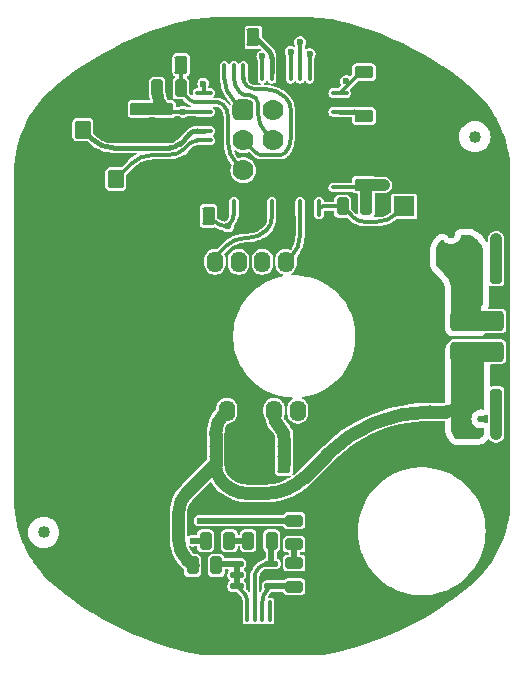
<source format=gbr>
%TF.GenerationSoftware,KiCad,Pcbnew,8.0.7*%
%TF.CreationDate,2025-09-19T21:14:15-06:00*%
%TF.ProjectId,MiniBall,4d696e69-4261-46c6-9c2e-6b696361645f,rev?*%
%TF.SameCoordinates,Original*%
%TF.FileFunction,Copper,L1,Top*%
%TF.FilePolarity,Positive*%
%FSLAX46Y46*%
G04 Gerber Fmt 4.6, Leading zero omitted, Abs format (unit mm)*
G04 Created by KiCad (PCBNEW 8.0.7) date 2025-09-19 21:14:15*
%MOMM*%
%LPD*%
G01*
G04 APERTURE LIST*
G04 Aperture macros list*
%AMRoundRect*
0 Rectangle with rounded corners*
0 $1 Rounding radius*
0 $2 $3 $4 $5 $6 $7 $8 $9 X,Y pos of 4 corners*
0 Add a 4 corners polygon primitive as box body*
4,1,4,$2,$3,$4,$5,$6,$7,$8,$9,$2,$3,0*
0 Add four circle primitives for the rounded corners*
1,1,$1+$1,$2,$3*
1,1,$1+$1,$4,$5*
1,1,$1+$1,$6,$7*
1,1,$1+$1,$8,$9*
0 Add four rect primitives between the rounded corners*
20,1,$1+$1,$2,$3,$4,$5,0*
20,1,$1+$1,$4,$5,$6,$7,0*
20,1,$1+$1,$6,$7,$8,$9,0*
20,1,$1+$1,$8,$9,$2,$3,0*%
%AMRotRect*
0 Rectangle, with rotation*
0 The origin of the aperture is its center*
0 $1 length*
0 $2 width*
0 $3 Rotation angle, in degrees counterclockwise*
0 Add horizontal line*
21,1,$1,$2,0,0,$3*%
G04 Aperture macros list end*
%TA.AperFunction,SMDPad,CuDef*%
%ADD10RoundRect,0.255000X-1.995000X-0.595000X1.995000X-0.595000X1.995000X0.595000X-1.995000X0.595000X0*%
%TD*%
%TA.AperFunction,SMDPad,CuDef*%
%ADD11RotRect,1.016000X1.016000X135.000000*%
%TD*%
%TA.AperFunction,SMDPad,CuDef*%
%ADD12RoundRect,0.165000X-0.385000X0.635000X-0.385000X-0.635000X0.385000X-0.635000X0.385000X0.635000X0*%
%TD*%
%TA.AperFunction,SMDPad,CuDef*%
%ADD13RoundRect,0.280000X0.420000X-0.520000X0.420000X0.520000X-0.420000X0.520000X-0.420000X-0.520000X0*%
%TD*%
%TA.AperFunction,SMDPad,CuDef*%
%ADD14RoundRect,0.150000X-0.350000X0.600000X-0.350000X-0.600000X0.350000X-0.600000X0.350000X0.600000X0*%
%TD*%
%TA.AperFunction,SMDPad,CuDef*%
%ADD15RoundRect,0.165000X0.635000X0.385000X-0.635000X0.385000X-0.635000X-0.385000X0.635000X-0.385000X0*%
%TD*%
%TA.AperFunction,SMDPad,CuDef*%
%ADD16RoundRect,0.165000X0.385000X-0.635000X0.385000X0.635000X-0.385000X0.635000X-0.385000X-0.635000X0*%
%TD*%
%TA.AperFunction,SMDPad,CuDef*%
%ADD17RoundRect,0.150000X0.600000X0.350000X-0.600000X0.350000X-0.600000X-0.350000X0.600000X-0.350000X0*%
%TD*%
%TA.AperFunction,SMDPad,CuDef*%
%ADD18C,1.016000*%
%TD*%
%TA.AperFunction,ComponentPad*%
%ADD19RoundRect,0.444500X-0.444500X-0.444500X0.444500X-0.444500X0.444500X0.444500X-0.444500X0.444500X0*%
%TD*%
%TA.AperFunction,ComponentPad*%
%ADD20C,1.778000*%
%TD*%
%TA.AperFunction,ComponentPad*%
%ADD21R,1.778000X1.778000*%
%TD*%
%TA.AperFunction,SMDPad,CuDef*%
%ADD22RoundRect,0.220000X-0.380000X0.055000X-0.380000X-0.055000X0.380000X-0.055000X0.380000X0.055000X0*%
%TD*%
%TA.AperFunction,SMDPad,CuDef*%
%ADD23RoundRect,0.150000X0.350000X-0.600000X0.350000X0.600000X-0.350000X0.600000X-0.350000X-0.600000X0*%
%TD*%
%TA.AperFunction,ComponentPad*%
%ADD24O,1.400000X1.800000*%
%TD*%
%TA.AperFunction,SMDPad,CuDef*%
%ADD25RoundRect,0.165000X-0.635000X-0.385000X0.635000X-0.385000X0.635000X0.385000X-0.635000X0.385000X0*%
%TD*%
%TA.AperFunction,SMDPad,CuDef*%
%ADD26RoundRect,0.052500X-0.122500X-0.847500X0.122500X-0.847500X0.122500X0.847500X-0.122500X0.847500X0*%
%TD*%
%TA.AperFunction,SMDPad,CuDef*%
%ADD27RoundRect,0.200000X-0.800000X-0.800000X0.800000X-0.800000X0.800000X0.800000X-0.800000X0.800000X0*%
%TD*%
%TA.AperFunction,SMDPad,CuDef*%
%ADD28RoundRect,0.160000X-0.640000X-0.640000X0.640000X-0.640000X0.640000X0.640000X-0.640000X0.640000X0*%
%TD*%
%TA.AperFunction,SMDPad,CuDef*%
%ADD29RoundRect,0.200000X-0.000010X-0.550000X0.000010X-0.550000X0.000010X0.550000X-0.000010X0.550000X0*%
%TD*%
%TA.AperFunction,SMDPad,CuDef*%
%ADD30RoundRect,0.200000X-0.550000X0.000010X-0.550000X-0.000010X0.550000X-0.000010X0.550000X0.000010X0*%
%TD*%
%TA.AperFunction,ViaPad*%
%ADD31C,1.400000*%
%TD*%
%TA.AperFunction,ViaPad*%
%ADD32C,0.600000*%
%TD*%
%TA.AperFunction,ViaPad*%
%ADD33C,1.000000*%
%TD*%
%TA.AperFunction,ViaPad*%
%ADD34C,1.016000*%
%TD*%
%TA.AperFunction,Conductor*%
%ADD35C,0.500000*%
%TD*%
%TA.AperFunction,Conductor*%
%ADD36C,0.350000*%
%TD*%
%TA.AperFunction,Conductor*%
%ADD37C,1.100000*%
%TD*%
%TA.AperFunction,Conductor*%
%ADD38C,0.400000*%
%TD*%
%TA.AperFunction,Conductor*%
%ADD39C,0.550000*%
%TD*%
%TA.AperFunction,Conductor*%
%ADD40C,1.000000*%
%TD*%
%TA.AperFunction,Conductor*%
%ADD41C,0.300000*%
%TD*%
G04 APERTURE END LIST*
D10*
%TO.P,MOS.D.1,C*%
%TO.N,NetMOS.D.1_C*%
X166701110Y-103703600D03*
%TO.P,MOS.D.1,A*%
%TO.N,V_USB*%
X166701110Y-106303600D03*
%TD*%
D11*
%TO.P,MCH.SP.10,1*%
%TO.N,GND*%
X165001100Y-84503600D03*
%TD*%
%TO.P,MCH.SP.9,1*%
%TO.N,GND*%
X168301110Y-120503600D03*
%TD*%
D12*
%TO.P,MCU.C.22,1*%
%TO.N,GND*%
X143753510Y-82003600D03*
%TO.P,MCU.C.22,2*%
%TO.N,~{RESET}*%
X141648710Y-82003600D03*
%TD*%
D13*
%TO.P,MCU.Y.1,1*%
%TO.N,NetMCU.U.1_16*%
X133301100Y-87503600D03*
%TO.P,MCU.Y.1,2*%
%TO.N,GND*%
X133301100Y-91703610D03*
%TO.P,MCU.Y.1,3*%
%TO.N,NetMCU.U.1_17*%
X136101100Y-91703610D03*
%TO.P,MCU.Y.1,4*%
%TO.N,GND*%
X136101100Y-87503600D03*
%TD*%
D14*
%TO.P,USB.R.6,1*%
%TO.N,NetUSB.FB.2_2*%
X145703510Y-122303600D03*
%TO.P,USB.R.6,2*%
%TO.N,NetMCU.U.1_3*%
X143698710Y-122303600D03*
%TD*%
D11*
%TO.P,MCH.SP.2,1*%
%TO.N,GND*%
X157301100Y-117403600D03*
%TD*%
D12*
%TO.P,MCU.C.1,1*%
%TO.N,GND*%
X149853510Y-79703600D03*
%TO.P,MCU.C.1,2*%
%TO.N,NetMCU.C.1_2*%
X147748710Y-79703600D03*
%TD*%
D15*
%TO.P,MCU.C.7,1*%
%TO.N,GND*%
X138101110Y-87856000D03*
%TO.P,MCU.C.7,2*%
%TO.N,V_USB*%
X138101110Y-85751200D03*
%TD*%
D11*
%TO.P,MCH.SP.3,1*%
%TO.N,GND*%
X138501100Y-80503600D03*
%TD*%
D16*
%TO.P,MOS.C.2,1*%
%TO.N,GND*%
X148248700Y-113703600D03*
%TO.P,MOS.C.2,2*%
%TO.N,NetMOS.C.2_2*%
X150353500Y-113703600D03*
%TD*%
D15*
%TO.P,MCU.C.4,1*%
%TO.N,GND*%
X157101100Y-88456000D03*
%TO.P,MCU.C.4,2*%
%TO.N,NetMCU.C.4_2*%
X157101100Y-86351200D03*
%TD*%
D17*
%TO.P,USB.FB.3,1*%
%TO.N,NetUSB.FB.3_1*%
X151201100Y-126206000D03*
%TO.P,USB.FB.3,2*%
%TO.N,NetUSB.FB.3_2*%
X151201100Y-124201200D03*
%TD*%
D14*
%TO.P,MOS.R.3,1*%
%TO.N,NetMOS.R.3_1*%
X168303510Y-110203600D03*
%TO.P,MOS.R.3,2*%
%TO.N,V_USB*%
X166298710Y-110203600D03*
%TD*%
D18*
%TO.P,MCH.FID.2,1*%
%TO.N,N/C*%
X166501110Y-88103600D03*
%TD*%
D11*
%TO.P,MCH.SP.11,1*%
%TO.N,GND*%
X161401100Y-127903600D03*
%TD*%
D14*
%TO.P,USB.FB.2,1*%
%TO.N,NetUSB.FB.2_1*%
X149303510Y-122303600D03*
%TO.P,USB.FB.2,2*%
%TO.N,NetUSB.FB.2_2*%
X147298710Y-122303600D03*
%TD*%
D11*
%TO.P,MCH.SP.5,1*%
%TO.N,GND*%
X131501110Y-84503600D03*
%TD*%
D16*
%TO.P,MCU.C.5,1*%
%TO.N,GND*%
X141848700Y-94803600D03*
%TO.P,MCU.C.5,2*%
%TO.N,V_USB*%
X143953500Y-94803600D03*
%TD*%
D11*
%TO.P,MCH.SP.12,1*%
%TO.N,GND*%
X128501100Y-92503600D03*
%TD*%
D12*
%TO.P,MOS.C.10,1*%
%TO.N,GND*%
X146653510Y-115803600D03*
%TO.P,MOS.C.10,2*%
%TO.N,V_USB*%
X144548700Y-115803600D03*
%TD*%
D19*
%TO.P,MCU.J.1,1*%
%TO.N,MISO*%
X146901110Y-85863600D03*
D20*
%TO.P,MCU.J.1,2*%
%TO.N,V_USB*%
X149441110Y-85863600D03*
%TO.P,MCU.J.1,3*%
%TO.N,SCLK*%
X146901110Y-88403600D03*
%TO.P,MCU.J.1,4*%
%TO.N,MOSI*%
X149441110Y-88403600D03*
%TO.P,MCU.J.1,5*%
%TO.N,~{RESET}*%
X146901110Y-90943600D03*
%TO.P,MCU.J.1,6*%
%TO.N,GND*%
X149441110Y-90943600D03*
%TD*%
D15*
%TO.P,MCU.C.8,1*%
%TO.N,GND*%
X157101100Y-84756000D03*
%TO.P,MCU.C.8,2*%
%TO.N,V_USB*%
X157101100Y-82651200D03*
%TD*%
D21*
%TO.P,MCU.J.3,1*%
%TO.N,NetMCU.J.3_1*%
X160511100Y-94003600D03*
D20*
%TO.P,MCU.J.3,2*%
%TO.N,GND*%
X163051100Y-94003600D03*
%TD*%
D18*
%TO.P,MCH.FID.1,1*%
%TO.N,N/C*%
X130001100Y-121603600D03*
%TD*%
D16*
%TO.P,MOS.C.3,1*%
%TO.N,GND*%
X148248700Y-115803600D03*
%TO.P,MOS.C.3,2*%
%TO.N,NetMOS.C.2_2*%
X150353500Y-115803600D03*
%TD*%
D11*
%TO.P,MCH.SP.8,1*%
%TO.N,GND*%
X156501100Y-79503600D03*
%TD*%
D22*
%TO.P,USB.Z.1,1*%
%TO.N,NetUSB.FB.3_1*%
X149251100Y-126153600D03*
%TO.P,USB.Z.1,2*%
%TO.N,GND*%
X149251100Y-125203600D03*
%TO.P,USB.Z.1,3*%
%TO.N,NetUSB.FB.2_1*%
X149251100Y-124253600D03*
%TO.P,USB.Z.1,4*%
%TO.N,NetUSB.FB.1_1*%
X146351100Y-124253600D03*
%TO.P,USB.Z.1,5*%
X146351100Y-125203600D03*
%TO.P,USB.Z.1,6*%
X146351100Y-126153600D03*
%TD*%
D23*
%TO.P,MOS.R.4,1*%
%TO.N,NetMOS.D.1_C*%
X166298700Y-99803600D03*
%TO.P,MOS.R.4,2*%
%TO.N,NetMOS.R.3_1*%
X168303500Y-99803600D03*
%TD*%
D24*
%TO.P,MOS.U.2,1*%
%TO.N,NetMCU.U.1_31*%
X150501120Y-98703600D03*
%TO.P,MOS.U.2,2*%
%TO.N,NetMOS.D.1_C*%
X148501120Y-98703600D03*
%TO.P,MOS.U.2,3*%
%TO.N,~{RESET}*%
X146501120Y-98703600D03*
%TO.P,MOS.U.2,4*%
%TO.N,NetMCU.U.1_28*%
X144501120Y-98703600D03*
%TO.P,MOS.U.2,5*%
%TO.N,V_USB*%
X145501120Y-111303600D03*
%TO.P,MOS.U.2,6*%
%TO.N,GND*%
X147501120Y-111303600D03*
%TO.P,MOS.U.2,7*%
%TO.N,NetMOS.C.2_2*%
X149501120Y-111303600D03*
%TO.P,MOS.U.2,8*%
%TO.N,NetMCU.U.1_12*%
X151501120Y-111303600D03*
%TD*%
D25*
%TO.P,MCU.C.9,1*%
%TO.N,GND*%
X157101100Y-90051200D03*
%TO.P,MCU.C.9,2*%
%TO.N,V_USB*%
X157101100Y-92156000D03*
%TD*%
D17*
%TO.P,USB.R.7,1*%
%TO.N,NetUSB.FB.3_2*%
X151201100Y-122606000D03*
%TO.P,USB.R.7,2*%
%TO.N,NetMCU.U.1_4*%
X151201100Y-120601200D03*
%TD*%
D23*
%TO.P,MCU.R.5,1*%
%TO.N,NetMCU.J.3_1*%
X155298700Y-94003600D03*
%TO.P,MCU.R.5,2*%
%TO.N,V_USB*%
X157303500Y-94003600D03*
%TD*%
D11*
%TO.P,MCH.SP.6,1*%
%TO.N,GND*%
X134301110Y-127503600D03*
%TD*%
%TO.P,MCH.SP.7,1*%
%TO.N,GND*%
X163701100Y-115603600D03*
%TD*%
%TO.P,MCH.SP.1,1*%
%TO.N,GND*%
X168701100Y-95103600D03*
%TD*%
D14*
%TO.P,MCU.R.1,1*%
%TO.N,~{RESET}*%
X141603510Y-84003600D03*
%TO.P,MCU.R.1,2*%
%TO.N,V_USB*%
X139598710Y-84003600D03*
%TD*%
D11*
%TO.P,MCH.SP.4,1*%
%TO.N,GND*%
X156301100Y-123903600D03*
%TD*%
D26*
%TO.P,USB.J.2,1*%
%TO.N,NetUSB.FB.1_1*%
X147201110Y-128278600D03*
%TO.P,USB.J.2,2*%
%TO.N,NetUSB.FB.2_1*%
X147851100Y-128275410D03*
%TO.P,USB.J.2,3*%
%TO.N,NetUSB.FB.3_1*%
X148501110Y-128278600D03*
%TO.P,USB.J.2,4*%
%TO.N,N/C*%
X149151110Y-128278600D03*
%TO.P,USB.J.2,5*%
%TO.N,GND*%
X149801110Y-128278600D03*
D27*
%TO.P,USB.J.2,6*%
X152401100Y-130803610D03*
D28*
X151701100Y-128203610D03*
D27*
X149751180Y-130956850D03*
X147251180Y-130956850D03*
D28*
X145301110Y-128203610D03*
D27*
X144601100Y-130803610D03*
%TD*%
D15*
%TO.P,MCU.C.6,1*%
%TO.N,GND*%
X140201110Y-87856000D03*
%TO.P,MCU.C.6,2*%
%TO.N,V_USB*%
X140201110Y-85751200D03*
%TD*%
D12*
%TO.P,MOS.C.11,1*%
%TO.N,GND*%
X146653510Y-113703600D03*
%TO.P,MOS.C.11,2*%
%TO.N,V_USB*%
X144548700Y-113703600D03*
%TD*%
D14*
%TO.P,USB.FB.1,1*%
%TO.N,NetUSB.FB.1_1*%
X144603510Y-124403600D03*
%TO.P,USB.FB.1,2*%
%TO.N,V_USB*%
X142598710Y-124403600D03*
%TD*%
D29*
%TO.P,MCU.U.1,1*%
%TO.N,GND*%
X153301110Y-82653600D03*
%TO.P,MCU.U.1,2*%
%TO.N,V_USB*%
X152501100Y-82653600D03*
%TO.P,MCU.U.1,3*%
%TO.N,NetMCU.U.1_3*%
X151701100Y-82653600D03*
%TO.P,MCU.U.1,4*%
%TO.N,NetMCU.U.1_4*%
X150901100Y-82653600D03*
%TO.P,MCU.U.1,5*%
%TO.N,GND*%
X150101100Y-82653600D03*
%TO.P,MCU.U.1,6*%
%TO.N,NetMCU.C.1_2*%
X149301100Y-82653600D03*
%TO.P,MCU.U.1,7*%
%TO.N,V_USB*%
X148501100Y-82653600D03*
%TO.P,MCU.U.1,8*%
%TO.N,GND*%
X147701100Y-82653600D03*
%TO.P,MCU.U.1,9*%
%TO.N,SCLK*%
X146901110Y-82653600D03*
%TO.P,MCU.U.1,10*%
%TO.N,MOSI*%
X146101100Y-82653600D03*
%TO.P,MCU.U.1,11*%
%TO.N,MISO*%
X145301100Y-82653600D03*
D30*
%TO.P,MCU.U.1,12*%
%TO.N,NetMCU.U.1_12*%
X143551100Y-84403600D03*
%TO.P,MCU.U.1,13*%
%TO.N,~{RESET}*%
X143551100Y-85203600D03*
%TO.P,MCU.U.1,14*%
%TO.N,V_USB*%
X143551100Y-86003600D03*
%TO.P,MCU.U.1,15*%
%TO.N,GND*%
X143551100Y-86803600D03*
%TO.P,MCU.U.1,16*%
%TO.N,NetMCU.U.1_16*%
X143551100Y-87603600D03*
%TO.P,MCU.U.1,17*%
%TO.N,NetMCU.U.1_17*%
X143551100Y-88403600D03*
%TO.P,MCU.U.1,18*%
%TO.N,GND*%
X143551100Y-89203600D03*
%TO.P,MCU.U.1,19*%
X143551100Y-90003600D03*
%TO.P,MCU.U.1,20*%
X143551100Y-90803600D03*
%TO.P,MCU.U.1,21*%
X143551100Y-91603600D03*
%TO.P,MCU.U.1,22*%
X143551100Y-92403600D03*
D29*
%TO.P,MCU.U.1,23*%
X145301100Y-94153600D03*
%TO.P,MCU.U.1,24*%
%TO.N,V_USB*%
X146101100Y-94153600D03*
%TO.P,MCU.U.1,25*%
%TO.N,GND*%
X146901110Y-94153600D03*
%TO.P,MCU.U.1,26*%
X147701100Y-94153600D03*
%TO.P,MCU.U.1,27*%
X148501100Y-94153600D03*
%TO.P,MCU.U.1,28*%
%TO.N,NetMCU.U.1_28*%
X149301100Y-94153600D03*
%TO.P,MCU.U.1,29*%
%TO.N,GND*%
X150101100Y-94153600D03*
%TO.P,MCU.U.1,30*%
X150901100Y-94153600D03*
%TO.P,MCU.U.1,31*%
%TO.N,NetMCU.U.1_31*%
X151701100Y-94153600D03*
%TO.P,MCU.U.1,32*%
%TO.N,GND*%
X152501100Y-94153600D03*
%TO.P,MCU.U.1,33*%
%TO.N,NetMCU.J.3_1*%
X153301110Y-94153600D03*
D30*
%TO.P,MCU.U.1,34*%
%TO.N,V_USB*%
X155051100Y-92403600D03*
%TO.P,MCU.U.1,35*%
%TO.N,GND*%
X155051100Y-91603600D03*
%TO.P,MCU.U.1,36*%
X155051100Y-90803600D03*
%TO.P,MCU.U.1,37*%
X155051100Y-90003600D03*
%TO.P,MCU.U.1,38*%
X155051100Y-89203600D03*
%TO.P,MCU.U.1,39*%
X155051100Y-88403600D03*
%TO.P,MCU.U.1,40*%
X155051100Y-87603600D03*
%TO.P,MCU.U.1,41*%
X155051100Y-86803600D03*
%TO.P,MCU.U.1,42*%
%TO.N,NetMCU.C.4_2*%
X155051100Y-86003600D03*
%TO.P,MCU.U.1,43*%
%TO.N,GND*%
X155051100Y-85203600D03*
%TO.P,MCU.U.1,44*%
%TO.N,V_USB*%
X155051100Y-84403600D03*
%TD*%
D31*
%TO.N,NetMOS.D.1_C*%
X164576100Y-98528600D03*
D32*
%TO.N,NetMCU.U.1_12*%
X143501100Y-83603600D03*
%TO.N,V_USB*%
X152501100Y-81103600D03*
X145601110Y-95703600D03*
X158801100Y-92203600D03*
X155601110Y-83403600D03*
X148501100Y-81303600D03*
X141801110Y-86003600D03*
D33*
X165101100Y-108403600D03*
%TO.N,NetMOS.R.3_1*%
X168301110Y-96803600D03*
X168301110Y-113303600D03*
D32*
%TO.N,NetMCU.U.1_4*%
X143201110Y-120603600D03*
X150901100Y-80903600D03*
%TO.N,NetMCU.U.1_3*%
X151701100Y-80103600D03*
X142601110Y-122303600D03*
%TO.N,GND*%
X131501110Y-91503600D03*
D34*
X156501100Y-79503600D03*
X161401100Y-127903600D03*
D32*
X128401100Y-101803600D03*
D34*
X157301100Y-117403600D03*
X156301100Y-123903600D03*
D32*
X153501100Y-129003600D03*
X140501110Y-96303600D03*
X153001100Y-87503600D03*
X167001100Y-112003600D03*
X140001100Y-121503600D03*
X135501110Y-115503600D03*
X131601110Y-115903600D03*
X137501100Y-101503600D03*
X133501100Y-107003600D03*
X143501100Y-127503600D03*
X146001100Y-78503600D03*
X156801100Y-127803600D03*
X155101100Y-112203600D03*
X162301100Y-112603600D03*
X138601100Y-98603600D03*
X146001100Y-81003600D03*
X142001100Y-87003600D03*
X143001110Y-119503600D03*
X162701100Y-87603600D03*
X135501110Y-96003600D03*
X134501100Y-85503600D03*
X133101100Y-119703600D03*
X134001110Y-111503600D03*
X131301100Y-125103600D03*
X143001110Y-96503600D03*
X151301100Y-92203600D03*
X164501110Y-96403600D03*
X148801100Y-117203600D03*
D34*
X165001100Y-84503600D03*
D32*
X137501100Y-119003600D03*
X133001110Y-85503600D03*
X147101100Y-117203600D03*
X153501100Y-126003600D03*
X133501100Y-103503600D03*
X137501100Y-105503600D03*
X131501110Y-90003600D03*
X142501100Y-130003600D03*
X131501110Y-93003600D03*
X153001100Y-91503600D03*
X143501100Y-129003600D03*
X141001100Y-117703600D03*
X167001100Y-117003600D03*
X142001100Y-79003600D03*
X131501110Y-87003600D03*
X137501100Y-108503600D03*
X154501110Y-130003600D03*
X160801110Y-89703600D03*
X167001100Y-90903600D03*
X142001100Y-92503600D03*
X159001100Y-88503600D03*
X142501100Y-131503600D03*
X153001100Y-89503600D03*
X137501100Y-112503600D03*
X139501100Y-115503600D03*
X153001100Y-124503600D03*
X152401100Y-114003600D03*
X147801100Y-119703600D03*
X134501100Y-93503600D03*
D34*
X138501100Y-80503600D03*
D32*
X139201110Y-127203600D03*
X135301110Y-82203600D03*
D34*
X163701100Y-115603600D03*
D32*
X151501100Y-78503600D03*
X128401100Y-96803600D03*
X153401100Y-95803600D03*
X131501110Y-88503600D03*
X147601100Y-95703600D03*
D34*
X134301110Y-127503600D03*
X168301110Y-120503600D03*
X168701100Y-95103600D03*
D32*
X142001100Y-90503600D03*
X128701100Y-112903600D03*
D34*
X131501110Y-84503600D03*
D32*
X158901100Y-96403600D03*
X153501100Y-127503600D03*
X159001100Y-84503600D03*
X136001100Y-85503600D03*
X137501100Y-93003600D03*
X159001100Y-80503600D03*
X153901100Y-118803600D03*
X154501110Y-131503600D03*
X138501100Y-90503600D03*
X136001100Y-93503600D03*
X135701100Y-123003600D03*
X142901110Y-113703600D03*
D34*
X128501100Y-92503600D03*
D32*
X160001100Y-115003600D03*
X133001110Y-93503600D03*
X154001100Y-81003600D03*
X128501100Y-106703600D03*
X138001110Y-91503600D03*
X133501100Y-99503600D03*
%TD*%
D35*
%TO.N,NetMOS.D.1_C*%
X166298700Y-103301190D02*
X166701110Y-103703600D01*
X166298700Y-99803600D02*
X166298700Y-103301190D01*
D36*
%TO.N,NetMCU.J.3_1*%
X155298700Y-94003600D02*
X156243450Y-94948350D01*
X159955050Y-94559650D02*
X160511100Y-94003600D01*
X157101110Y-95303600D02*
X158159000Y-95303600D01*
X153663240Y-94003600D02*
X155298700Y-94003600D01*
X159955051Y-94559651D02*
G75*
G02*
X158159000Y-95303600I-1796051J1796051D01*
G01*
X157101110Y-95303600D02*
G75*
G02*
X156243450Y-94948350I-10J1212900D01*
G01*
X153301109Y-94153599D02*
G75*
G02*
X153663240Y-94003619I362091J-362101D01*
G01*
D37*
%TO.N,NetMOS.C.2_2*%
X150353500Y-115803600D02*
X150353500Y-113703600D01*
X149501120Y-111637960D02*
X149501120Y-111303600D01*
X150353500Y-113703600D02*
X150353500Y-113695790D01*
X149901100Y-112603600D02*
G75*
G02*
X150353504Y-113695790I-1092200J-1092200D01*
G01*
X149901101Y-112603599D02*
G75*
G02*
X149501137Y-111637960I965599J965599D01*
G01*
D36*
%TO.N,NetMCU.U.1_31*%
X150501120Y-98703600D02*
X150957160Y-98247570D01*
X151701100Y-96451520D02*
X151701100Y-94153600D01*
X151701100Y-96451520D02*
G75*
G02*
X150957141Y-98247561I-2540000J20D01*
G01*
%TO.N,NetMCU.U.1_28*%
X147076100Y-96678600D02*
X147246510Y-96678600D01*
X149301100Y-94977560D02*
X149301100Y-94153600D01*
X144801650Y-97978050D02*
X145411670Y-97368030D01*
X148876101Y-96003601D02*
G75*
G02*
X147246510Y-96678604I-1629601J1629601D01*
G01*
X145411670Y-97368030D02*
G75*
G02*
X147076100Y-96678612I1664430J-1664470D01*
G01*
X149301100Y-94977560D02*
G75*
G02*
X148876117Y-96003607I-1451000J-40D01*
G01*
X144501120Y-98703600D02*
G75*
G02*
X144801652Y-97978052I1026080J0D01*
G01*
%TO.N,NetMCU.U.1_12*%
X143551100Y-84403600D02*
X143551100Y-83724310D01*
X143501100Y-83603600D02*
G75*
G02*
X143551096Y-83724310I-120700J-120700D01*
G01*
%TO.N,NetMCU.U.1_17*%
X136101100Y-91703610D02*
X137412160Y-90392550D01*
X142118624Y-88927534D02*
X142118160Y-88927997D01*
X142404100Y-88642060D02*
X142404100Y-88642060D01*
X141944120Y-89102040D02*
X141944130Y-89102040D01*
X141944130Y-89102040D02*
X142118160Y-88928000D01*
X142118630Y-88927540D02*
X142404100Y-88642060D01*
X139208210Y-89648600D02*
X140626100Y-89648600D01*
X143085720Y-88403600D02*
X143551100Y-88403600D01*
X142448775Y-88604620D02*
G75*
G02*
X143085720Y-88403610I636925J-908580D01*
G01*
X141944117Y-89102038D02*
G75*
G02*
X140626100Y-89648588I-1318017J1315938D01*
G01*
X142404099Y-88642062D02*
G75*
G02*
X142448771Y-88604621I246501J-248738D01*
G01*
X137412159Y-90392549D02*
G75*
G02*
X139208210Y-89648607I1796041J-1796051D01*
G01*
D38*
%TO.N,NetMCU.U.1_16*%
X133301100Y-87503600D02*
X134107150Y-88309650D01*
X135903210Y-89053600D02*
X140626100Y-89053600D01*
X143025370Y-87603600D02*
X143551100Y-87603600D01*
X141522340Y-88682370D02*
X142301100Y-87903600D01*
X142301109Y-87903599D02*
G75*
G02*
X143025370Y-87603591I724291J-724301D01*
G01*
X135903210Y-89053600D02*
G75*
G02*
X134107154Y-88309656I-10J2540000D01*
G01*
X141522330Y-88682370D02*
G75*
G02*
X140626100Y-89053589I-896230J896270D01*
G01*
D36*
%TO.N,NetUSB.FB.3_1*%
X149251100Y-126153600D02*
X149251100Y-126153600D01*
X148501110Y-128278600D02*
X148501110Y-127469260D01*
D39*
X149251100Y-126153600D02*
X151074600Y-126153600D01*
D36*
X148901100Y-126503600D02*
X149251100Y-126153600D01*
X148501110Y-127469260D02*
G75*
G02*
X148901116Y-126503606I1365690J-40D01*
G01*
D39*
X151074600Y-126153590D02*
G75*
G02*
X151201108Y-126205992I0J-178910D01*
G01*
D35*
%TO.N,NetUSB.FB.3_2*%
X151201100Y-124201200D02*
X151201100Y-122606000D01*
D39*
%TO.N,NetUSB.FB.2_2*%
X145703510Y-122303600D02*
X147298710Y-122303600D01*
%TO.N,NetUSB.FB.2_1*%
X149251100Y-124253600D02*
X149251100Y-122430110D01*
D36*
X147851100Y-128275410D02*
X147851100Y-125448580D01*
X149046080Y-124253600D02*
X149251100Y-124253600D01*
X148201102Y-124603602D02*
G75*
G02*
X149046080Y-124253592I844998J-844998D01*
G01*
X147851100Y-125448580D02*
G75*
G02*
X148201107Y-124603607I1195000J-20D01*
G01*
D39*
X149251100Y-122430110D02*
G75*
G02*
X149303504Y-122303594I178900J10D01*
G01*
%TO.N,NetUSB.FB.1_1*%
X144965630Y-124253600D02*
X146351100Y-124253600D01*
D36*
X146351100Y-126153600D02*
X146951100Y-126753600D01*
X146951100Y-126753600D02*
X146951290Y-126753790D01*
D39*
X146351100Y-125203600D02*
X146351100Y-124253600D01*
D36*
X146951106Y-126753594D02*
X146951298Y-126753785D01*
X147201110Y-128278600D02*
X147201110Y-127357180D01*
D39*
X146351100Y-126153600D02*
X146351100Y-125203600D01*
D36*
X146951298Y-126753785D02*
G75*
G02*
X147201129Y-127357180I-603798J-603415D01*
G01*
D39*
X144603506Y-124403596D02*
G75*
G02*
X144965630Y-124253615I362094J-362104D01*
G01*
D36*
%TO.N,V_USB*%
X155051100Y-92403600D02*
X156503340Y-92403600D01*
D40*
X157303500Y-94003600D02*
X157303500Y-92644640D01*
X157216010Y-92203600D02*
X158801100Y-92203600D01*
D37*
X142145050Y-118207250D02*
X144500960Y-115851350D01*
D36*
X143953500Y-94803600D02*
X144324870Y-95174960D01*
D37*
X147241110Y-118303600D02*
X147241850Y-118303610D01*
X141401100Y-122153890D02*
X141401100Y-120003300D01*
X144548700Y-115803600D02*
X144548700Y-113703600D01*
D36*
X152501100Y-82653600D02*
X152501100Y-81103600D01*
D37*
X148807810Y-118303600D02*
X148807810Y-118303600D01*
X165842660Y-110659650D02*
X166298710Y-110203600D01*
X144548700Y-113703600D02*
X144548700Y-113308120D01*
D40*
X138101110Y-85751200D02*
X140201110Y-85751200D01*
D37*
X147247340Y-118303600D02*
X148807810Y-118303600D01*
X144914370Y-117078700D02*
X144914610Y-117079080D01*
X152039630Y-116965070D02*
X153972630Y-115032080D01*
X144548700Y-115899090D02*
X144548700Y-115803600D01*
X145292650Y-111512070D02*
X145501120Y-111303600D01*
X162732870Y-111403600D02*
X164046610Y-111403600D01*
X142145050Y-123949940D02*
X142598710Y-124403600D01*
D36*
X155051100Y-84403600D02*
X156593070Y-82861630D01*
D37*
X162730510Y-111403600D02*
X162732870Y-111403600D01*
D36*
X148501100Y-82653600D02*
X148501100Y-81303600D01*
D37*
X144500960Y-115851350D02*
X144548700Y-115803600D01*
D36*
X146101100Y-94496500D02*
X146101100Y-94153600D01*
X140810470Y-86003600D02*
X143551100Y-86003600D01*
D40*
X139598710Y-84296870D02*
X139598710Y-84003600D01*
D37*
X147241119Y-118303596D02*
G75*
G02*
X144914627Y-117079073I8981J2839396D01*
G01*
D40*
X157216010Y-92203600D02*
G75*
G02*
X157101096Y-92156006I-10J162500D01*
G01*
D37*
X144914360Y-117078695D02*
G75*
G02*
X144548686Y-115899092I1719740J1179595D01*
G01*
X142145049Y-123949941D02*
G75*
G02*
X141401107Y-122153890I1796051J1796041D01*
G01*
X165842661Y-110659651D02*
G75*
G02*
X164046610Y-111403607I-1796061J1796051D01*
G01*
X141401100Y-120003300D02*
G75*
G02*
X142145049Y-118207249I2540000J0D01*
G01*
D36*
X146101100Y-94496500D02*
G75*
G02*
X145989316Y-95104082I-1707100J0D01*
G01*
X156593065Y-82861635D02*
G75*
G02*
X157101100Y-82651209I508035J-508065D01*
G01*
X157101100Y-92156000D02*
G75*
G02*
X156503340Y-92403617I-597800J597800D01*
G01*
D40*
X140201102Y-85751197D02*
G75*
G02*
X139598713Y-84296870I1454298J1454297D01*
G01*
X157101109Y-92156001D02*
G75*
G02*
X157303490Y-92644640I-488609J-488599D01*
G01*
D37*
X144548700Y-113308120D02*
G75*
G02*
X145292639Y-111512059I2540000J20D01*
G01*
X152039629Y-116965069D02*
G75*
G02*
X148807813Y-118303646I-3228529J3224169D01*
G01*
D36*
X140810470Y-86003600D02*
G75*
G02*
X140201120Y-85751190I30J861800D01*
G01*
X145989316Y-95104082D02*
G75*
G02*
X145601102Y-95703602I-1595316J607582D01*
G01*
X145601110Y-95703600D02*
G75*
G02*
X144324863Y-95174977I-10J1804900D01*
G01*
D37*
X153972628Y-115032075D02*
G75*
G02*
X162730505Y-111403616I8756872J-8752625D01*
G01*
X147241843Y-118303614D02*
G75*
G02*
X147247340Y-118303600I5957J-1258486D01*
G01*
D41*
%TO.N,SCLK*%
X148576100Y-89678600D02*
X149978620Y-89678600D01*
X147893270Y-89395760D02*
X147893480Y-89395970D01*
X146901110Y-83043990D02*
X146901110Y-82653600D01*
X150495060Y-84797550D02*
X150501110Y-84803600D01*
X146901110Y-88403600D02*
X147893270Y-89395760D01*
X150901100Y-88296490D02*
X150901100Y-85769280D01*
X147769300Y-84053600D02*
X148699000Y-84053600D01*
X147893473Y-89395971D02*
X147893261Y-89395759D01*
X148699000Y-84053600D02*
G75*
G02*
X150495051Y-84797549I0J-2540000D01*
G01*
X150401109Y-89503599D02*
G75*
G02*
X149978620Y-89678611I-422509J422499D01*
G01*
X147226107Y-83828603D02*
G75*
G02*
X146901111Y-83043990I784593J784603D01*
G01*
X150495037Y-84797563D02*
G75*
G02*
X150501102Y-84803598I-1300937J-1313537D01*
G01*
X150501102Y-84803598D02*
G75*
G02*
X150901109Y-85769280I-965702J-965702D01*
G01*
X148576100Y-89678600D02*
G75*
G02*
X147893469Y-89395975I0J965700D01*
G01*
X147769300Y-84053600D02*
G75*
G02*
X147226101Y-83828599I0J768200D01*
G01*
X150901100Y-88296490D02*
G75*
G02*
X150401102Y-89503602I-1707100J-10D01*
G01*
D36*
%TO.N,~{RESET}*%
X143551100Y-85203600D02*
X144753620Y-85203600D01*
X145601110Y-88591500D02*
X145601110Y-86404640D01*
X141764300Y-84391800D02*
X142376110Y-85003600D01*
X142858940Y-85203600D02*
X143551100Y-85203600D01*
X141603510Y-84003600D02*
X141603510Y-82112720D01*
X146345050Y-90387550D02*
X146901110Y-90943600D01*
X145176100Y-85378600D02*
G75*
G02*
X145601083Y-86404640I-1026000J-1026000D01*
G01*
X142858940Y-85203600D02*
G75*
G02*
X142376092Y-85003618I-40J682800D01*
G01*
X144753620Y-85203600D02*
G75*
G02*
X145176096Y-85378604I-20J-597500D01*
G01*
X141603510Y-82112720D02*
G75*
G02*
X141648705Y-82003595I154290J20D01*
G01*
X141764298Y-84391802D02*
G75*
G02*
X141603499Y-84003600I388202J388202D01*
G01*
X146345059Y-90387551D02*
G75*
G02*
X145601107Y-88591500I1796041J1796051D01*
G01*
D40*
%TO.N,NetMOS.R.3_1*%
X168301110Y-113303600D02*
X168301110Y-110206000D01*
X168303500Y-99803600D02*
X168303500Y-96806000D01*
X168301110Y-110206000D02*
X168303510Y-110203600D01*
X168301110Y-96803600D02*
X168303500Y-96806000D01*
D36*
%TO.N,NetMCU.U.1_4*%
X150901100Y-82653600D02*
X150901100Y-80903600D01*
D35*
X143202310Y-120602400D02*
X151199900Y-120602400D01*
X143201110Y-120603600D02*
X143202310Y-120602400D01*
X151199900Y-120602400D02*
X151201100Y-120601200D01*
%TO.N,NetMCU.U.1_3*%
X142601110Y-122303600D02*
X143698710Y-122303600D01*
D36*
X151701100Y-82653600D02*
X151701100Y-80103600D01*
D38*
%TO.N,NetMCU.C.4_2*%
X155051100Y-86003600D02*
X156261920Y-86003600D01*
X156261920Y-86003600D02*
G75*
G02*
X157101094Y-86351206I-20J-1186800D01*
G01*
%TO.N,NetMCU.C.1_2*%
X148094220Y-79846710D02*
X149026100Y-80778600D01*
X149301100Y-82653600D02*
X149301100Y-81442510D01*
X147753077Y-79955563D02*
G75*
G02*
X147648699Y-79703600I251923J251963D01*
G01*
X149026103Y-80778607D02*
G75*
G02*
X149301094Y-81442510I-663903J-663893D01*
G01*
X147748710Y-79703590D02*
G75*
G02*
X148094214Y-79846716I-10J-488610D01*
G01*
D41*
%TO.N,MOSI*%
X147265010Y-84603600D02*
X147464740Y-84603600D01*
X148774580Y-87737080D02*
X149441110Y-88403600D01*
X147464740Y-84603600D02*
X147481110Y-84603600D01*
X148160110Y-86253600D02*
X148160110Y-85351650D01*
X146101100Y-83121500D02*
X146101100Y-82653600D01*
X146601108Y-84328602D02*
G75*
G02*
X146101107Y-83121500I1207092J1207102D01*
G01*
X148774585Y-87737075D02*
G75*
G02*
X148160121Y-86253600I1483515J1483475D01*
G01*
X147265010Y-84603600D02*
G75*
G02*
X146601102Y-84328608I-10J938900D01*
G01*
X147481106Y-84603591D02*
G75*
G02*
X148160124Y-85351650I-72606J-748109D01*
G01*
%TO.N,MISO*%
X145301100Y-83211490D02*
X145301100Y-82653600D01*
X146045050Y-85007550D02*
X146901110Y-85863600D01*
X146045049Y-85007541D02*
G75*
G02*
X145301107Y-83211490I1796051J1796041D01*
G01*
%TD*%
%TA.AperFunction,Conductor*%
%TO.N,V_USB*%
G36*
X164675466Y-105981091D02*
G01*
X167177598Y-107093150D01*
X167218501Y-107122518D01*
X167231852Y-107137033D01*
X167255150Y-107173528D01*
X167289871Y-107257358D01*
X167299201Y-107299625D01*
X167300992Y-107342436D01*
X167301100Y-107347619D01*
X167301103Y-110096353D01*
X167300610Y-110106418D01*
X167300610Y-111093025D01*
X167280925Y-111160064D01*
X167228121Y-111205819D01*
X167162727Y-111216245D01*
X167001104Y-111198035D01*
X167001096Y-111198035D01*
X166821850Y-111218230D01*
X166821845Y-111218231D01*
X166651576Y-111277811D01*
X166498837Y-111373784D01*
X166371284Y-111501337D01*
X166275311Y-111654076D01*
X166215731Y-111824345D01*
X166215730Y-111824350D01*
X166195535Y-112003596D01*
X166195535Y-112003603D01*
X166215730Y-112182849D01*
X166215731Y-112182854D01*
X166275311Y-112353123D01*
X166371284Y-112505862D01*
X166498838Y-112633416D01*
X166651578Y-112729389D01*
X166821845Y-112788968D01*
X166821850Y-112788969D01*
X167001096Y-112809165D01*
X167001100Y-112809165D01*
X167001103Y-112809165D01*
X167087709Y-112799406D01*
X167162727Y-112790954D01*
X167231548Y-112803008D01*
X167282928Y-112850357D01*
X167300610Y-112914174D01*
X167300610Y-113035333D01*
X167300555Y-113039031D01*
X167298859Y-113095869D01*
X167294690Y-113124260D01*
X167256307Y-113267530D01*
X167243919Y-113297439D01*
X167169767Y-113425880D01*
X167152625Y-113448921D01*
X167103620Y-113500927D01*
X167098429Y-113506119D01*
X167046437Y-113555129D01*
X167023380Y-113572286D01*
X166894946Y-113646434D01*
X166865037Y-113658822D01*
X166721775Y-113697203D01*
X166693361Y-113701373D01*
X166620081Y-113703546D01*
X166616406Y-113703600D01*
X165045160Y-113703600D01*
X165039966Y-113703491D01*
X165011457Y-113702293D01*
X164997125Y-113701691D01*
X164954885Y-113692363D01*
X164871035Y-113657636D01*
X164834549Y-113634349D01*
X164804134Y-113606381D01*
X164798249Y-113600596D01*
X164771303Y-113572286D01*
X164739055Y-113538405D01*
X164725780Y-113521816D01*
X164626666Y-113373486D01*
X164615208Y-113352052D01*
X164547526Y-113188665D01*
X164540469Y-113165404D01*
X164529508Y-113110307D01*
X164505661Y-112990441D01*
X164503318Y-112969308D01*
X164501147Y-112880846D01*
X164501110Y-112877805D01*
X164501110Y-106094406D01*
X164520795Y-106027367D01*
X164573599Y-105981612D01*
X164642757Y-105971668D01*
X164675466Y-105981091D01*
G37*
%TD.AperFunction*%
%TD*%
%TA.AperFunction,Conductor*%
%TO.N,GND*%
G36*
X167588862Y-111656720D02*
G01*
X167600610Y-111696728D01*
X167600610Y-112308888D01*
X167578936Y-112361214D01*
X167526610Y-112382888D01*
X167484718Y-112369888D01*
X167455510Y-112349829D01*
X167455507Y-112349827D01*
X167455506Y-112349827D01*
X167318759Y-112305088D01*
X167318754Y-112305087D01*
X167249948Y-112293035D01*
X167249930Y-112293033D01*
X167106136Y-112288631D01*
X167106127Y-112288632D01*
X167042287Y-112295825D01*
X167031114Y-112297084D01*
X167031106Y-112297085D01*
X167031104Y-112297085D01*
X167009381Y-112299532D01*
X166992813Y-112299532D01*
X166943323Y-112293956D01*
X166927167Y-112290268D01*
X166880162Y-112273820D01*
X166865233Y-112266631D01*
X166823063Y-112240133D01*
X166810109Y-112229803D01*
X166774895Y-112194589D01*
X166764565Y-112181636D01*
X166738065Y-112139461D01*
X166730877Y-112124534D01*
X166714426Y-112077520D01*
X166710742Y-112061378D01*
X166705166Y-112011877D01*
X166705166Y-111995312D01*
X166710742Y-111945816D01*
X166714426Y-111929679D01*
X166730880Y-111882656D01*
X166738063Y-111867739D01*
X166764568Y-111825556D01*
X166774891Y-111812612D01*
X166810112Y-111777391D01*
X166823056Y-111767068D01*
X166865239Y-111740563D01*
X166880156Y-111733380D01*
X166927179Y-111716926D01*
X166943315Y-111713242D01*
X166992817Y-111707666D01*
X167009379Y-111707666D01*
X167106131Y-111718567D01*
X167106134Y-111718566D01*
X167106135Y-111718567D01*
X167196920Y-111716482D01*
X167242315Y-111715440D01*
X167307709Y-111705014D01*
X167438114Y-111665638D01*
X167486602Y-111634475D01*
X167542339Y-111624419D01*
X167588862Y-111656720D01*
G37*
%TD.AperFunction*%
%TA.AperFunction,Conductor*%
G36*
X152715188Y-78004120D02*
G01*
X153161240Y-78014663D01*
X153164685Y-78014825D01*
X153608895Y-78046367D01*
X153612370Y-78046696D01*
X154054582Y-78099185D01*
X154058006Y-78099674D01*
X154497073Y-78172967D01*
X154497247Y-78172996D01*
X154500680Y-78173652D01*
X154936707Y-78267802D01*
X154939635Y-78268497D01*
X155871658Y-78510279D01*
X155874150Y-78510972D01*
X156797871Y-78785576D01*
X156800324Y-78786353D01*
X157713845Y-79093244D01*
X157716215Y-79094087D01*
X158618362Y-79432871D01*
X158620775Y-79433825D01*
X159510520Y-79804117D01*
X159512841Y-79805132D01*
X160164471Y-80103600D01*
X160388972Y-80206429D01*
X160391316Y-80207553D01*
X161252766Y-80639360D01*
X161255069Y-80640564D01*
X162100902Y-81102415D01*
X162103086Y-81103658D01*
X162875934Y-81561615D01*
X162932165Y-81594935D01*
X162934378Y-81596300D01*
X163745632Y-82116367D01*
X163747796Y-82117809D01*
X163809458Y-82160467D01*
X164540274Y-82666051D01*
X164542356Y-82667545D01*
X165285781Y-83221457D01*
X165315127Y-83243322D01*
X165317179Y-83244908D01*
X165942658Y-83746054D01*
X166068809Y-83847128D01*
X166071445Y-83849343D01*
X166308879Y-84058596D01*
X166486640Y-84215260D01*
X166489810Y-84218225D01*
X166642722Y-84369816D01*
X166867697Y-84592848D01*
X166882425Y-84607448D01*
X166885412Y-84610587D01*
X166964967Y-84699293D01*
X167254556Y-85022190D01*
X167257358Y-85025505D01*
X167601721Y-85458024D01*
X167604324Y-85461497D01*
X167922743Y-85913472D01*
X167925138Y-85917092D01*
X168137072Y-86258859D01*
X168216516Y-86386970D01*
X168218692Y-86390722D01*
X168258327Y-86463896D01*
X168482009Y-86876857D01*
X168483963Y-86880732D01*
X168702330Y-87347295D01*
X168718327Y-87381473D01*
X168720049Y-87385453D01*
X168900204Y-87837706D01*
X168924648Y-87899068D01*
X168926136Y-87903146D01*
X169100278Y-88427899D01*
X169101523Y-88432057D01*
X169244588Y-88966081D01*
X169245588Y-88970304D01*
X169357101Y-89511813D01*
X169357852Y-89516089D01*
X169437426Y-90063220D01*
X169437924Y-90067531D01*
X169485280Y-90618363D01*
X169485525Y-90622697D01*
X169500568Y-91177736D01*
X169500595Y-91179905D01*
X169500445Y-91246949D01*
X169500600Y-91249336D01*
X169500600Y-118759836D01*
X169500458Y-118762031D01*
X169500598Y-118830435D01*
X169500570Y-118832604D01*
X169485465Y-119386237D01*
X169485220Y-119390570D01*
X169437780Y-119941289D01*
X169437281Y-119945600D01*
X169357639Y-120492586D01*
X169356888Y-120496860D01*
X169245322Y-121038229D01*
X169244322Y-121042452D01*
X169101211Y-121576359D01*
X169099965Y-121580516D01*
X168925801Y-122105117D01*
X168924313Y-122109194D01*
X168719701Y-122622671D01*
X168717977Y-122626654D01*
X168483614Y-123127260D01*
X168481660Y-123131134D01*
X168218352Y-123617150D01*
X168216173Y-123620904D01*
X167924837Y-124090631D01*
X167922443Y-124094250D01*
X167604062Y-124546108D01*
X167601459Y-124549581D01*
X167257149Y-124981984D01*
X167254348Y-124985298D01*
X166885270Y-125396789D01*
X166882279Y-125399933D01*
X166489720Y-125789073D01*
X166486549Y-125792037D01*
X166071564Y-126157753D01*
X166068908Y-126159985D01*
X165317180Y-126762282D01*
X165315123Y-126763872D01*
X164542367Y-127339635D01*
X164540272Y-127341139D01*
X164011901Y-127706669D01*
X163747791Y-127889383D01*
X163745627Y-127890824D01*
X162934373Y-128410889D01*
X162932160Y-128412254D01*
X162103120Y-128903508D01*
X162100860Y-128904794D01*
X161255067Y-129366622D01*
X161252763Y-129367827D01*
X160391314Y-129799634D01*
X160388970Y-129800758D01*
X159512871Y-130202041D01*
X159510488Y-130203083D01*
X158620779Y-130573360D01*
X158618362Y-130574316D01*
X157716257Y-130913087D01*
X157713807Y-130913958D01*
X156800341Y-131220832D01*
X156797862Y-131221617D01*
X155874160Y-131496216D01*
X155871655Y-131496913D01*
X154939048Y-131738849D01*
X154936082Y-131739553D01*
X154500618Y-131833566D01*
X154497184Y-131834223D01*
X154057929Y-131907534D01*
X154054468Y-131908028D01*
X153612240Y-131960511D01*
X153608759Y-131960841D01*
X153164543Y-131992378D01*
X153161051Y-131992543D01*
X152715243Y-132003078D01*
X152713495Y-132003099D01*
X152643678Y-132003099D01*
X152643662Y-132003100D01*
X144288759Y-132003100D01*
X144287011Y-132003079D01*
X143840994Y-131992539D01*
X143837501Y-131992374D01*
X143393325Y-131960838D01*
X143389845Y-131960508D01*
X142947667Y-131908029D01*
X142944205Y-131907535D01*
X142504991Y-131834226D01*
X142501557Y-131833569D01*
X142066130Y-131739559D01*
X142063165Y-131738855D01*
X141130540Y-131496920D01*
X141128036Y-131496223D01*
X140204365Y-131221637D01*
X140201886Y-131220852D01*
X139288374Y-130913966D01*
X139285924Y-130913095D01*
X138383833Y-130574334D01*
X138381415Y-130573378D01*
X137491728Y-130203112D01*
X137489345Y-130202070D01*
X136613197Y-129800767D01*
X136610853Y-129799643D01*
X135749424Y-129367848D01*
X135747120Y-129366643D01*
X135077184Y-129000839D01*
X134901306Y-128904804D01*
X134899085Y-128903540D01*
X134126251Y-128445592D01*
X134070024Y-128412274D01*
X134067811Y-128410909D01*
X133256555Y-127890843D01*
X133254408Y-127889413D01*
X132461882Y-127341138D01*
X132459814Y-127339653D01*
X132358211Y-127263951D01*
X131878462Y-126906499D01*
X131687058Y-126763888D01*
X131685001Y-126762298D01*
X130933697Y-126160338D01*
X130931039Y-126158105D01*
X130515562Y-125791939D01*
X130512392Y-125788974D01*
X130169038Y-125448586D01*
X130119771Y-125399744D01*
X130116785Y-125396606D01*
X130071076Y-125345640D01*
X129936292Y-125195353D01*
X129747646Y-124985010D01*
X129744844Y-124981695D01*
X129400480Y-124549175D01*
X129397877Y-124545702D01*
X129079459Y-124093728D01*
X129077064Y-124090108D01*
X129062758Y-124067038D01*
X128785678Y-123620216D01*
X128783516Y-123616489D01*
X128520186Y-123130331D01*
X128518238Y-123126467D01*
X128510570Y-123110083D01*
X128283866Y-122625707D01*
X128282160Y-122621764D01*
X128077545Y-122108111D01*
X128076072Y-122104074D01*
X127909986Y-121603595D01*
X128676100Y-121603595D01*
X128676100Y-121603604D01*
X128696229Y-121833679D01*
X128696229Y-121833682D01*
X128696230Y-121833684D01*
X128756007Y-122056777D01*
X128853616Y-122266100D01*
X128986091Y-122455294D01*
X129149406Y-122618609D01*
X129338600Y-122751084D01*
X129547923Y-122848693D01*
X129771016Y-122908470D01*
X129886058Y-122918535D01*
X130001096Y-122928600D01*
X130001100Y-122928600D01*
X130001104Y-122928600D01*
X130103359Y-122919653D01*
X130231184Y-122908470D01*
X130454277Y-122848693D01*
X130663600Y-122751084D01*
X130852794Y-122618609D01*
X131016109Y-122455294D01*
X131148584Y-122266100D01*
X131246193Y-122056777D01*
X131305970Y-121833684D01*
X131317153Y-121705859D01*
X131326100Y-121603604D01*
X131326100Y-121603595D01*
X131311157Y-121432799D01*
X131305970Y-121373516D01*
X131246193Y-121150423D01*
X131148584Y-120941100D01*
X131016109Y-120751906D01*
X130852794Y-120588591D01*
X130663600Y-120456116D01*
X130454277Y-120358507D01*
X130231184Y-120298730D01*
X130231182Y-120298729D01*
X130231179Y-120298729D01*
X130001104Y-120278600D01*
X130001096Y-120278600D01*
X129771020Y-120298729D01*
X129771016Y-120298729D01*
X129771016Y-120298730D01*
X129547923Y-120358507D01*
X129547922Y-120358507D01*
X129547920Y-120358508D01*
X129547919Y-120358508D01*
X129338600Y-120456116D01*
X129338599Y-120456117D01*
X129149405Y-120588591D01*
X128986091Y-120751905D01*
X128935823Y-120823696D01*
X128853616Y-120941100D01*
X128756007Y-121150423D01*
X128696230Y-121373516D01*
X128696229Y-121373520D01*
X128676100Y-121603595D01*
X127909986Y-121603595D01*
X127901924Y-121579300D01*
X127900679Y-121575142D01*
X127843853Y-121363027D01*
X127757609Y-121041106D01*
X127756613Y-121036896D01*
X127747748Y-120993846D01*
X127645097Y-120495371D01*
X127644349Y-120491110D01*
X127625695Y-120362853D01*
X127564773Y-119943966D01*
X127564277Y-119939668D01*
X127561780Y-119910627D01*
X127555850Y-119841647D01*
X140650600Y-119841647D01*
X140650600Y-122231382D01*
X140650608Y-122231543D01*
X140650608Y-122315538D01*
X140682296Y-122637292D01*
X140745365Y-122954367D01*
X140745367Y-122954376D01*
X140745368Y-122954377D01*
X140835612Y-123251876D01*
X140839217Y-123263758D01*
X140839222Y-123263772D01*
X140962938Y-123562451D01*
X140962941Y-123562458D01*
X141115340Y-123847579D01*
X141115341Y-123847581D01*
X141119810Y-123854269D01*
X141294959Y-124116400D01*
X141500060Y-124366317D01*
X141500063Y-124366320D01*
X141500068Y-124366326D01*
X141614363Y-124480623D01*
X141614364Y-124480623D01*
X141672720Y-124538979D01*
X141672730Y-124538988D01*
X141876536Y-124742793D01*
X141898210Y-124795119D01*
X141898210Y-125036864D01*
X141908137Y-125104993D01*
X141908137Y-125104994D01*
X141959511Y-125210082D01*
X141959512Y-125210083D01*
X142042227Y-125292798D01*
X142147317Y-125344173D01*
X142215450Y-125354100D01*
X142215456Y-125354100D01*
X142981964Y-125354100D01*
X142981970Y-125354100D01*
X143050103Y-125344173D01*
X143155193Y-125292798D01*
X143237908Y-125210083D01*
X143289283Y-125104993D01*
X143299210Y-125036860D01*
X143299210Y-124688311D01*
X143304843Y-124659993D01*
X143320366Y-124622516D01*
X143320368Y-124622512D01*
X143349210Y-124477517D01*
X143349210Y-124329683D01*
X143320368Y-124184687D01*
X143312422Y-124165504D01*
X143304843Y-124147205D01*
X143299210Y-124118887D01*
X143299210Y-123770346D01*
X143299210Y-123770340D01*
X143299209Y-123770335D01*
X143903010Y-123770335D01*
X143903010Y-125036864D01*
X143912937Y-125104993D01*
X143912937Y-125104994D01*
X143964311Y-125210082D01*
X143964312Y-125210083D01*
X144047027Y-125292798D01*
X144152117Y-125344173D01*
X144220250Y-125354100D01*
X144220256Y-125354100D01*
X144986764Y-125354100D01*
X144986770Y-125354100D01*
X145054903Y-125344173D01*
X145159993Y-125292798D01*
X145242708Y-125210083D01*
X145294083Y-125104993D01*
X145304010Y-125036860D01*
X145304010Y-124803100D01*
X145325684Y-124750774D01*
X145378010Y-124729100D01*
X145617270Y-124729100D01*
X145669596Y-124750774D01*
X145691270Y-124803100D01*
X145669596Y-124855426D01*
X145626668Y-124898353D01*
X145566195Y-125017036D01*
X145566195Y-125017037D01*
X145550600Y-125115502D01*
X145550600Y-125291697D01*
X145566194Y-125390162D01*
X145566195Y-125390163D01*
X145597007Y-125450635D01*
X145626667Y-125508845D01*
X145720855Y-125603033D01*
X145739759Y-125612665D01*
X145739761Y-125612666D01*
X145776544Y-125655734D01*
X145772099Y-125712196D01*
X145739761Y-125744534D01*
X145720854Y-125754167D01*
X145626668Y-125848353D01*
X145566195Y-125967036D01*
X145566195Y-125967037D01*
X145550600Y-126065502D01*
X145550600Y-126241697D01*
X145566194Y-126340162D01*
X145566195Y-126340163D01*
X145566196Y-126340164D01*
X145626667Y-126458845D01*
X145720855Y-126553033D01*
X145839538Y-126613505D01*
X145938003Y-126629100D01*
X146264910Y-126629099D01*
X146317236Y-126650773D01*
X146647311Y-126980848D01*
X146648639Y-126982358D01*
X146651234Y-126984939D01*
X146651235Y-126984941D01*
X146683059Y-127016598D01*
X146688070Y-127022116D01*
X146732088Y-127075781D01*
X146740490Y-127086025D01*
X146748543Y-127098083D01*
X146785826Y-127167867D01*
X146791373Y-127181265D01*
X146814332Y-127256980D01*
X146817160Y-127271201D01*
X146825254Y-127353390D01*
X146825610Y-127360642D01*
X146825610Y-129151018D01*
X146840289Y-129224816D01*
X146894075Y-129305313D01*
X146896207Y-129308503D01*
X146979894Y-129364421D01*
X147053690Y-129379100D01*
X147053692Y-129379100D01*
X147348528Y-129379100D01*
X147348530Y-129379100D01*
X147422326Y-129364421D01*
X147487379Y-129320953D01*
X147542927Y-129309904D01*
X147569603Y-129320953D01*
X147571986Y-129322545D01*
X147629884Y-129361231D01*
X147703680Y-129375910D01*
X147703682Y-129375910D01*
X147998518Y-129375910D01*
X147998520Y-129375910D01*
X148072316Y-129361231D01*
X148132605Y-129320946D01*
X148188153Y-129309897D01*
X148214829Y-129320946D01*
X148214841Y-129320954D01*
X148279894Y-129364421D01*
X148353690Y-129379100D01*
X148353692Y-129379100D01*
X148648528Y-129379100D01*
X148648530Y-129379100D01*
X148722326Y-129364421D01*
X148784998Y-129322544D01*
X148840546Y-129311495D01*
X148867221Y-129322544D01*
X148929894Y-129364421D01*
X149003690Y-129379100D01*
X149003692Y-129379100D01*
X149298528Y-129379100D01*
X149298530Y-129379100D01*
X149372326Y-129364421D01*
X149456013Y-129308503D01*
X149511931Y-129224816D01*
X149526610Y-129151020D01*
X149526610Y-127406180D01*
X149511931Y-127332384D01*
X149456013Y-127248697D01*
X149372326Y-127192779D01*
X149298530Y-127178100D01*
X149029698Y-127178100D01*
X148977372Y-127156426D01*
X148955698Y-127104100D01*
X148961331Y-127075781D01*
X148982312Y-127025130D01*
X148987579Y-127014791D01*
X149062685Y-126892232D01*
X149069500Y-126882852D01*
X149164904Y-126771150D01*
X149168830Y-126766906D01*
X149284964Y-126650774D01*
X149337289Y-126629100D01*
X150200502Y-126629100D01*
X150252828Y-126650774D01*
X150266982Y-126670598D01*
X150311902Y-126762483D01*
X150394617Y-126845198D01*
X150499707Y-126896573D01*
X150567840Y-126906500D01*
X150567846Y-126906500D01*
X151834354Y-126906500D01*
X151834360Y-126906500D01*
X151902493Y-126896573D01*
X152007583Y-126845198D01*
X152090298Y-126762483D01*
X152141673Y-126657393D01*
X152151600Y-126589260D01*
X152151600Y-125822740D01*
X152141673Y-125754607D01*
X152090298Y-125649517D01*
X152007583Y-125566802D01*
X152007582Y-125566801D01*
X151902494Y-125515427D01*
X151834364Y-125505500D01*
X151834360Y-125505500D01*
X150567840Y-125505500D01*
X150567835Y-125505500D01*
X150499706Y-125515427D01*
X150499705Y-125515427D01*
X150394617Y-125566801D01*
X150307566Y-125653853D01*
X150305737Y-125652024D01*
X150265585Y-125677090D01*
X150253403Y-125678100D01*
X148838002Y-125678100D01*
X148739537Y-125693694D01*
X148739536Y-125693695D01*
X148620853Y-125754168D01*
X148526668Y-125848353D01*
X148466195Y-125967036D01*
X148466195Y-125967037D01*
X148450600Y-126065502D01*
X148450600Y-126241697D01*
X148466194Y-126340160D01*
X148466196Y-126340164D01*
X148473849Y-126355184D01*
X148478292Y-126411646D01*
X148466622Y-126433827D01*
X148415965Y-126499843D01*
X148415954Y-126499860D01*
X148364685Y-126588658D01*
X148319751Y-126623136D01*
X148263599Y-126615742D01*
X148229121Y-126570808D01*
X148226600Y-126551657D01*
X148226600Y-125451496D01*
X148226828Y-125445689D01*
X148231199Y-125390162D01*
X148236234Y-125326193D01*
X148238051Y-125314726D01*
X148243581Y-125291696D01*
X148265352Y-125201015D01*
X148268940Y-125189974D01*
X148313695Y-125081928D01*
X148318967Y-125071582D01*
X148380073Y-124971866D01*
X148386883Y-124962492D01*
X148462879Y-124873512D01*
X148471085Y-124865308D01*
X148559984Y-124789381D01*
X148569361Y-124782568D01*
X148669083Y-124721457D01*
X148679433Y-124716185D01*
X148684265Y-124714184D01*
X148735448Y-124712176D01*
X148739534Y-124713503D01*
X148739538Y-124713505D01*
X148838003Y-124729100D01*
X149179878Y-124729099D01*
X149179888Y-124729100D01*
X149188499Y-124729100D01*
X149322313Y-124729100D01*
X149322321Y-124729099D01*
X149664197Y-124729099D01*
X149762662Y-124713505D01*
X149881345Y-124653033D01*
X149975533Y-124558845D01*
X150036005Y-124440162D01*
X150051600Y-124341697D01*
X150051599Y-124165504D01*
X150046547Y-124133607D01*
X150036005Y-124067037D01*
X150036004Y-124067036D01*
X150020720Y-124037039D01*
X149975533Y-123948355D01*
X149881345Y-123854167D01*
X149810257Y-123817946D01*
X149767004Y-123795907D01*
X149730222Y-123752840D01*
X149726600Y-123729973D01*
X149726600Y-123304202D01*
X149748274Y-123251876D01*
X149768098Y-123237722D01*
X149859993Y-123192798D01*
X149942708Y-123110083D01*
X149994083Y-123004993D01*
X150004010Y-122936860D01*
X150004010Y-122222735D01*
X150250600Y-122222735D01*
X150250600Y-122989264D01*
X150260527Y-123057393D01*
X150260527Y-123057394D01*
X150311901Y-123162482D01*
X150311902Y-123162483D01*
X150394617Y-123245198D01*
X150499707Y-123296573D01*
X150567840Y-123306500D01*
X150676600Y-123306500D01*
X150728926Y-123328174D01*
X150750600Y-123380500D01*
X150750600Y-123426700D01*
X150728926Y-123479026D01*
X150676600Y-123500700D01*
X150567835Y-123500700D01*
X150499706Y-123510627D01*
X150499705Y-123510627D01*
X150394617Y-123562001D01*
X150311901Y-123644717D01*
X150260527Y-123749805D01*
X150260527Y-123749806D01*
X150250600Y-123817935D01*
X150250600Y-124584464D01*
X150260527Y-124652593D01*
X150260527Y-124652594D01*
X150311901Y-124757682D01*
X150311902Y-124757683D01*
X150394617Y-124840398D01*
X150499707Y-124891773D01*
X150567840Y-124901700D01*
X150567846Y-124901700D01*
X151834354Y-124901700D01*
X151834360Y-124901700D01*
X151902493Y-124891773D01*
X152007583Y-124840398D01*
X152090298Y-124757683D01*
X152141673Y-124652593D01*
X152151600Y-124584460D01*
X152151600Y-123817940D01*
X152141673Y-123749807D01*
X152090298Y-123644717D01*
X152007583Y-123562002D01*
X152007582Y-123562001D01*
X151902494Y-123510627D01*
X151834364Y-123500700D01*
X151834360Y-123500700D01*
X151725600Y-123500700D01*
X151673274Y-123479026D01*
X151651600Y-123426700D01*
X151651600Y-123380500D01*
X151673274Y-123328174D01*
X151725600Y-123306500D01*
X151834354Y-123306500D01*
X151834360Y-123306500D01*
X151902493Y-123296573D01*
X152007583Y-123245198D01*
X152090298Y-123162483D01*
X152141673Y-123057393D01*
X152151600Y-122989260D01*
X152151600Y-122222740D01*
X152141673Y-122154607D01*
X152090298Y-122049517D01*
X152007583Y-121966802D01*
X152007582Y-121966801D01*
X151902494Y-121915427D01*
X151834364Y-121905500D01*
X151834360Y-121905500D01*
X150567840Y-121905500D01*
X150567835Y-121905500D01*
X150499706Y-121915427D01*
X150499705Y-121915427D01*
X150394617Y-121966801D01*
X150311901Y-122049517D01*
X150260527Y-122154605D01*
X150260527Y-122154606D01*
X150250600Y-122222735D01*
X150004010Y-122222735D01*
X150004010Y-121670340D01*
X149994083Y-121602207D01*
X149947867Y-121507671D01*
X156591646Y-121507671D01*
X156591646Y-121507686D01*
X156611132Y-121966419D01*
X156669456Y-122421884D01*
X156766192Y-122870742D01*
X156881818Y-123248296D01*
X156896602Y-123296573D01*
X156900645Y-123309773D01*
X156900655Y-123309803D01*
X157071853Y-123735845D01*
X157071855Y-123735849D01*
X157278568Y-124145840D01*
X157459790Y-124440162D01*
X157519315Y-124536837D01*
X157792351Y-124906006D01*
X157862137Y-124985298D01*
X158095717Y-125250696D01*
X158095719Y-125250698D01*
X158427209Y-125568405D01*
X158427215Y-125568411D01*
X158784456Y-125856862D01*
X158784459Y-125856864D01*
X159164884Y-126113987D01*
X159565744Y-126337920D01*
X159984150Y-126527052D01*
X160417089Y-126680019D01*
X160861440Y-126795719D01*
X161314003Y-126873319D01*
X161771516Y-126912259D01*
X161771520Y-126912259D01*
X162230680Y-126912259D01*
X162230684Y-126912259D01*
X162688197Y-126873319D01*
X163140760Y-126795719D01*
X163585111Y-126680019D01*
X164018050Y-126527052D01*
X164436456Y-126337920D01*
X164837316Y-126113987D01*
X165217741Y-125856864D01*
X165532105Y-125603033D01*
X165574984Y-125568411D01*
X165574984Y-125568410D01*
X165574990Y-125568406D01*
X165832824Y-125321291D01*
X165906480Y-125250698D01*
X165906482Y-125250696D01*
X165906483Y-125250694D01*
X165906488Y-125250690D01*
X166209849Y-124906006D01*
X166482885Y-124536837D01*
X166723630Y-124145842D01*
X166930349Y-123735840D01*
X167101552Y-123309783D01*
X167236007Y-122870743D01*
X167332744Y-122421881D01*
X167391066Y-121966433D01*
X167392105Y-121941988D01*
X167410554Y-121507686D01*
X167410554Y-121507671D01*
X167391067Y-121048938D01*
X167391066Y-121048932D01*
X167391066Y-121048925D01*
X167332744Y-120593477D01*
X167236007Y-120144615D01*
X167101552Y-119705575D01*
X166930349Y-119279518D01*
X166891674Y-119202810D01*
X166723631Y-118869517D01*
X166554441Y-118594735D01*
X166482885Y-118478521D01*
X166209849Y-118109352D01*
X165906488Y-117764668D01*
X165906489Y-117764668D01*
X165906482Y-117764661D01*
X165906480Y-117764659D01*
X165574990Y-117446952D01*
X165574984Y-117446946D01*
X165217743Y-117158495D01*
X164851895Y-116911225D01*
X164837316Y-116901371D01*
X164837311Y-116901368D01*
X164837306Y-116901365D01*
X164436458Y-116677439D01*
X164436456Y-116677438D01*
X164018050Y-116488306D01*
X164018044Y-116488304D01*
X164018040Y-116488302D01*
X163585111Y-116335339D01*
X163585103Y-116335337D01*
X163140766Y-116219640D01*
X163108217Y-116214058D01*
X162688197Y-116142039D01*
X162688192Y-116142038D01*
X162688189Y-116142038D01*
X162230704Y-116103100D01*
X162230687Y-116103099D01*
X162230684Y-116103099D01*
X161771516Y-116103099D01*
X161771512Y-116103099D01*
X161771495Y-116103100D01*
X161314010Y-116142038D01*
X161314005Y-116142038D01*
X161314003Y-116142039D01*
X161087721Y-116180839D01*
X160861433Y-116219640D01*
X160417096Y-116335337D01*
X160417088Y-116335339D01*
X159984159Y-116488302D01*
X159565741Y-116677439D01*
X159164893Y-116901365D01*
X159164888Y-116901368D01*
X158784456Y-117158495D01*
X158427215Y-117446946D01*
X158427209Y-117446952D01*
X158095719Y-117764659D01*
X158095717Y-117764661D01*
X157792352Y-118109350D01*
X157519315Y-118478520D01*
X157278568Y-118869517D01*
X157071855Y-119279508D01*
X157071853Y-119279512D01*
X156900655Y-119705554D01*
X156900645Y-119705584D01*
X156766192Y-120144615D01*
X156669456Y-120593473D01*
X156611132Y-121048938D01*
X156591646Y-121507671D01*
X149947867Y-121507671D01*
X149942708Y-121497117D01*
X149859993Y-121414402D01*
X149859992Y-121414401D01*
X149754904Y-121363027D01*
X149686774Y-121353100D01*
X149686770Y-121353100D01*
X148920250Y-121353100D01*
X148920245Y-121353100D01*
X148852116Y-121363027D01*
X148852115Y-121363027D01*
X148747027Y-121414401D01*
X148664311Y-121497117D01*
X148612937Y-121602205D01*
X148612937Y-121602206D01*
X148603010Y-121670335D01*
X148603010Y-122936864D01*
X148612937Y-123004993D01*
X148612937Y-123004994D01*
X148664311Y-123110082D01*
X148751363Y-123197134D01*
X148749528Y-123198968D01*
X148774588Y-123239091D01*
X148775600Y-123251289D01*
X148775600Y-123729973D01*
X148753926Y-123782299D01*
X148735196Y-123795907D01*
X148620853Y-123854168D01*
X148526668Y-123948353D01*
X148523247Y-123953063D01*
X148520826Y-123951304D01*
X148491440Y-123978441D01*
X148349977Y-124037039D01*
X148349973Y-124037041D01*
X148171692Y-124139974D01*
X148008364Y-124265302D01*
X147973760Y-124299907D01*
X147973759Y-124299908D01*
X147935582Y-124338084D01*
X147893895Y-124379771D01*
X147893827Y-124379849D01*
X147862807Y-124410869D01*
X147737484Y-124574191D01*
X147737480Y-124574196D01*
X147737479Y-124574199D01*
X147680094Y-124673592D01*
X147634541Y-124752490D01*
X147555762Y-124942676D01*
X147555759Y-124942685D01*
X147502474Y-125141534D01*
X147502474Y-125141537D01*
X147475600Y-125345642D01*
X147475600Y-125448574D01*
X147475599Y-125508519D01*
X147475600Y-125508532D01*
X147475600Y-126591024D01*
X147453926Y-126643350D01*
X147401600Y-126665024D01*
X147349274Y-126643350D01*
X147341722Y-126634505D01*
X147285252Y-126556741D01*
X147255202Y-126526674D01*
X147253635Y-126524891D01*
X147216547Y-126487996D01*
X147216394Y-126487843D01*
X147175181Y-126446604D01*
X147174879Y-126446342D01*
X147151303Y-126422766D01*
X147129629Y-126370440D01*
X147135473Y-126346113D01*
X147134205Y-126345701D01*
X147136004Y-126340163D01*
X147136005Y-126340162D01*
X147151600Y-126241697D01*
X147151599Y-126065504D01*
X147136005Y-125967038D01*
X147136005Y-125967037D01*
X147136004Y-125967036D01*
X147134851Y-125964775D01*
X147075533Y-125848355D01*
X146981345Y-125754167D01*
X146962437Y-125744533D01*
X146925656Y-125701467D01*
X146930099Y-125645005D01*
X146962436Y-125612667D01*
X146981345Y-125603033D01*
X147075533Y-125508845D01*
X147136005Y-125390162D01*
X147151600Y-125291697D01*
X147151599Y-125115504D01*
X147149934Y-125104993D01*
X147136005Y-125017037D01*
X147136004Y-125017036D01*
X147134851Y-125014775D01*
X147075533Y-124898355D01*
X146981345Y-124804167D01*
X146962437Y-124794533D01*
X146925656Y-124751467D01*
X146930099Y-124695005D01*
X146962436Y-124662667D01*
X146981345Y-124653033D01*
X147075533Y-124558845D01*
X147136005Y-124440162D01*
X147151600Y-124341697D01*
X147151599Y-124165504D01*
X147146547Y-124133607D01*
X147136005Y-124067037D01*
X147136004Y-124067036D01*
X147120720Y-124037039D01*
X147075533Y-123948355D01*
X146981345Y-123854167D01*
X146910257Y-123817946D01*
X146862663Y-123793695D01*
X146764198Y-123778100D01*
X146764197Y-123778100D01*
X146413702Y-123778100D01*
X146413701Y-123778100D01*
X145369140Y-123778100D01*
X145316814Y-123756426D01*
X145295913Y-123714770D01*
X145294083Y-123702207D01*
X145242708Y-123597117D01*
X145159993Y-123514402D01*
X145159992Y-123514401D01*
X145054904Y-123463027D01*
X144986774Y-123453100D01*
X144986770Y-123453100D01*
X144220250Y-123453100D01*
X144220245Y-123453100D01*
X144152116Y-123463027D01*
X144152115Y-123463027D01*
X144047027Y-123514401D01*
X143964311Y-123597117D01*
X143912937Y-123702205D01*
X143912937Y-123702206D01*
X143903010Y-123770335D01*
X143299209Y-123770335D01*
X143289283Y-123702207D01*
X143237908Y-123597117D01*
X143155193Y-123514402D01*
X143155192Y-123514401D01*
X143050104Y-123463027D01*
X142981974Y-123453100D01*
X142981970Y-123453100D01*
X142740230Y-123453100D01*
X142687904Y-123431426D01*
X142677441Y-123420963D01*
X142674131Y-123417428D01*
X142524595Y-123246914D01*
X142518702Y-123239235D01*
X142394047Y-123052674D01*
X142389207Y-123044291D01*
X142362065Y-122989253D01*
X142301590Y-122866621D01*
X142297887Y-122810107D01*
X142335231Y-122767525D01*
X142388809Y-122762892D01*
X142391054Y-122763551D01*
X142391057Y-122763553D01*
X142475018Y-122788205D01*
X142529147Y-122804100D01*
X142529149Y-122804100D01*
X142673073Y-122804100D01*
X142673074Y-122804099D01*
X142684398Y-122800774D01*
X142811163Y-122763553D01*
X142811170Y-122763548D01*
X142815980Y-122761353D01*
X142816798Y-122763146D01*
X142847600Y-122754100D01*
X142924210Y-122754100D01*
X142976536Y-122775774D01*
X142998210Y-122828100D01*
X142998210Y-122936864D01*
X143008137Y-123004993D01*
X143008137Y-123004994D01*
X143059511Y-123110082D01*
X143059512Y-123110083D01*
X143142227Y-123192798D01*
X143247317Y-123244173D01*
X143315450Y-123254100D01*
X143315456Y-123254100D01*
X144081964Y-123254100D01*
X144081970Y-123254100D01*
X144150103Y-123244173D01*
X144255193Y-123192798D01*
X144337908Y-123110083D01*
X144389283Y-123004993D01*
X144399210Y-122936860D01*
X144399210Y-121670340D01*
X144399209Y-121670335D01*
X145003010Y-121670335D01*
X145003010Y-122936864D01*
X145012937Y-123004993D01*
X145012937Y-123004994D01*
X145064311Y-123110082D01*
X145064312Y-123110083D01*
X145147027Y-123192798D01*
X145252117Y-123244173D01*
X145320250Y-123254100D01*
X145320256Y-123254100D01*
X146086764Y-123254100D01*
X146086770Y-123254100D01*
X146154903Y-123244173D01*
X146259993Y-123192798D01*
X146342708Y-123110083D01*
X146394083Y-123004993D01*
X146404010Y-122936860D01*
X146404010Y-122853100D01*
X146425684Y-122800774D01*
X146478010Y-122779100D01*
X146524210Y-122779100D01*
X146576536Y-122800774D01*
X146598210Y-122853100D01*
X146598210Y-122936864D01*
X146608137Y-123004993D01*
X146608137Y-123004994D01*
X146659511Y-123110082D01*
X146659512Y-123110083D01*
X146742227Y-123192798D01*
X146847317Y-123244173D01*
X146915450Y-123254100D01*
X146915456Y-123254100D01*
X147681964Y-123254100D01*
X147681970Y-123254100D01*
X147750103Y-123244173D01*
X147855193Y-123192798D01*
X147937908Y-123110083D01*
X147989283Y-123004993D01*
X147999210Y-122936860D01*
X147999210Y-121670340D01*
X147989283Y-121602207D01*
X147937908Y-121497117D01*
X147855193Y-121414402D01*
X147855192Y-121414401D01*
X147750104Y-121363027D01*
X147681974Y-121353100D01*
X147681970Y-121353100D01*
X146915450Y-121353100D01*
X146915445Y-121353100D01*
X146847316Y-121363027D01*
X146847315Y-121363027D01*
X146742227Y-121414401D01*
X146659511Y-121497117D01*
X146608137Y-121602205D01*
X146608137Y-121602206D01*
X146598210Y-121670335D01*
X146598210Y-121754100D01*
X146576536Y-121806426D01*
X146524210Y-121828100D01*
X146478010Y-121828100D01*
X146425684Y-121806426D01*
X146404010Y-121754100D01*
X146404010Y-121670346D01*
X146404010Y-121670340D01*
X146394083Y-121602207D01*
X146342708Y-121497117D01*
X146259993Y-121414402D01*
X146259992Y-121414401D01*
X146154904Y-121363027D01*
X146086774Y-121353100D01*
X146086770Y-121353100D01*
X145320250Y-121353100D01*
X145320245Y-121353100D01*
X145252116Y-121363027D01*
X145252115Y-121363027D01*
X145147027Y-121414401D01*
X145064311Y-121497117D01*
X145012937Y-121602205D01*
X145012937Y-121602206D01*
X145003010Y-121670335D01*
X144399209Y-121670335D01*
X144389283Y-121602207D01*
X144337908Y-121497117D01*
X144255193Y-121414402D01*
X144255192Y-121414401D01*
X144150104Y-121363027D01*
X144081974Y-121353100D01*
X144081970Y-121353100D01*
X143315450Y-121353100D01*
X143315445Y-121353100D01*
X143247316Y-121363027D01*
X143247315Y-121363027D01*
X143142227Y-121414401D01*
X143059511Y-121497117D01*
X143008137Y-121602205D01*
X143008137Y-121602206D01*
X142998210Y-121670335D01*
X142998210Y-121779100D01*
X142976536Y-121831426D01*
X142924210Y-121853100D01*
X142847600Y-121853100D01*
X142816798Y-121844053D01*
X142815980Y-121845847D01*
X142811164Y-121843648D01*
X142811163Y-121843647D01*
X142811160Y-121843646D01*
X142673074Y-121803100D01*
X142673071Y-121803100D01*
X142529149Y-121803100D01*
X142529146Y-121803100D01*
X142391059Y-121843646D01*
X142391055Y-121843648D01*
X142265607Y-121924268D01*
X142209870Y-121934324D01*
X142163347Y-121902022D01*
X142151600Y-121862015D01*
X142151600Y-120603600D01*
X142695463Y-120603600D01*
X142715944Y-120746054D01*
X142715944Y-120746055D01*
X142715945Y-120746057D01*
X142751402Y-120823696D01*
X142775733Y-120876973D01*
X142869978Y-120985739D01*
X142869979Y-120985740D01*
X142869982Y-120985743D01*
X142949578Y-121036896D01*
X142987633Y-121061353D01*
X142991057Y-121063553D01*
X143078036Y-121089092D01*
X143129145Y-121104099D01*
X143129147Y-121104100D01*
X143129149Y-121104100D01*
X143273073Y-121104100D01*
X143273074Y-121104099D01*
X143411163Y-121063553D01*
X143411170Y-121063548D01*
X143415980Y-121061353D01*
X143416536Y-121062571D01*
X143449467Y-121052900D01*
X150214484Y-121052900D01*
X150266810Y-121074574D01*
X150280965Y-121094400D01*
X150311901Y-121157682D01*
X150311902Y-121157683D01*
X150394617Y-121240398D01*
X150499707Y-121291773D01*
X150567840Y-121301700D01*
X150567846Y-121301700D01*
X151834354Y-121301700D01*
X151834360Y-121301700D01*
X151902493Y-121291773D01*
X152007583Y-121240398D01*
X152090298Y-121157683D01*
X152141673Y-121052593D01*
X152151600Y-120984460D01*
X152151600Y-120217940D01*
X152141673Y-120149807D01*
X152090298Y-120044717D01*
X152007583Y-119962002D01*
X152007582Y-119962001D01*
X151902494Y-119910627D01*
X151834364Y-119900700D01*
X151834360Y-119900700D01*
X150567840Y-119900700D01*
X150567835Y-119900700D01*
X150499706Y-119910627D01*
X150499705Y-119910627D01*
X150394617Y-119962001D01*
X150311902Y-120044716D01*
X150279791Y-120110401D01*
X150237337Y-120147891D01*
X150213310Y-120151900D01*
X143445332Y-120151900D01*
X143414594Y-120145214D01*
X143411164Y-120143648D01*
X143411163Y-120143647D01*
X143411160Y-120143646D01*
X143273074Y-120103100D01*
X143273071Y-120103100D01*
X143129149Y-120103100D01*
X143129146Y-120103100D01*
X142991059Y-120143646D01*
X142991055Y-120143647D01*
X142869985Y-120221455D01*
X142869978Y-120221460D01*
X142775733Y-120330226D01*
X142715944Y-120461145D01*
X142695463Y-120603600D01*
X142151600Y-120603600D01*
X142151600Y-120005729D01*
X142151758Y-120000889D01*
X142155664Y-119941289D01*
X142166592Y-119774556D01*
X142167856Y-119764961D01*
X142211629Y-119544902D01*
X142214134Y-119535552D01*
X142219449Y-119519896D01*
X142286262Y-119323071D01*
X142289959Y-119314145D01*
X142389205Y-119112895D01*
X142394043Y-119104516D01*
X142518708Y-118917940D01*
X142524587Y-118910279D01*
X142674118Y-118739770D01*
X142677399Y-118736266D01*
X144078966Y-117334705D01*
X144131290Y-117313033D01*
X144183616Y-117334707D01*
X144196195Y-117351490D01*
X144215052Y-117385924D01*
X144248866Y-117435246D01*
X144252118Y-117440545D01*
X144283909Y-117486523D01*
X144287227Y-117491321D01*
X144287426Y-117491608D01*
X144289125Y-117494178D01*
X144317324Y-117538827D01*
X144319542Y-117542338D01*
X144319546Y-117542342D01*
X144325415Y-117548522D01*
X144332781Y-117557622D01*
X144340587Y-117569001D01*
X144344008Y-117573452D01*
X144395645Y-117648163D01*
X144395649Y-117648169D01*
X144618779Y-117912414D01*
X144618779Y-117912415D01*
X144866278Y-118153995D01*
X145135860Y-118370675D01*
X145135865Y-118370678D01*
X145425011Y-118560433D01*
X145425015Y-118560436D01*
X145731061Y-118721519D01*
X145731066Y-118721521D01*
X146051186Y-118852446D01*
X146051207Y-118852452D01*
X146051209Y-118852453D01*
X146382398Y-118951992D01*
X146382400Y-118951992D01*
X146382409Y-118951995D01*
X146721666Y-119019247D01*
X147065817Y-119053579D01*
X147156760Y-119053848D01*
X147163920Y-119054218D01*
X147166508Y-119054477D01*
X147166516Y-119054479D01*
X147166523Y-119054478D01*
X147166524Y-119054479D01*
X147178980Y-119054420D01*
X147238141Y-119054140D01*
X147239453Y-119054145D01*
X147305620Y-119055040D01*
X147305629Y-119055038D01*
X147309250Y-119054732D01*
X147309271Y-119054988D01*
X147316437Y-119054338D01*
X147317626Y-119054342D01*
X147317631Y-119054340D01*
X147318929Y-119054345D01*
X147323761Y-119054100D01*
X148733892Y-119054100D01*
X148776560Y-119054100D01*
X148776633Y-119054130D01*
X148776634Y-119054126D01*
X148807272Y-119054145D01*
X148807272Y-119054146D01*
X149016401Y-119054281D01*
X149016401Y-119054280D01*
X149016409Y-119054281D01*
X149433377Y-119021708D01*
X149433377Y-119021707D01*
X149433389Y-119021707D01*
X149846526Y-118956460D01*
X150253257Y-118858942D01*
X150651064Y-118729758D01*
X151037488Y-118569706D01*
X151410136Y-118379777D01*
X151766703Y-118161146D01*
X152104983Y-117915166D01*
X152422884Y-117643359D01*
X152568753Y-117497313D01*
X152568795Y-117497296D01*
X152568783Y-117497284D01*
X152837839Y-117228229D01*
X154444786Y-115621290D01*
X154445014Y-115621086D01*
X154488215Y-115577862D01*
X154488229Y-115577847D01*
X154488231Y-115577845D01*
X154502879Y-115563197D01*
X154504285Y-115561830D01*
X154976110Y-115115552D01*
X154979159Y-115112827D01*
X155474596Y-114694292D01*
X155477797Y-114691737D01*
X155995940Y-114301645D01*
X155999279Y-114299275D01*
X156538476Y-113938869D01*
X156541942Y-113936691D01*
X157100503Y-113607100D01*
X157104103Y-113605109D01*
X157680257Y-113307377D01*
X157683975Y-113305586D01*
X158275910Y-113040647D01*
X158279714Y-113039070D01*
X158885625Y-112807734D01*
X158889501Y-112806378D01*
X159507396Y-112609405D01*
X159511336Y-112608270D01*
X160139346Y-112446257D01*
X160143324Y-112445349D01*
X160779427Y-112318821D01*
X160783456Y-112318136D01*
X161425657Y-112227488D01*
X161429767Y-112227025D01*
X162075968Y-112172549D01*
X162080107Y-112172317D01*
X162729996Y-112154128D01*
X162732028Y-112154100D01*
X162809325Y-112154106D01*
X162809330Y-112154104D01*
X162813172Y-112154105D01*
X162813287Y-112154100D01*
X163921610Y-112154100D01*
X163973936Y-112175774D01*
X163995610Y-112228100D01*
X163995610Y-112877745D01*
X163995647Y-112883964D01*
X163995685Y-112887107D01*
X163995796Y-112893139D01*
X163997969Y-112981705D01*
X163999529Y-113004783D01*
X164000896Y-113025011D01*
X164000897Y-113025024D01*
X164000898Y-113025032D01*
X164003237Y-113046134D01*
X164009875Y-113089066D01*
X164045929Y-113270291D01*
X164046463Y-113271132D01*
X164051867Y-113292706D01*
X164056744Y-113312173D01*
X164063792Y-113335400D01*
X164063804Y-113335437D01*
X164080511Y-113382126D01*
X164080515Y-113382137D01*
X164148178Y-113545478D01*
X164148207Y-113545543D01*
X164169398Y-113590344D01*
X164169409Y-113590366D01*
X164180872Y-113611811D01*
X164206362Y-113654335D01*
X164305471Y-113802657D01*
X164331100Y-113837661D01*
X164344360Y-113854232D01*
X164372910Y-113886930D01*
X164405774Y-113921457D01*
X164432049Y-113949062D01*
X164443898Y-113961104D01*
X164449748Y-113966855D01*
X164449767Y-113966873D01*
X164461973Y-113978478D01*
X164471468Y-113987209D01*
X164489834Y-114004098D01*
X164492388Y-114006446D01*
X164562588Y-114060456D01*
X164599074Y-114083743D01*
X164677611Y-114124667D01*
X164677628Y-114124674D01*
X164677630Y-114124675D01*
X164761448Y-114159389D01*
X164761454Y-114159391D01*
X164761461Y-114159394D01*
X164845880Y-114185970D01*
X164888120Y-114195298D01*
X164953963Y-114203884D01*
X164975910Y-114206746D01*
X164978968Y-114206874D01*
X164990243Y-114207348D01*
X164990243Y-114207347D01*
X165009061Y-114208138D01*
X165018743Y-114208545D01*
X165018784Y-114208546D01*
X165020087Y-114208601D01*
X165021001Y-114208616D01*
X165027517Y-114208821D01*
X165029354Y-114208880D01*
X165031307Y-114208920D01*
X165034554Y-114208989D01*
X165045160Y-114209100D01*
X165045164Y-114209100D01*
X166616402Y-114209100D01*
X166616406Y-114209100D01*
X166623833Y-114209045D01*
X166627508Y-114208991D01*
X166635064Y-114208824D01*
X166635126Y-114208822D01*
X166635133Y-114208822D01*
X166708328Y-114206652D01*
X166708337Y-114206651D01*
X166708344Y-114206651D01*
X166766761Y-114201516D01*
X166795175Y-114197346D01*
X166852589Y-114185484D01*
X166959042Y-114156964D01*
X166995841Y-114147106D01*
X166995847Y-114147104D01*
X166995851Y-114147103D01*
X167058474Y-114125847D01*
X167088383Y-114113459D01*
X167147687Y-114084215D01*
X167276121Y-114010067D01*
X167325150Y-113977829D01*
X167348207Y-113960672D01*
X167393175Y-113922964D01*
X167445167Y-113873954D01*
X167455906Y-113863527D01*
X167461097Y-113858335D01*
X167471520Y-113847597D01*
X167520525Y-113795591D01*
X167558194Y-113750656D01*
X167575336Y-113727615D01*
X167596601Y-113695270D01*
X167643455Y-113663456D01*
X167699085Y-113674090D01*
X167719337Y-113693892D01*
X167721317Y-113696761D01*
X167721941Y-113697680D01*
X167756991Y-113750136D01*
X167759299Y-113752947D01*
X167759222Y-113753009D01*
X167764582Y-113759440D01*
X167772927Y-113771529D01*
X167819068Y-113812406D01*
X167819077Y-113812414D01*
X167822332Y-113815478D01*
X167854568Y-113847714D01*
X167868098Y-113856755D01*
X167876053Y-113862892D01*
X167900255Y-113884333D01*
X167939278Y-113904813D01*
X167946000Y-113908808D01*
X167969295Y-113924373D01*
X167969297Y-113924374D01*
X167969299Y-113924375D01*
X168000605Y-113937342D01*
X168006644Y-113940170D01*
X168050885Y-113963390D01*
X168076566Y-113969719D01*
X168076570Y-113969720D01*
X168087186Y-113973205D01*
X168096776Y-113977178D01*
X168096778Y-113977178D01*
X168096782Y-113977180D01*
X168147279Y-113987224D01*
X168150487Y-113987939D01*
X168216045Y-114004098D01*
X168216048Y-114004098D01*
X168216054Y-114004100D01*
X168216056Y-114004100D01*
X168386164Y-114004100D01*
X168386166Y-114004100D01*
X168386168Y-114004099D01*
X168386171Y-114004099D01*
X168413602Y-113997337D01*
X168451743Y-113987935D01*
X168454938Y-113987224D01*
X168505438Y-113977180D01*
X168515039Y-113973202D01*
X168525635Y-113969723D01*
X168551335Y-113963390D01*
X168595569Y-113940173D01*
X168601608Y-113937344D01*
X168632921Y-113924375D01*
X168656218Y-113908808D01*
X168662928Y-113904819D01*
X168701962Y-113884334D01*
X168726169Y-113862888D01*
X168734121Y-113856754D01*
X168747652Y-113847714D01*
X168779892Y-113815472D01*
X168783142Y-113812414D01*
X168829293Y-113771529D01*
X168837626Y-113759456D01*
X168842992Y-113753018D01*
X168842916Y-113752955D01*
X168845219Y-113750148D01*
X168845221Y-113750144D01*
X168845224Y-113750142D01*
X168880342Y-113697581D01*
X168880901Y-113696761D01*
X168925928Y-113631530D01*
X168951960Y-113562885D01*
X168952759Y-113560871D01*
X168974690Y-113507928D01*
X168975568Y-113503507D01*
X168978954Y-113491706D01*
X168986250Y-113472472D01*
X168992976Y-113417065D01*
X168993858Y-113411558D01*
X169001610Y-113372593D01*
X169001610Y-113350445D01*
X169002150Y-113341524D01*
X169006755Y-113303601D01*
X169006755Y-113303596D01*
X169002150Y-113265673D01*
X169001610Y-113256753D01*
X169001610Y-110858695D01*
X169002383Y-110848026D01*
X169004010Y-110836860D01*
X169004010Y-109570340D01*
X168994083Y-109502207D01*
X168942708Y-109397117D01*
X168859993Y-109314402D01*
X168859992Y-109314401D01*
X168754904Y-109263027D01*
X168686774Y-109253100D01*
X168686770Y-109253100D01*
X167920250Y-109253100D01*
X167920244Y-109253100D01*
X167920242Y-109253101D01*
X167891269Y-109257322D01*
X167836365Y-109243418D01*
X167807374Y-109194763D01*
X167806601Y-109184107D01*
X167806600Y-107428099D01*
X167828274Y-107375774D01*
X167880600Y-107354100D01*
X168750968Y-107354100D01*
X168750974Y-107354100D01*
X168781749Y-107351214D01*
X168911355Y-107305863D01*
X169021835Y-107224325D01*
X169103373Y-107113845D01*
X169148724Y-106984239D01*
X169151610Y-106953464D01*
X169151610Y-105653736D01*
X169148724Y-105622961D01*
X169140541Y-105599576D01*
X169103373Y-105493356D01*
X169103373Y-105493355D01*
X169021835Y-105382875D01*
X168911355Y-105301337D01*
X168911353Y-105301336D01*
X168781755Y-105255987D01*
X168781750Y-105255986D01*
X168776619Y-105255505D01*
X168750974Y-105253100D01*
X164651246Y-105253100D01*
X164629263Y-105255161D01*
X164620469Y-105255986D01*
X164620464Y-105255987D01*
X164490866Y-105301336D01*
X164380385Y-105382874D01*
X164380384Y-105382875D01*
X164298846Y-105493356D01*
X164275633Y-105559695D01*
X164245800Y-105597502D01*
X164242573Y-105599576D01*
X164242563Y-105599583D01*
X164189769Y-105645329D01*
X164189763Y-105645335D01*
X164095542Y-105754070D01*
X164035770Y-105884951D01*
X164035765Y-105884964D01*
X164016092Y-105951964D01*
X164016085Y-105951994D01*
X163995610Y-106094401D01*
X163995610Y-110579100D01*
X163973936Y-110631426D01*
X163921610Y-110653100D01*
X162653367Y-110653100D01*
X162653148Y-110653109D01*
X162386572Y-110653092D01*
X162386571Y-110653092D01*
X162386562Y-110653092D01*
X161761954Y-110685789D01*
X161699493Y-110689059D01*
X161015247Y-110760949D01*
X160335738Y-110868561D01*
X160335722Y-110868564D01*
X160335717Y-110868565D01*
X160335711Y-110868566D01*
X159662738Y-111011615D01*
X159662729Y-111011617D01*
X159662726Y-111011618D01*
X158998173Y-111189703D01*
X158343866Y-111402335D01*
X157701587Y-111648934D01*
X157701564Y-111648943D01*
X157073048Y-111928845D01*
X156460071Y-112241260D01*
X155864281Y-112585347D01*
X155287344Y-112960142D01*
X154730780Y-113364659D01*
X154730777Y-113364662D01*
X154196202Y-113797730D01*
X153685006Y-114258218D01*
X153441817Y-114501519D01*
X153441816Y-114501520D01*
X153428040Y-114515302D01*
X153428029Y-114515313D01*
X151567408Y-116375923D01*
X151566589Y-116376662D01*
X151509728Y-116433600D01*
X151507393Y-116435838D01*
X151265465Y-116657790D01*
X151260513Y-116661949D01*
X151151264Y-116745856D01*
X151096564Y-116760539D01*
X151047502Y-116732242D01*
X151032819Y-116677542D01*
X151039709Y-116654667D01*
X151040073Y-116653921D01*
X151040075Y-116653920D01*
X151093649Y-116544332D01*
X151104000Y-116473288D01*
X151104000Y-115133912D01*
X151104000Y-113774670D01*
X151104001Y-113774666D01*
X151104000Y-113726438D01*
X151104003Y-113726430D01*
X151104003Y-113695785D01*
X151104004Y-113695785D01*
X151104003Y-113566896D01*
X151104003Y-113564902D01*
X151104000Y-113564793D01*
X151104000Y-113033918D01*
X151104000Y-113033912D01*
X151093649Y-112962868D01*
X151040075Y-112853280D01*
X150953820Y-112767025D01*
X150953819Y-112767024D01*
X150918238Y-112749629D01*
X150884068Y-112715257D01*
X150820791Y-112583861D01*
X150734334Y-112446266D01*
X150683645Y-112365595D01*
X150522922Y-112164055D01*
X150491059Y-112132192D01*
X150491039Y-112132169D01*
X150434355Y-112075485D01*
X150429478Y-112070104D01*
X150359916Y-111985342D01*
X150351857Y-111973281D01*
X150328801Y-111930147D01*
X150328583Y-111929740D01*
X150323032Y-111873376D01*
X150325472Y-111866555D01*
X150367014Y-111766266D01*
X150401620Y-111592291D01*
X150401620Y-111014909D01*
X150367014Y-110840934D01*
X150365324Y-110836853D01*
X150299134Y-110677055D01*
X150283134Y-110653110D01*
X150200584Y-110529565D01*
X150075155Y-110404136D01*
X149927667Y-110305587D01*
X149927666Y-110305586D01*
X149927664Y-110305585D01*
X149763790Y-110237707D01*
X149763780Y-110237704D01*
X149647276Y-110214530D01*
X149589811Y-110203100D01*
X149412429Y-110203100D01*
X149363109Y-110212910D01*
X149238459Y-110237704D01*
X149238449Y-110237707D01*
X149074575Y-110305585D01*
X148927088Y-110404133D01*
X148801653Y-110529568D01*
X148703105Y-110677055D01*
X148635227Y-110840929D01*
X148635224Y-110840939D01*
X148606335Y-110986176D01*
X148600620Y-111014909D01*
X148600620Y-111592291D01*
X148605025Y-111614436D01*
X148635224Y-111766260D01*
X148635227Y-111766270D01*
X148703104Y-111930142D01*
X148703106Y-111930145D01*
X148703107Y-111930147D01*
X148786344Y-112054719D01*
X148796957Y-112079361D01*
X148830124Y-112224686D01*
X148893025Y-112404457D01*
X148908623Y-112449034D01*
X149011742Y-112663171D01*
X149011746Y-112663179D01*
X149102580Y-112807742D01*
X149138195Y-112864423D01*
X149286385Y-113050250D01*
X149286388Y-113050253D01*
X149312342Y-113076207D01*
X149312376Y-113076244D01*
X149367846Y-113131715D01*
X149372722Y-113137095D01*
X149464549Y-113248985D01*
X149472609Y-113261047D01*
X149539119Y-113385479D01*
X149544670Y-113398880D01*
X149585628Y-113533895D01*
X149588458Y-113548122D01*
X149601312Y-113678621D01*
X149602644Y-113692139D01*
X149603000Y-113699393D01*
X149603000Y-116473292D01*
X149613351Y-116544332D01*
X149613351Y-116544333D01*
X149666924Y-116653919D01*
X149666925Y-116653920D01*
X149753180Y-116740175D01*
X149862768Y-116793749D01*
X149933812Y-116804100D01*
X149933818Y-116804100D01*
X150773182Y-116804100D01*
X150773188Y-116804100D01*
X150844123Y-116793764D01*
X150899024Y-116807667D01*
X150928017Y-116856321D01*
X150914114Y-116911225D01*
X150894568Y-116929390D01*
X150720641Y-117040265D01*
X150715041Y-117043500D01*
X150425292Y-117194382D01*
X150419431Y-117197116D01*
X150117595Y-117322133D01*
X150111517Y-117324344D01*
X149799927Y-117422526D01*
X149793681Y-117424198D01*
X149474715Y-117494801D01*
X149468345Y-117495922D01*
X149144421Y-117538406D01*
X149137978Y-117538966D01*
X148811039Y-117553030D01*
X148807806Y-117553098D01*
X148726229Y-117553039D01*
X148725065Y-117553100D01*
X147330075Y-117553100D01*
X147329501Y-117553070D01*
X147325947Y-117553071D01*
X147325946Y-117553071D01*
X147247066Y-117553100D01*
X147246689Y-117553100D01*
X147245694Y-117553093D01*
X147244603Y-117553078D01*
X147244582Y-117553078D01*
X147240941Y-117552937D01*
X146997226Y-117537482D01*
X146988394Y-117536385D01*
X146750180Y-117492135D01*
X146741544Y-117489987D01*
X146510350Y-117417457D01*
X146502035Y-117414287D01*
X146281223Y-117314530D01*
X146273358Y-117310390D01*
X146066116Y-117184847D01*
X146058796Y-117179787D01*
X145868125Y-117030274D01*
X145861465Y-117024372D01*
X145766469Y-116929390D01*
X145690117Y-116853049D01*
X145684217Y-116846393D01*
X145651044Y-116804100D01*
X145538096Y-116660099D01*
X145533764Y-116653957D01*
X145526658Y-116642707D01*
X145525238Y-116640363D01*
X145435402Y-116485643D01*
X145430561Y-116475643D01*
X145429629Y-116473281D01*
X145361089Y-116299541D01*
X145357801Y-116288932D01*
X145341909Y-116219640D01*
X145315479Y-116104405D01*
X145313818Y-116093433D01*
X145299409Y-115902042D01*
X145299200Y-115896487D01*
X145299200Y-115881168D01*
X145299207Y-115881007D01*
X145299206Y-115877445D01*
X145299208Y-115877439D01*
X145299200Y-115803521D01*
X145299200Y-115133912D01*
X145299200Y-113629682D01*
X145299200Y-113386999D01*
X145299201Y-113386995D01*
X145299200Y-113310541D01*
X145299358Y-113305702D01*
X145299496Y-113303596D01*
X145314191Y-113079370D01*
X145315455Y-113069775D01*
X145321417Y-113039801D01*
X145359227Y-112849704D01*
X145361727Y-112840374D01*
X145433856Y-112627885D01*
X145437553Y-112618958D01*
X145523156Y-112445370D01*
X145565738Y-112408027D01*
X145586208Y-112404647D01*
X145586190Y-112404457D01*
X145589098Y-112404170D01*
X145589525Y-112404100D01*
X145589809Y-112404100D01*
X145589811Y-112404100D01*
X145763786Y-112369494D01*
X145927667Y-112301613D01*
X146075155Y-112203064D01*
X146200584Y-112077635D01*
X146299133Y-111930147D01*
X146367014Y-111766266D01*
X146401620Y-111592291D01*
X146401620Y-111014909D01*
X146367014Y-110840934D01*
X146365324Y-110836853D01*
X146299134Y-110677055D01*
X146283134Y-110653110D01*
X146200584Y-110529565D01*
X146075155Y-110404136D01*
X145927667Y-110305587D01*
X145927666Y-110305586D01*
X145927664Y-110305585D01*
X145763790Y-110237707D01*
X145763780Y-110237704D01*
X145647276Y-110214530D01*
X145589811Y-110203100D01*
X145412429Y-110203100D01*
X145363109Y-110212910D01*
X145238459Y-110237704D01*
X145238449Y-110237707D01*
X145074575Y-110305585D01*
X144927088Y-110404133D01*
X144801653Y-110529568D01*
X144703105Y-110677055D01*
X144635227Y-110840929D01*
X144635224Y-110840939D01*
X144600620Y-111014910D01*
X144600620Y-111126510D01*
X144583823Y-111173454D01*
X144442557Y-111345590D01*
X144442545Y-111345606D01*
X144262930Y-111614423D01*
X144262922Y-111614436D01*
X144110537Y-111899532D01*
X144110522Y-111899562D01*
X143986811Y-112198234D01*
X143986806Y-112198248D01*
X143892954Y-112507641D01*
X143829886Y-112824719D01*
X143829886Y-112824720D01*
X143819537Y-112929798D01*
X143812378Y-112955037D01*
X143808553Y-112962863D01*
X143808551Y-112962868D01*
X143798200Y-113033907D01*
X143798200Y-113144774D01*
X143798199Y-113144797D01*
X143798200Y-113234202D01*
X143798200Y-115462088D01*
X143776526Y-115514414D01*
X141672317Y-117618614D01*
X141672291Y-117618638D01*
X141614365Y-117676565D01*
X141500064Y-117790866D01*
X141294953Y-118040793D01*
X141115341Y-118309604D01*
X141115333Y-118309617D01*
X140962935Y-118594735D01*
X140962931Y-118594743D01*
X140839218Y-118893413D01*
X140839213Y-118893427D01*
X140745361Y-119202814D01*
X140682290Y-119519896D01*
X140650600Y-119841647D01*
X127555850Y-119841647D01*
X127516920Y-119388828D01*
X127516676Y-119384502D01*
X127501639Y-118829659D01*
X127501638Y-118829659D01*
X127501631Y-118829395D01*
X127501604Y-118827224D01*
X127501697Y-118785566D01*
X127501746Y-118763767D01*
X127501745Y-118763764D01*
X127501753Y-118760262D01*
X127501600Y-118757870D01*
X127501600Y-104777629D01*
X146025600Y-104777629D01*
X146025600Y-105229570D01*
X146064985Y-105679757D01*
X146064987Y-105679775D01*
X146064988Y-105679782D01*
X146112985Y-105951986D01*
X146143466Y-106124849D01*
X146260434Y-106561384D01*
X146415001Y-106986052D01*
X146415001Y-106986054D01*
X146415005Y-106986063D01*
X146415006Y-106986065D01*
X146606002Y-107395657D01*
X146606004Y-107395660D01*
X146606006Y-107395665D01*
X146831963Y-107787035D01*
X146831966Y-107787039D01*
X146831969Y-107787044D01*
X147091188Y-108157247D01*
X147381686Y-108503448D01*
X147701252Y-108823014D01*
X148047453Y-109113512D01*
X148417656Y-109372731D01*
X148417661Y-109372734D01*
X148417664Y-109372736D01*
X148809034Y-109598693D01*
X148809043Y-109598698D01*
X149218635Y-109789694D01*
X149643314Y-109944265D01*
X150079850Y-110061234D01*
X150524918Y-110139712D01*
X150567416Y-110143430D01*
X150975129Y-110179100D01*
X151019929Y-110179100D01*
X151072255Y-110200774D01*
X151093929Y-110253100D01*
X151072255Y-110305426D01*
X151061041Y-110314629D01*
X150927088Y-110404133D01*
X150801653Y-110529568D01*
X150703105Y-110677055D01*
X150635227Y-110840929D01*
X150635224Y-110840939D01*
X150606335Y-110986176D01*
X150600620Y-111014909D01*
X150600620Y-111592291D01*
X150605025Y-111614436D01*
X150635224Y-111766260D01*
X150635227Y-111766270D01*
X150703105Y-111930144D01*
X150796324Y-112069656D01*
X150801656Y-112077635D01*
X150927085Y-112203064D01*
X151074573Y-112301613D01*
X151074574Y-112301613D01*
X151074575Y-112301614D01*
X151190973Y-112349827D01*
X151238454Y-112369494D01*
X151412429Y-112404100D01*
X151412431Y-112404100D01*
X151589809Y-112404100D01*
X151589811Y-112404100D01*
X151763786Y-112369494D01*
X151927667Y-112301613D01*
X152075155Y-112203064D01*
X152200584Y-112077635D01*
X152299133Y-111930147D01*
X152367014Y-111766266D01*
X152401620Y-111592291D01*
X152401620Y-111014909D01*
X152367014Y-110840934D01*
X152365324Y-110836853D01*
X152299134Y-110677055D01*
X152283134Y-110653110D01*
X152200584Y-110529565D01*
X152075155Y-110404136D01*
X152075151Y-110404133D01*
X151927666Y-110305586D01*
X151866291Y-110280164D01*
X151826243Y-110240115D01*
X151826243Y-110183478D01*
X151866292Y-110143430D01*
X151881747Y-110138924D01*
X152322350Y-110061234D01*
X152758886Y-109944265D01*
X153183565Y-109789694D01*
X153593157Y-109598698D01*
X153984544Y-109372731D01*
X154354747Y-109113512D01*
X154700948Y-108823014D01*
X155020514Y-108503448D01*
X155311012Y-108157247D01*
X155570231Y-107787044D01*
X155796198Y-107395657D01*
X155987194Y-106986065D01*
X156141765Y-106561386D01*
X156258734Y-106124850D01*
X156337212Y-105679782D01*
X156376600Y-105229567D01*
X156376600Y-104777633D01*
X156364655Y-104641104D01*
X156337214Y-104327442D01*
X156337212Y-104327418D01*
X156258734Y-103882350D01*
X156141765Y-103445814D01*
X155987194Y-103021135D01*
X155796198Y-102611543D01*
X155796193Y-102611534D01*
X155570236Y-102220164D01*
X155570234Y-102220161D01*
X155570231Y-102220156D01*
X155311012Y-101849953D01*
X155020514Y-101503752D01*
X154700948Y-101184186D01*
X154354747Y-100893688D01*
X153984544Y-100634469D01*
X153984539Y-100634466D01*
X153984535Y-100634463D01*
X153593165Y-100408506D01*
X153593160Y-100408504D01*
X153593157Y-100408502D01*
X153183565Y-100217506D01*
X153183559Y-100217503D01*
X153183553Y-100217501D01*
X152758884Y-100062934D01*
X152482131Y-99988779D01*
X152322350Y-99945966D01*
X151877282Y-99867488D01*
X151877275Y-99867487D01*
X151877257Y-99867485D01*
X151427071Y-99828100D01*
X151427067Y-99828100D01*
X150982311Y-99828100D01*
X150929985Y-99806426D01*
X150908311Y-99754100D01*
X150929985Y-99701774D01*
X150941199Y-99692571D01*
X151075155Y-99603064D01*
X151200584Y-99477635D01*
X151299133Y-99330147D01*
X151367014Y-99166266D01*
X151401620Y-98992291D01*
X151401620Y-98801519D01*
X162695600Y-98801519D01*
X162695668Y-98809897D01*
X162695732Y-98813813D01*
X162695935Y-98822104D01*
X162697468Y-98869106D01*
X162697469Y-98869126D01*
X162702663Y-98926757D01*
X162702664Y-98926768D01*
X162706821Y-98954805D01*
X162706826Y-98954832D01*
X162718571Y-99011470D01*
X162718578Y-99011496D01*
X162743419Y-99104222D01*
X162743427Y-99104247D01*
X162764682Y-99166864D01*
X162777068Y-99196767D01*
X162806305Y-99256055D01*
X162849077Y-99330144D01*
X162854289Y-99339173D01*
X162886088Y-99387615D01*
X162902997Y-99410409D01*
X162903004Y-99410418D01*
X162903006Y-99410420D01*
X162940140Y-99454903D01*
X162961443Y-99477635D01*
X162972071Y-99488976D01*
X162977752Y-99494940D01*
X162980551Y-99497831D01*
X162980570Y-99497850D01*
X162986369Y-99503744D01*
X163540422Y-100057808D01*
X163541235Y-100058633D01*
X163608203Y-100127731D01*
X163613772Y-100134183D01*
X163733597Y-100290342D01*
X163738975Y-100298390D01*
X163835126Y-100464929D01*
X163839406Y-100473609D01*
X163852406Y-100504994D01*
X163912991Y-100651263D01*
X163916103Y-100660429D01*
X163965872Y-100846176D01*
X163967760Y-100855670D01*
X163993452Y-101050844D01*
X163994076Y-101059337D01*
X163994871Y-101109857D01*
X163994871Y-101109860D01*
X163995452Y-101118724D01*
X163995610Y-101123557D01*
X163995610Y-104379600D01*
X164007162Y-104487054D01*
X164018370Y-104538572D01*
X164018373Y-104538580D01*
X164052494Y-104641098D01*
X164052496Y-104641101D01*
X164052497Y-104641104D01*
X164090038Y-104699519D01*
X164130282Y-104762140D01*
X164176034Y-104814941D01*
X164176039Y-104814946D01*
X164176040Y-104814947D01*
X164284774Y-104909167D01*
X164415651Y-104968938D01*
X164415656Y-104968939D01*
X164415668Y-104968944D01*
X164482668Y-104988617D01*
X164482675Y-104988618D01*
X164482690Y-104988623D01*
X164482694Y-104988624D01*
X164625110Y-105009100D01*
X164625116Y-105009100D01*
X166839581Y-105009100D01*
X166839589Y-105009100D01*
X166939116Y-104999205D01*
X166986990Y-104989591D01*
X167082626Y-104960292D01*
X167206094Y-104886420D01*
X167260336Y-104842379D01*
X167260341Y-104842375D01*
X167319950Y-104777875D01*
X167371382Y-104754157D01*
X167374296Y-104754100D01*
X168750968Y-104754100D01*
X168750974Y-104754100D01*
X168781749Y-104751214D01*
X168911355Y-104705863D01*
X169021835Y-104624325D01*
X169103373Y-104513845D01*
X169148724Y-104384239D01*
X169151610Y-104353464D01*
X169151610Y-103053736D01*
X169148724Y-103022961D01*
X169148089Y-103021147D01*
X169103373Y-102893356D01*
X169103373Y-102893355D01*
X169021835Y-102782875D01*
X168911355Y-102701337D01*
X168911353Y-102701336D01*
X168781755Y-102655987D01*
X168781750Y-102655986D01*
X168776619Y-102655505D01*
X168750974Y-102653100D01*
X168750969Y-102653100D01*
X167691254Y-102653100D01*
X167638928Y-102631426D01*
X167617254Y-102579100D01*
X167623941Y-102548359D01*
X167666448Y-102455285D01*
X167666450Y-102455274D01*
X167666454Y-102455267D01*
X167686127Y-102388267D01*
X167686127Y-102388264D01*
X167686133Y-102388246D01*
X167686134Y-102388242D01*
X167706610Y-102245826D01*
X167706610Y-100791589D01*
X167728284Y-100739263D01*
X167780610Y-100717589D01*
X167813106Y-100725106D01*
X167852107Y-100744173D01*
X167920240Y-100754100D01*
X167920246Y-100754100D01*
X168686754Y-100754100D01*
X168686760Y-100754100D01*
X168754893Y-100744173D01*
X168859983Y-100692798D01*
X168942698Y-100610083D01*
X168994073Y-100504993D01*
X169004000Y-100436860D01*
X169004000Y-99170340D01*
X169004000Y-96830762D01*
X169004540Y-96821841D01*
X169006755Y-96803601D01*
X169006681Y-96802993D01*
X169004600Y-96785857D01*
X169004061Y-96776800D01*
X169004142Y-96738469D01*
X169004140Y-96738463D01*
X169004141Y-96738443D01*
X169004045Y-96737466D01*
X169004027Y-96737282D01*
X169004001Y-96737013D01*
X169003231Y-96733144D01*
X168990862Y-96670961D01*
X168989980Y-96665444D01*
X168986251Y-96634732D01*
X168986250Y-96634728D01*
X168983229Y-96626763D01*
X168979813Y-96614813D01*
X168977505Y-96603078D01*
X168977503Y-96603073D01*
X168977323Y-96602477D01*
X168977297Y-96602391D01*
X168977080Y-96601672D01*
X168950965Y-96538626D01*
X168950907Y-96538484D01*
X168937899Y-96506895D01*
X168936649Y-96503860D01*
X168935901Y-96501970D01*
X168928651Y-96482853D01*
X168925929Y-96475672D01*
X168925926Y-96475667D01*
X168905515Y-96446097D01*
X168904886Y-96445171D01*
X168886423Y-96417539D01*
X168886338Y-96417411D01*
X168848541Y-96360588D01*
X168848352Y-96360358D01*
X168848263Y-96360249D01*
X168847632Y-96359477D01*
X168847616Y-96359461D01*
X168847614Y-96359458D01*
X168846221Y-96358065D01*
X168837655Y-96347786D01*
X168829293Y-96335671D01*
X168811553Y-96319955D01*
X168783753Y-96295326D01*
X168780390Y-96292153D01*
X168748793Y-96260425D01*
X168748781Y-96260414D01*
X168734604Y-96250899D01*
X168726774Y-96244847D01*
X168716573Y-96235810D01*
X168701962Y-96222866D01*
X168663654Y-96202760D01*
X168656807Y-96198681D01*
X168634220Y-96183521D01*
X168634219Y-96183520D01*
X168634217Y-96183519D01*
X168602185Y-96170172D01*
X168596275Y-96167396D01*
X168551336Y-96143810D01*
X168526428Y-96137670D01*
X168515684Y-96134131D01*
X168512025Y-96132606D01*
X168506844Y-96130448D01*
X168506842Y-96130447D01*
X168506841Y-96130447D01*
X168506837Y-96130446D01*
X168455616Y-96120145D01*
X168452498Y-96119448D01*
X168386170Y-96103100D01*
X168386166Y-96103100D01*
X168301614Y-96103100D01*
X168233579Y-96102958D01*
X168233578Y-96102958D01*
X168231581Y-96102954D01*
X168228552Y-96103100D01*
X168216054Y-96103100D01*
X168151284Y-96119063D01*
X168147863Y-96119821D01*
X168098183Y-96129596D01*
X168087822Y-96133862D01*
X168077363Y-96137283D01*
X168050884Y-96143810D01*
X168007383Y-96166641D01*
X168001171Y-96169543D01*
X167970596Y-96182133D01*
X167970595Y-96182134D01*
X167946594Y-96198097D01*
X167940007Y-96202002D01*
X167900258Y-96222866D01*
X167876657Y-96243772D01*
X167868581Y-96249988D01*
X167855703Y-96258555D01*
X167822810Y-96291310D01*
X167819667Y-96294262D01*
X167772928Y-96335669D01*
X167769675Y-96340380D01*
X167765046Y-96347086D01*
X167760107Y-96353001D01*
X167760244Y-96353114D01*
X167757930Y-96355922D01*
X167722280Y-96409032D01*
X167721740Y-96409825D01*
X167676293Y-96475666D01*
X167676292Y-96475669D01*
X167650560Y-96543518D01*
X167649677Y-96545737D01*
X167627960Y-96597858D01*
X167627956Y-96597873D01*
X167626906Y-96603093D01*
X167623552Y-96614734D01*
X167615969Y-96634728D01*
X167609341Y-96689314D01*
X167608429Y-96694978D01*
X167600756Y-96733139D01*
X167600756Y-96733145D01*
X167600707Y-96756098D01*
X167600168Y-96764856D01*
X167595465Y-96803601D01*
X167595465Y-96803604D01*
X167599972Y-96840722D01*
X167600512Y-96849793D01*
X167600468Y-96871132D01*
X167601608Y-96876924D01*
X167603000Y-96891211D01*
X167603000Y-96973438D01*
X167581326Y-97025764D01*
X167529000Y-97047438D01*
X167476674Y-97025764D01*
X167463065Y-97007033D01*
X167406738Y-96896484D01*
X167387348Y-96861863D01*
X167387341Y-96861850D01*
X167377174Y-96845260D01*
X167355130Y-96812269D01*
X167355124Y-96812260D01*
X167208216Y-96610059D01*
X167186691Y-96582493D01*
X167175670Y-96569342D01*
X167175664Y-96569335D01*
X167152245Y-96543280D01*
X167130506Y-96520719D01*
X167066646Y-96454444D01*
X167059859Y-96447534D01*
X167059853Y-96447528D01*
X167059798Y-96447472D01*
X167056629Y-96444307D01*
X167049633Y-96437451D01*
X166998972Y-96388740D01*
X166998970Y-96388739D01*
X166998965Y-96388734D01*
X166980240Y-96370730D01*
X166954394Y-96347534D01*
X166941336Y-96336601D01*
X166913951Y-96315229D01*
X166897273Y-96303112D01*
X166815678Y-96243829D01*
X166815677Y-96243827D01*
X166755112Y-96199824D01*
X166755105Y-96199819D01*
X166722083Y-96177755D01*
X166709721Y-96170180D01*
X166705498Y-96167592D01*
X166670898Y-96148217D01*
X166497033Y-96059626D01*
X166460992Y-96043010D01*
X166443050Y-96035578D01*
X166405793Y-96021832D01*
X166220216Y-95961532D01*
X166181977Y-95950748D01*
X166163054Y-95946206D01*
X166124191Y-95938477D01*
X165930244Y-95907756D01*
X165895709Y-95903497D01*
X165878786Y-95902000D01*
X165878776Y-95901999D01*
X165878771Y-95901999D01*
X165868623Y-95901451D01*
X165844084Y-95900127D01*
X165748920Y-95898266D01*
X165748905Y-95898266D01*
X165748814Y-95898264D01*
X165748080Y-95898249D01*
X165746396Y-95898216D01*
X165741838Y-95898150D01*
X165739888Y-95898131D01*
X165739278Y-95898125D01*
X165739255Y-95898124D01*
X165739164Y-95898124D01*
X165734285Y-95898100D01*
X165734273Y-95898100D01*
X165417488Y-95898100D01*
X165337896Y-95904405D01*
X165337889Y-95904406D01*
X165337879Y-95904407D01*
X165299351Y-95910550D01*
X165299343Y-95910551D01*
X165299336Y-95910553D01*
X165221736Y-95929310D01*
X165221734Y-95929310D01*
X165221733Y-95929311D01*
X165092752Y-95993054D01*
X165092746Y-95993058D01*
X165039375Y-96029713D01*
X165039224Y-96029802D01*
X165035155Y-96032611D01*
X164929352Y-96130116D01*
X164929350Y-96130119D01*
X164855303Y-96253481D01*
X164855301Y-96253484D01*
X164828238Y-96317890D01*
X164828234Y-96317902D01*
X164791947Y-96457111D01*
X164791946Y-96457112D01*
X164791466Y-96461378D01*
X164787779Y-96477525D01*
X164771329Y-96524537D01*
X164764139Y-96539468D01*
X164737644Y-96581634D01*
X164727313Y-96594589D01*
X164692099Y-96629803D01*
X164679143Y-96640135D01*
X164636975Y-96666631D01*
X164622046Y-96673820D01*
X164575041Y-96690268D01*
X164558885Y-96693956D01*
X164509394Y-96699532D01*
X164492824Y-96699532D01*
X164443333Y-96693956D01*
X164427177Y-96690268D01*
X164380174Y-96673821D01*
X164365247Y-96666633D01*
X164358133Y-96662163D01*
X164350468Y-96657347D01*
X164350467Y-96657346D01*
X164323072Y-96640132D01*
X164310117Y-96629801D01*
X164273069Y-96592753D01*
X164264673Y-96582722D01*
X164264621Y-96582647D01*
X164255536Y-96569603D01*
X164155701Y-96465996D01*
X164137089Y-96451517D01*
X164100550Y-96423092D01*
X164099904Y-96422685D01*
X164098796Y-96422093D01*
X164069964Y-96405649D01*
X163975569Y-96351811D01*
X163942384Y-96343945D01*
X163835567Y-96318626D01*
X163765982Y-96312352D01*
X163765981Y-96312352D01*
X163765980Y-96312352D01*
X163694140Y-96316153D01*
X163622299Y-96319955D01*
X163622297Y-96319955D01*
X163486590Y-96367727D01*
X163486576Y-96367733D01*
X163424656Y-96400069D01*
X163307887Y-96484150D01*
X163307882Y-96484155D01*
X163252052Y-96537953D01*
X163245278Y-96544605D01*
X163241884Y-96548001D01*
X163235154Y-96554865D01*
X163168228Y-96624468D01*
X163145034Y-96650312D01*
X163134113Y-96663354D01*
X163112760Y-96690716D01*
X162997318Y-96849606D01*
X162975278Y-96882591D01*
X162965107Y-96899188D01*
X162945723Y-96933801D01*
X162857133Y-97107666D01*
X162840510Y-97143720D01*
X162833082Y-97161654D01*
X162819342Y-97198896D01*
X162759038Y-97384487D01*
X162748260Y-97422702D01*
X162743728Y-97441578D01*
X162735981Y-97480521D01*
X162705265Y-97674445D01*
X162701011Y-97708942D01*
X162699504Y-97725955D01*
X162697634Y-97760616D01*
X162695730Y-97858121D01*
X162695661Y-97862779D01*
X162695659Y-97862928D01*
X162695659Y-97862966D01*
X162695635Y-97865387D01*
X162695634Y-97865520D01*
X162695634Y-97865555D01*
X162695609Y-97870381D01*
X162695600Y-98801519D01*
X151401620Y-98801519D01*
X151401620Y-98414909D01*
X151392795Y-98370546D01*
X151403844Y-98314999D01*
X151408164Y-98309172D01*
X151505665Y-98190370D01*
X151664814Y-97952190D01*
X151799851Y-97699558D01*
X151909475Y-97434906D01*
X151981070Y-97198896D01*
X151992631Y-97160787D01*
X151992633Y-97160778D01*
X152003198Y-97107666D01*
X152048519Y-96879830D01*
X152076599Y-96594752D01*
X152076600Y-96451523D01*
X152076600Y-96397534D01*
X152076600Y-94866582D01*
X152084666Y-94832986D01*
X152086746Y-94828904D01*
X152101600Y-94735119D01*
X152101599Y-93572082D01*
X152101599Y-93572080D01*
X152900610Y-93572080D01*
X152900610Y-94735119D01*
X152915463Y-94828904D01*
X152915464Y-94828906D01*
X152966007Y-94928100D01*
X152973060Y-94941942D01*
X153062768Y-95031650D01*
X153175806Y-95089246D01*
X153269591Y-95104100D01*
X153332628Y-95104099D01*
X153332629Y-95104099D01*
X153426414Y-95089246D01*
X153426416Y-95089245D01*
X153441683Y-95081466D01*
X153539452Y-95031650D01*
X153629160Y-94941942D01*
X153686756Y-94828904D01*
X153701610Y-94735119D01*
X153701609Y-94453099D01*
X153723283Y-94400774D01*
X153775609Y-94379100D01*
X154524200Y-94379100D01*
X154576526Y-94400774D01*
X154598200Y-94453100D01*
X154598200Y-94636864D01*
X154608127Y-94704993D01*
X154608127Y-94704994D01*
X154659501Y-94810082D01*
X154659502Y-94810083D01*
X154742217Y-94892798D01*
X154847307Y-94944173D01*
X154915440Y-94954100D01*
X154915446Y-94954100D01*
X155684638Y-94954100D01*
X155684638Y-94954993D01*
X155735704Y-94971917D01*
X155739642Y-94975579D01*
X156017102Y-95253039D01*
X156017108Y-95253044D01*
X156051549Y-95287485D01*
X156113021Y-95334654D01*
X156201250Y-95402355D01*
X156216742Y-95414242D01*
X156397066Y-95518352D01*
X156589437Y-95598033D01*
X156790563Y-95651924D01*
X156997003Y-95679101D01*
X157101113Y-95679100D01*
X158105011Y-95679100D01*
X158159000Y-95679100D01*
X158208435Y-95679100D01*
X158212965Y-95679100D01*
X158212981Y-95679099D01*
X158302228Y-95679099D01*
X158302229Y-95679099D01*
X158587308Y-95651021D01*
X158868263Y-95595136D01*
X159142387Y-95511981D01*
X159407040Y-95402358D01*
X159659674Y-95267323D01*
X159897855Y-95108175D01*
X159897864Y-95108167D01*
X159898542Y-95107665D01*
X159898691Y-95107615D01*
X159899366Y-95107165D01*
X159899490Y-95107351D01*
X159942627Y-95093100D01*
X161419846Y-95093100D01*
X161419848Y-95093100D01*
X161478331Y-95081467D01*
X161544652Y-95037152D01*
X161588967Y-94970831D01*
X161600600Y-94912348D01*
X161600600Y-93094852D01*
X161588967Y-93036369D01*
X161544652Y-92970048D01*
X161522443Y-92955208D01*
X161478332Y-92925733D01*
X161478333Y-92925733D01*
X161449089Y-92919916D01*
X161419848Y-92914100D01*
X159602352Y-92914100D01*
X159573110Y-92919916D01*
X159543867Y-92925733D01*
X159477549Y-92970047D01*
X159477547Y-92970049D01*
X159433233Y-93036367D01*
X159421600Y-93094853D01*
X159421600Y-94479333D01*
X159399926Y-94531659D01*
X159390422Y-94539684D01*
X159313976Y-94593926D01*
X159306949Y-94598342D01*
X159101776Y-94711736D01*
X159094300Y-94715336D01*
X158877729Y-94805044D01*
X158869895Y-94807785D01*
X158644634Y-94872680D01*
X158636545Y-94874526D01*
X158405451Y-94913791D01*
X158397204Y-94914721D01*
X158183493Y-94926723D01*
X158161046Y-94927984D01*
X158156900Y-94928100D01*
X158002197Y-94928100D01*
X157949871Y-94906426D01*
X157928197Y-94854100D01*
X157940460Y-94815814D01*
X157940005Y-94815592D01*
X157941531Y-94812468D01*
X157941969Y-94811104D01*
X157942693Y-94810087D01*
X157942698Y-94810083D01*
X157994073Y-94704993D01*
X158004000Y-94636860D01*
X158004000Y-93370340D01*
X158004000Y-92978100D01*
X158025674Y-92925774D01*
X158078000Y-92904100D01*
X158870091Y-92904100D01*
X158870093Y-92904100D01*
X159005428Y-92877180D01*
X159132911Y-92824375D01*
X159247642Y-92747714D01*
X159345214Y-92650142D01*
X159421875Y-92535411D01*
X159474680Y-92407928D01*
X159501600Y-92272593D01*
X159501600Y-92134607D01*
X159474680Y-91999272D01*
X159421875Y-91871789D01*
X159345214Y-91757058D01*
X159247642Y-91659486D01*
X159132911Y-91582825D01*
X159132910Y-91582824D01*
X159132908Y-91582823D01*
X159005432Y-91530021D01*
X159005422Y-91530018D01*
X158914794Y-91511991D01*
X158870093Y-91503100D01*
X158870091Y-91503100D01*
X158015747Y-91503100D01*
X157963421Y-91481426D01*
X157951419Y-91469424D01*
X157841833Y-91415851D01*
X157770792Y-91405500D01*
X157770788Y-91405500D01*
X156431412Y-91405500D01*
X156431407Y-91405500D01*
X156360367Y-91415851D01*
X156360366Y-91415851D01*
X156250780Y-91469424D01*
X156164524Y-91555680D01*
X156110951Y-91665266D01*
X156110951Y-91665267D01*
X156100600Y-91736307D01*
X156100600Y-91954100D01*
X156078926Y-92006426D01*
X156026600Y-92028100D01*
X155764083Y-92028100D01*
X155730487Y-92020034D01*
X155726405Y-92017954D01*
X155632619Y-92003100D01*
X154469580Y-92003100D01*
X154375795Y-92017953D01*
X154375793Y-92017954D01*
X154262757Y-92075550D01*
X154173051Y-92165256D01*
X154115453Y-92278298D01*
X154100600Y-92372079D01*
X154100600Y-92435119D01*
X154115453Y-92528904D01*
X154115454Y-92528906D01*
X154118769Y-92535411D01*
X154173050Y-92641942D01*
X154262758Y-92731650D01*
X154375796Y-92789246D01*
X154469581Y-92804100D01*
X155632618Y-92804099D01*
X155632619Y-92804099D01*
X155726404Y-92789246D01*
X155728771Y-92788039D01*
X155730487Y-92787166D01*
X155764083Y-92779100D01*
X156156653Y-92779100D01*
X156208979Y-92800774D01*
X156250780Y-92842575D01*
X156360368Y-92896149D01*
X156431412Y-92906500D01*
X156529000Y-92906500D01*
X156581326Y-92928174D01*
X156603000Y-92980500D01*
X156603000Y-94598205D01*
X156581326Y-94650531D01*
X156529000Y-94672205D01*
X156476677Y-94650534D01*
X156476674Y-94650531D01*
X156470796Y-94644653D01*
X156470794Y-94644652D01*
X156467326Y-94641184D01*
X156467285Y-94641148D01*
X156020874Y-94194737D01*
X155999200Y-94142411D01*
X155999200Y-93370346D01*
X155999200Y-93370340D01*
X155989273Y-93302207D01*
X155937898Y-93197117D01*
X155855183Y-93114402D01*
X155855182Y-93114401D01*
X155750094Y-93063027D01*
X155681964Y-93053100D01*
X155681960Y-93053100D01*
X154915440Y-93053100D01*
X154915435Y-93053100D01*
X154847306Y-93063027D01*
X154847305Y-93063027D01*
X154742217Y-93114401D01*
X154659501Y-93197117D01*
X154608127Y-93302205D01*
X154608127Y-93302206D01*
X154598200Y-93370335D01*
X154598200Y-93554100D01*
X154576526Y-93606426D01*
X154524200Y-93628100D01*
X153773684Y-93628100D01*
X153721358Y-93606426D01*
X153700595Y-93565676D01*
X153695273Y-93532075D01*
X153686756Y-93478296D01*
X153686755Y-93478294D01*
X153686755Y-93478293D01*
X153631749Y-93370340D01*
X153629160Y-93365258D01*
X153539452Y-93275550D01*
X153426414Y-93217954D01*
X153426412Y-93217953D01*
X153426411Y-93217953D01*
X153332630Y-93203100D01*
X153269590Y-93203100D01*
X153175805Y-93217953D01*
X153175803Y-93217954D01*
X153062767Y-93275550D01*
X152973061Y-93365256D01*
X152915463Y-93478298D01*
X152900610Y-93572080D01*
X152101599Y-93572080D01*
X152100584Y-93565676D01*
X152086746Y-93478295D01*
X152086745Y-93478293D01*
X152031739Y-93370340D01*
X152029150Y-93365258D01*
X151939442Y-93275550D01*
X151826404Y-93217954D01*
X151826402Y-93217953D01*
X151826401Y-93217953D01*
X151732620Y-93203100D01*
X151669580Y-93203100D01*
X151575795Y-93217953D01*
X151575793Y-93217954D01*
X151462757Y-93275550D01*
X151373051Y-93365256D01*
X151315453Y-93478298D01*
X151300600Y-93572080D01*
X151300600Y-94735119D01*
X151315453Y-94828902D01*
X151315454Y-94828904D01*
X151317534Y-94832986D01*
X151325600Y-94866582D01*
X151325600Y-96449432D01*
X151325484Y-96453582D01*
X151312220Y-96689721D01*
X151311290Y-96697967D01*
X151272024Y-96929060D01*
X151270178Y-96937150D01*
X151205281Y-97162409D01*
X151202540Y-97170242D01*
X151112830Y-97386815D01*
X151109229Y-97394291D01*
X150995836Y-97599458D01*
X150991421Y-97606485D01*
X150956743Y-97655358D01*
X150908787Y-97685491D01*
X150868074Y-97680903D01*
X150763790Y-97637707D01*
X150763780Y-97637704D01*
X150647276Y-97614530D01*
X150589811Y-97603100D01*
X150412429Y-97603100D01*
X150363109Y-97612910D01*
X150238459Y-97637704D01*
X150238449Y-97637707D01*
X150074575Y-97705585D01*
X149927088Y-97804133D01*
X149801653Y-97929568D01*
X149703105Y-98077055D01*
X149635227Y-98240929D01*
X149635224Y-98240939D01*
X149600620Y-98414910D01*
X149600620Y-98992289D01*
X149635224Y-99166260D01*
X149635227Y-99166270D01*
X149703105Y-99330144D01*
X149786459Y-99454892D01*
X149801656Y-99477635D01*
X149927085Y-99603064D01*
X150074573Y-99701613D01*
X150074574Y-99701613D01*
X150074575Y-99701614D01*
X150201289Y-99754100D01*
X150238454Y-99769494D01*
X150238458Y-99769494D01*
X150238462Y-99769496D01*
X150247331Y-99771260D01*
X150294424Y-99802725D01*
X150305474Y-99858273D01*
X150274009Y-99905366D01*
X150245746Y-99916713D01*
X150079850Y-99945966D01*
X149962882Y-99977307D01*
X149643315Y-100062934D01*
X149218647Y-100217501D01*
X149218645Y-100217501D01*
X148809039Y-100408504D01*
X148809034Y-100408506D01*
X148417664Y-100634463D01*
X148417656Y-100634469D01*
X148193266Y-100791589D01*
X148047456Y-100893686D01*
X148047445Y-100893694D01*
X147701251Y-101184186D01*
X147381686Y-101503751D01*
X147091194Y-101849945D01*
X147091186Y-101849956D01*
X146831969Y-102220156D01*
X146831963Y-102220164D01*
X146606006Y-102611534D01*
X146606004Y-102611539D01*
X146606002Y-102611543D01*
X146586624Y-102653100D01*
X146415001Y-103021145D01*
X146415001Y-103021147D01*
X146260434Y-103445815D01*
X146143466Y-103882350D01*
X146064988Y-104327419D01*
X146064985Y-104327442D01*
X146025600Y-104777629D01*
X127501600Y-104777629D01*
X127501600Y-98414910D01*
X143600620Y-98414910D01*
X143600620Y-98992289D01*
X143635224Y-99166260D01*
X143635227Y-99166270D01*
X143703105Y-99330144D01*
X143786459Y-99454892D01*
X143801656Y-99477635D01*
X143927085Y-99603064D01*
X144074573Y-99701613D01*
X144074574Y-99701613D01*
X144074575Y-99701614D01*
X144201289Y-99754100D01*
X144238454Y-99769494D01*
X144412429Y-99804100D01*
X144412431Y-99804100D01*
X144589809Y-99804100D01*
X144589811Y-99804100D01*
X144763786Y-99769494D01*
X144927667Y-99701613D01*
X145075155Y-99603064D01*
X145200584Y-99477635D01*
X145299133Y-99330147D01*
X145367014Y-99166266D01*
X145401620Y-98992291D01*
X145401620Y-98414910D01*
X145600620Y-98414910D01*
X145600620Y-98992289D01*
X145635224Y-99166260D01*
X145635227Y-99166270D01*
X145703105Y-99330144D01*
X145786459Y-99454892D01*
X145801656Y-99477635D01*
X145927085Y-99603064D01*
X146074573Y-99701613D01*
X146074574Y-99701613D01*
X146074575Y-99701614D01*
X146201289Y-99754100D01*
X146238454Y-99769494D01*
X146412429Y-99804100D01*
X146412431Y-99804100D01*
X146589809Y-99804100D01*
X146589811Y-99804100D01*
X146763786Y-99769494D01*
X146927667Y-99701613D01*
X147075155Y-99603064D01*
X147200584Y-99477635D01*
X147299133Y-99330147D01*
X147367014Y-99166266D01*
X147401620Y-98992291D01*
X147401620Y-98414910D01*
X147600620Y-98414910D01*
X147600620Y-98992289D01*
X147635224Y-99166260D01*
X147635227Y-99166270D01*
X147703105Y-99330144D01*
X147786459Y-99454892D01*
X147801656Y-99477635D01*
X147927085Y-99603064D01*
X148074573Y-99701613D01*
X148074574Y-99701613D01*
X148074575Y-99701614D01*
X148201289Y-99754100D01*
X148238454Y-99769494D01*
X148412429Y-99804100D01*
X148412431Y-99804100D01*
X148589809Y-99804100D01*
X148589811Y-99804100D01*
X148763786Y-99769494D01*
X148927667Y-99701613D01*
X149075155Y-99603064D01*
X149200584Y-99477635D01*
X149299133Y-99330147D01*
X149367014Y-99166266D01*
X149401620Y-98992291D01*
X149401620Y-98414909D01*
X149367014Y-98240934D01*
X149299133Y-98077053D01*
X149200584Y-97929565D01*
X149075155Y-97804136D01*
X148927667Y-97705587D01*
X148927666Y-97705586D01*
X148927664Y-97705585D01*
X148763790Y-97637707D01*
X148763780Y-97637704D01*
X148647276Y-97614530D01*
X148589811Y-97603100D01*
X148412429Y-97603100D01*
X148363109Y-97612910D01*
X148238459Y-97637704D01*
X148238449Y-97637707D01*
X148074575Y-97705585D01*
X147927088Y-97804133D01*
X147801653Y-97929568D01*
X147703105Y-98077055D01*
X147635227Y-98240929D01*
X147635224Y-98240939D01*
X147600620Y-98414910D01*
X147401620Y-98414910D01*
X147401620Y-98414909D01*
X147367014Y-98240934D01*
X147299133Y-98077053D01*
X147200584Y-97929565D01*
X147075155Y-97804136D01*
X146927667Y-97705587D01*
X146927666Y-97705586D01*
X146927664Y-97705585D01*
X146763790Y-97637707D01*
X146763780Y-97637704D01*
X146647276Y-97614530D01*
X146589811Y-97603100D01*
X146412429Y-97603100D01*
X146363109Y-97612910D01*
X146238459Y-97637704D01*
X146238449Y-97637707D01*
X146074575Y-97705585D01*
X145927088Y-97804133D01*
X145801653Y-97929568D01*
X145703105Y-98077055D01*
X145635227Y-98240929D01*
X145635224Y-98240939D01*
X145600620Y-98414910D01*
X145401620Y-98414910D01*
X145401620Y-98414909D01*
X145367014Y-98240934D01*
X145299134Y-98077055D01*
X145298885Y-98076453D01*
X145298885Y-98019816D01*
X145314923Y-97995812D01*
X145675728Y-97635008D01*
X145678709Y-97632190D01*
X145839525Y-97488480D01*
X145845987Y-97483327D01*
X146020165Y-97359743D01*
X146027175Y-97355338D01*
X146214101Y-97252030D01*
X146221554Y-97248441D01*
X146418864Y-97166714D01*
X146426666Y-97163984D01*
X146631891Y-97104861D01*
X146639967Y-97103018D01*
X146850497Y-97067248D01*
X146858726Y-97066319D01*
X147074251Y-97054216D01*
X147078394Y-97054101D01*
X147136048Y-97054101D01*
X147136060Y-97054100D01*
X147192523Y-97054100D01*
X147215858Y-97054100D01*
X147215865Y-97054102D01*
X147246512Y-97054102D01*
X147246512Y-97054103D01*
X147397022Y-97054102D01*
X147696150Y-97020398D01*
X147989624Y-96953413D01*
X148167387Y-96891211D01*
X148273739Y-96853997D01*
X148273742Y-96853995D01*
X148273752Y-96853992D01*
X148544963Y-96723383D01*
X148799844Y-96563230D01*
X149035192Y-96375546D01*
X149119940Y-96290798D01*
X149119979Y-96290781D01*
X149121113Y-96289647D01*
X149125769Y-96287612D01*
X149139645Y-96271423D01*
X149143480Y-96267280D01*
X149226290Y-96184470D01*
X149372049Y-95994510D01*
X149491765Y-95787150D01*
X149583390Y-95565938D01*
X149645356Y-95334658D01*
X149676603Y-95097268D01*
X149676600Y-94977550D01*
X149676600Y-94966566D01*
X149676600Y-94866582D01*
X149684666Y-94832986D01*
X149686746Y-94828904D01*
X149701600Y-94735119D01*
X149701599Y-93572082D01*
X149700584Y-93565676D01*
X149686746Y-93478295D01*
X149686745Y-93478293D01*
X149631739Y-93370340D01*
X149629150Y-93365258D01*
X149539442Y-93275550D01*
X149426404Y-93217954D01*
X149426402Y-93217953D01*
X149426401Y-93217953D01*
X149332620Y-93203100D01*
X149269580Y-93203100D01*
X149175795Y-93217953D01*
X149175793Y-93217954D01*
X149062757Y-93275550D01*
X148973051Y-93365256D01*
X148915453Y-93478298D01*
X148900600Y-93572080D01*
X148900600Y-94735119D01*
X148915453Y-94828902D01*
X148915454Y-94828904D01*
X148917534Y-94832986D01*
X148925600Y-94866582D01*
X148925600Y-94919036D01*
X148925599Y-94919054D01*
X148925599Y-94974664D01*
X148925371Y-94980468D01*
X148912820Y-95140011D01*
X148911004Y-95151481D01*
X148874326Y-95304264D01*
X148870738Y-95315307D01*
X148810611Y-95460474D01*
X148805339Y-95470821D01*
X148723246Y-95604789D01*
X148716420Y-95614184D01*
X148614135Y-95733945D01*
X148606657Y-95741522D01*
X148424511Y-95901261D01*
X148416831Y-95907154D01*
X148215087Y-96041956D01*
X148206704Y-96046796D01*
X147989090Y-96154111D01*
X147980148Y-96157815D01*
X147750384Y-96235810D01*
X147741034Y-96238315D01*
X147503065Y-96285651D01*
X147493468Y-96286915D01*
X147248964Y-96302942D01*
X147244124Y-96303100D01*
X147022225Y-96303100D01*
X147022030Y-96303112D01*
X146922823Y-96303112D01*
X146618197Y-96337435D01*
X146618194Y-96337435D01*
X146618191Y-96337436D01*
X146319332Y-96405648D01*
X146319329Y-96405648D01*
X146319329Y-96405649D01*
X146285714Y-96417411D01*
X146029980Y-96506894D01*
X146029973Y-96506897D01*
X145753779Y-96639903D01*
X145494217Y-96802993D01*
X145254540Y-96994125D01*
X145241632Y-97007033D01*
X145181111Y-97067552D01*
X145181108Y-97067555D01*
X145181103Y-97067559D01*
X144664280Y-97584381D01*
X144611954Y-97606055D01*
X144597528Y-97604634D01*
X144589811Y-97603100D01*
X144412429Y-97603100D01*
X144363109Y-97612910D01*
X144238459Y-97637704D01*
X144238449Y-97637707D01*
X144074575Y-97705585D01*
X143927088Y-97804133D01*
X143801653Y-97929568D01*
X143703105Y-98077055D01*
X143635227Y-98240929D01*
X143635224Y-98240939D01*
X143600620Y-98414910D01*
X127501600Y-98414910D01*
X127501600Y-94133907D01*
X143203000Y-94133907D01*
X143203000Y-95473292D01*
X143213351Y-95544332D01*
X143213351Y-95544333D01*
X143266924Y-95653919D01*
X143266925Y-95653920D01*
X143353180Y-95740175D01*
X143462768Y-95793749D01*
X143533812Y-95804100D01*
X143533818Y-95804100D01*
X144373182Y-95804100D01*
X144373188Y-95804100D01*
X144444232Y-95793749D01*
X144449172Y-95791333D01*
X144505699Y-95787823D01*
X144521044Y-95795156D01*
X144544753Y-95810053D01*
X144544755Y-95810054D01*
X144544760Y-95810057D01*
X144765404Y-95916310D01*
X144996556Y-95997191D01*
X145151751Y-96032612D01*
X145218135Y-96047763D01*
X145257593Y-96071446D01*
X145269979Y-96085740D01*
X145269982Y-96085743D01*
X145348672Y-96136314D01*
X145367190Y-96148215D01*
X145391057Y-96163553D01*
X145459056Y-96183519D01*
X145529145Y-96204099D01*
X145529147Y-96204100D01*
X145529149Y-96204100D01*
X145673073Y-96204100D01*
X145673074Y-96204099D01*
X145683952Y-96200905D01*
X145811163Y-96163553D01*
X145932238Y-96085743D01*
X146026487Y-95976973D01*
X146086275Y-95846057D01*
X146106757Y-95703600D01*
X146106756Y-95703599D01*
X146107510Y-95698362D01*
X146108628Y-95698522D01*
X146118641Y-95664634D01*
X146201768Y-95536262D01*
X146301104Y-95340351D01*
X146318987Y-95293438D01*
X146319099Y-95293201D01*
X146321010Y-95288183D01*
X146321012Y-95288181D01*
X146340228Y-95237728D01*
X146373971Y-95149141D01*
X146425074Y-94966566D01*
X146427911Y-94951144D01*
X146434752Y-94930945D01*
X146486746Y-94828904D01*
X146501600Y-94735119D01*
X146501599Y-93572082D01*
X146500584Y-93565676D01*
X146486746Y-93478295D01*
X146486745Y-93478293D01*
X146431739Y-93370340D01*
X146429150Y-93365258D01*
X146339442Y-93275550D01*
X146226404Y-93217954D01*
X146226402Y-93217953D01*
X146226401Y-93217953D01*
X146132620Y-93203100D01*
X146069580Y-93203100D01*
X145975795Y-93217953D01*
X145975793Y-93217954D01*
X145862757Y-93275550D01*
X145773051Y-93365256D01*
X145715453Y-93478298D01*
X145700600Y-93572080D01*
X145700600Y-94733565D01*
X145699379Y-94746953D01*
X145687421Y-94811957D01*
X145685266Y-94820667D01*
X145639852Y-94965808D01*
X145636363Y-94974837D01*
X145561962Y-95135305D01*
X145556941Y-95144400D01*
X145531454Y-95183759D01*
X145490189Y-95214539D01*
X145391057Y-95243647D01*
X145391056Y-95243647D01*
X145335917Y-95279082D01*
X145281475Y-95289406D01*
X145235914Y-95280344D01*
X145226564Y-95277839D01*
X145058700Y-95220858D01*
X145049757Y-95217154D01*
X144890760Y-95138747D01*
X144882378Y-95133907D01*
X144736889Y-95036697D01*
X144705422Y-94989606D01*
X144704000Y-94975168D01*
X144704000Y-94133918D01*
X144704000Y-94133912D01*
X144693649Y-94062868D01*
X144640075Y-93953280D01*
X144553820Y-93867025D01*
X144553819Y-93867024D01*
X144444233Y-93813451D01*
X144373192Y-93803100D01*
X144373188Y-93803100D01*
X143533812Y-93803100D01*
X143533807Y-93803100D01*
X143462767Y-93813451D01*
X143462766Y-93813451D01*
X143353180Y-93867024D01*
X143266924Y-93953280D01*
X143213351Y-94062866D01*
X143213351Y-94062867D01*
X143203000Y-94133907D01*
X127501600Y-94133907D01*
X127501600Y-91157221D01*
X127501632Y-91155056D01*
X127501936Y-91144653D01*
X127517796Y-90602744D01*
X127518046Y-90598459D01*
X127566392Y-90049095D01*
X127566896Y-90044809D01*
X127647289Y-89499200D01*
X127648044Y-89494952D01*
X127648429Y-89493099D01*
X127760201Y-88955016D01*
X127761196Y-88950844D01*
X127904748Y-88418355D01*
X127905996Y-88414216D01*
X127909537Y-88403596D01*
X128080434Y-87891067D01*
X128081918Y-87887015D01*
X128087314Y-87873520D01*
X128286658Y-87374949D01*
X128288363Y-87371020D01*
X128491797Y-86937642D01*
X132400600Y-86937642D01*
X132400600Y-88069557D01*
X132400601Y-88069558D01*
X132406753Y-88126790D01*
X132455037Y-88256245D01*
X132455038Y-88256246D01*
X132529169Y-88355274D01*
X132537841Y-88366859D01*
X132629027Y-88435119D01*
X132648453Y-88449661D01*
X132648454Y-88449662D01*
X132749948Y-88487517D01*
X132777912Y-88497947D01*
X132835143Y-88504100D01*
X133704554Y-88504099D01*
X133756880Y-88525773D01*
X133802284Y-88571177D01*
X133802285Y-88571180D01*
X133823958Y-88592852D01*
X133823958Y-88592853D01*
X133883978Y-88652872D01*
X133926107Y-88695001D01*
X133966157Y-88727868D01*
X134149441Y-88878285D01*
X134361034Y-89019666D01*
X134389666Y-89038797D01*
X134389668Y-89038798D01*
X134607625Y-89155298D01*
X134644467Y-89174990D01*
X134911390Y-89285552D01*
X135187865Y-89369419D01*
X135187867Y-89369419D01*
X135187869Y-89369420D01*
X135463861Y-89424317D01*
X135471230Y-89425783D01*
X135758754Y-89454100D01*
X135850483Y-89454100D01*
X137843871Y-89454100D01*
X137896197Y-89475774D01*
X137917871Y-89528100D01*
X137896197Y-89580426D01*
X137878754Y-89593362D01*
X137707540Y-89684877D01*
X137707538Y-89684878D01*
X137469357Y-89844025D01*
X137247925Y-90025746D01*
X137247916Y-90025755D01*
X137157049Y-90116620D01*
X137157050Y-90116621D01*
X137116683Y-90156989D01*
X137116682Y-90156990D01*
X136592235Y-90681436D01*
X136539909Y-90703110D01*
X135635142Y-90703110D01*
X135635141Y-90703111D01*
X135577909Y-90709263D01*
X135448454Y-90757547D01*
X135448453Y-90757548D01*
X135337844Y-90840348D01*
X135337838Y-90840354D01*
X135255038Y-90950963D01*
X135255037Y-90950964D01*
X135206754Y-91080417D01*
X135206753Y-91080422D01*
X135200600Y-91137652D01*
X135200600Y-92269567D01*
X135200601Y-92269568D01*
X135206753Y-92326800D01*
X135255037Y-92456255D01*
X135255038Y-92456256D01*
X135255039Y-92456257D01*
X135337841Y-92566869D01*
X135337844Y-92566871D01*
X135448453Y-92649671D01*
X135448454Y-92649672D01*
X135554961Y-92689396D01*
X135577912Y-92697957D01*
X135635143Y-92704110D01*
X136567056Y-92704109D01*
X136567057Y-92704109D01*
X136567057Y-92704108D01*
X136624288Y-92697957D01*
X136689017Y-92673814D01*
X136753745Y-92649672D01*
X136753745Y-92649671D01*
X136753747Y-92649671D01*
X136864359Y-92566869D01*
X136947161Y-92456257D01*
X136955046Y-92435118D01*
X136978558Y-92372079D01*
X136995447Y-92326798D01*
X137001600Y-92269567D01*
X137001599Y-91364798D01*
X137023272Y-91312474D01*
X137676247Y-90659499D01*
X137679227Y-90656682D01*
X137855571Y-90499093D01*
X137862050Y-90493926D01*
X138053243Y-90358269D01*
X138060253Y-90353864D01*
X138265448Y-90240458D01*
X138272901Y-90236869D01*
X138489495Y-90147154D01*
X138497291Y-90144426D01*
X138722590Y-90079519D01*
X138730650Y-90077680D01*
X138961766Y-90038412D01*
X138969992Y-90037485D01*
X139206289Y-90024215D01*
X139210431Y-90024100D01*
X140680351Y-90024100D01*
X140680567Y-90024084D01*
X140751909Y-90024081D01*
X141001941Y-89995880D01*
X141247238Y-89939835D01*
X141484707Y-89856650D01*
X141702935Y-89751436D01*
X141711342Y-89747383D01*
X141711346Y-89747380D01*
X141711358Y-89747375D01*
X141856999Y-89655748D01*
X141924327Y-89613390D01*
X141924328Y-89613388D01*
X141924333Y-89613386D01*
X142120950Y-89456372D01*
X142199180Y-89378026D01*
X142199195Y-89378041D01*
X142199216Y-89377989D01*
X142217818Y-89359389D01*
X142244605Y-89332602D01*
X142244605Y-89332600D01*
X142249908Y-89327298D01*
X142249918Y-89327284D01*
X142345416Y-89231781D01*
X142345487Y-89231720D01*
X142349195Y-89228011D01*
X142349198Y-89228010D01*
X142389290Y-89187915D01*
X142418849Y-89158421D01*
X142418849Y-89158420D01*
X142421979Y-89155298D01*
X142422493Y-89154711D01*
X142659657Y-88917538D01*
X142674248Y-88906210D01*
X142755881Y-88857834D01*
X142766011Y-88852834D01*
X142859512Y-88815257D01*
X142870289Y-88811856D01*
X142916132Y-88801157D01*
X142944523Y-88800131D01*
X142969581Y-88804100D01*
X144132618Y-88804099D01*
X144132619Y-88804099D01*
X144226404Y-88789246D01*
X144226406Y-88789245D01*
X144228519Y-88788168D01*
X144339442Y-88731650D01*
X144429150Y-88641942D01*
X144486746Y-88528904D01*
X144501600Y-88435119D01*
X144501599Y-88372082D01*
X144500771Y-88366855D01*
X144486746Y-88278295D01*
X144486745Y-88278293D01*
X144441111Y-88188733D01*
X144429150Y-88165258D01*
X144339442Y-88075550D01*
X144327635Y-88069534D01*
X144290852Y-88026469D01*
X144295295Y-87970006D01*
X144327635Y-87937665D01*
X144339442Y-87931650D01*
X144429150Y-87841942D01*
X144486746Y-87728904D01*
X144501600Y-87635119D01*
X144501599Y-87572082D01*
X144498793Y-87554367D01*
X144486746Y-87478295D01*
X144486745Y-87478293D01*
X144456870Y-87419661D01*
X144429150Y-87365258D01*
X144339442Y-87275550D01*
X144226404Y-87217954D01*
X144226402Y-87217953D01*
X144226401Y-87217953D01*
X144132620Y-87203100D01*
X144132619Y-87203100D01*
X143603828Y-87203100D01*
X143603827Y-87203100D01*
X143088911Y-87203100D01*
X143088899Y-87203099D01*
X143056017Y-87203099D01*
X143055995Y-87203090D01*
X142931978Y-87203093D01*
X142805471Y-87219751D01*
X142746809Y-87227476D01*
X142746806Y-87227476D01*
X142746804Y-87227477D01*
X142746802Y-87227477D01*
X142566408Y-87275816D01*
X142393861Y-87347290D01*
X142393852Y-87347295D01*
X142232124Y-87440671D01*
X142232107Y-87440682D01*
X142083957Y-87554361D01*
X142083950Y-87554367D01*
X142058085Y-87580229D01*
X142058006Y-87580300D01*
X141283096Y-88355219D01*
X141283034Y-88355274D01*
X141241202Y-88397103D01*
X141236937Y-88401046D01*
X141140118Y-88483734D01*
X141130724Y-88490559D01*
X141024657Y-88555555D01*
X141014311Y-88560826D01*
X140899387Y-88608428D01*
X140888344Y-88612016D01*
X140767389Y-88641054D01*
X140755920Y-88642871D01*
X140628843Y-88652872D01*
X140623037Y-88653100D01*
X135905291Y-88653100D01*
X135901142Y-88652984D01*
X135712933Y-88642415D01*
X135667808Y-88639880D01*
X135659563Y-88638951D01*
X135431218Y-88600154D01*
X135423128Y-88598308D01*
X135200565Y-88534190D01*
X135192732Y-88531449D01*
X134978756Y-88442818D01*
X134971279Y-88439218D01*
X134768562Y-88327181D01*
X134761535Y-88322766D01*
X134572633Y-88188733D01*
X134566146Y-88183559D01*
X134391994Y-88027929D01*
X134388977Y-88025077D01*
X134346085Y-87982185D01*
X134346031Y-87982138D01*
X134223273Y-87859380D01*
X134201599Y-87807054D01*
X134201599Y-86937642D01*
X134201598Y-86937641D01*
X134195447Y-86880412D01*
X134187277Y-86858507D01*
X134147162Y-86750954D01*
X134147161Y-86750953D01*
X134136540Y-86736765D01*
X134064359Y-86640341D01*
X133953747Y-86557539D01*
X133953746Y-86557538D01*
X133953745Y-86557537D01*
X133824292Y-86509254D01*
X133824289Y-86509253D01*
X133824288Y-86509253D01*
X133767057Y-86503100D01*
X132835142Y-86503100D01*
X132835141Y-86503101D01*
X132777909Y-86509253D01*
X132648454Y-86557537D01*
X132648453Y-86557538D01*
X132537844Y-86640338D01*
X132537838Y-86640344D01*
X132455038Y-86750953D01*
X132455037Y-86750954D01*
X132406754Y-86880407D01*
X132406753Y-86880412D01*
X132400600Y-86937642D01*
X128491797Y-86937642D01*
X128522727Y-86871751D01*
X128524650Y-86867950D01*
X128787791Y-86383277D01*
X128789948Y-86379567D01*
X129080986Y-85911113D01*
X129083362Y-85907528D01*
X129401290Y-85456909D01*
X129403878Y-85453458D01*
X129501081Y-85331507D01*
X137100610Y-85331507D01*
X137100610Y-86170892D01*
X137110961Y-86241932D01*
X137110961Y-86241933D01*
X137164534Y-86351519D01*
X137164535Y-86351520D01*
X137250790Y-86437775D01*
X137360378Y-86491349D01*
X137431422Y-86501700D01*
X137431428Y-86501700D01*
X138770792Y-86501700D01*
X138770798Y-86501700D01*
X138841842Y-86491349D01*
X138897690Y-86464047D01*
X138907566Y-86459219D01*
X138940066Y-86451700D01*
X139362154Y-86451700D01*
X139394654Y-86459219D01*
X139440616Y-86481688D01*
X139460378Y-86491349D01*
X139531422Y-86501700D01*
X139531428Y-86501700D01*
X140870792Y-86501700D01*
X140870798Y-86501700D01*
X140941842Y-86491349D01*
X141051430Y-86437775D01*
X141088431Y-86400774D01*
X141140757Y-86379100D01*
X141437917Y-86379100D01*
X141477924Y-86390847D01*
X141583435Y-86458655D01*
X141591057Y-86463553D01*
X141685719Y-86491348D01*
X141729145Y-86504099D01*
X141729147Y-86504100D01*
X141729149Y-86504100D01*
X141873073Y-86504100D01*
X141873074Y-86504099D01*
X141876473Y-86503101D01*
X142011163Y-86463553D01*
X142124296Y-86390846D01*
X142164303Y-86379100D01*
X142838117Y-86379100D01*
X142871713Y-86387166D01*
X142874934Y-86388807D01*
X142875796Y-86389246D01*
X142969581Y-86404100D01*
X144132618Y-86404099D01*
X144132619Y-86404099D01*
X144226404Y-86389246D01*
X144226406Y-86389245D01*
X144245431Y-86379551D01*
X144339442Y-86331650D01*
X144429150Y-86241942D01*
X144486746Y-86128904D01*
X144501600Y-86035119D01*
X144501599Y-85972082D01*
X144493625Y-85921734D01*
X144486746Y-85878295D01*
X144486745Y-85878293D01*
X144435345Y-85777417D01*
X144429150Y-85765258D01*
X144369318Y-85705426D01*
X144347644Y-85653100D01*
X144369318Y-85600774D01*
X144421644Y-85579100D01*
X144748753Y-85579100D01*
X144758413Y-85579733D01*
X144770447Y-85581317D01*
X144801408Y-85585394D01*
X144820056Y-85590391D01*
X144855608Y-85605118D01*
X144872327Y-85614772D01*
X144904424Y-85639401D01*
X144915646Y-85650050D01*
X145016404Y-85768022D01*
X145023230Y-85777417D01*
X145105326Y-85911388D01*
X145110593Y-85921725D01*
X145157562Y-86035120D01*
X145170721Y-86066890D01*
X145174309Y-86077934D01*
X145210986Y-86230718D01*
X145212802Y-86242188D01*
X145225371Y-86401943D01*
X145225599Y-86407747D01*
X145225599Y-86463896D01*
X145225610Y-86464047D01*
X145225610Y-88560846D01*
X145225608Y-88560850D01*
X145225608Y-88734728D01*
X145249726Y-88979609D01*
X145253686Y-89019809D01*
X145266681Y-89085138D01*
X145309570Y-89300757D01*
X145309571Y-89300762D01*
X145309572Y-89300764D01*
X145378142Y-89526807D01*
X145392728Y-89574891D01*
X145490033Y-89809807D01*
X145502350Y-89839541D01*
X145529963Y-89891201D01*
X145637378Y-90092162D01*
X145637380Y-90092165D01*
X145637383Y-90092169D01*
X145637386Y-90092175D01*
X145796535Y-90330356D01*
X145796538Y-90330360D01*
X145796539Y-90330361D01*
X145886156Y-90439560D01*
X145902597Y-90493759D01*
X145895195Y-90519489D01*
X145880830Y-90548336D01*
X145880827Y-90548346D01*
X145825571Y-90742547D01*
X145825570Y-90742553D01*
X145806942Y-90943596D01*
X145806942Y-90943603D01*
X145825570Y-91144646D01*
X145825571Y-91144652D01*
X145880827Y-91338853D01*
X145880829Y-91338858D01*
X145970830Y-91519606D01*
X145970832Y-91519609D01*
X146092508Y-91680735D01*
X146092509Y-91680736D01*
X146170919Y-91752215D01*
X146241726Y-91816765D01*
X146413397Y-91923059D01*
X146601674Y-91995998D01*
X146601675Y-91995998D01*
X146601677Y-91995999D01*
X146719128Y-92017954D01*
X146800147Y-92033099D01*
X146800148Y-92033099D01*
X146800153Y-92033100D01*
X146800155Y-92033100D01*
X147002065Y-92033100D01*
X147002067Y-92033100D01*
X147200543Y-91995999D01*
X147388823Y-91923059D01*
X147560494Y-91816765D01*
X147709710Y-91680736D01*
X147721393Y-91665266D01*
X147831387Y-91519609D01*
X147831389Y-91519606D01*
X147831388Y-91519606D01*
X147831390Y-91519605D01*
X147921391Y-91338859D01*
X147976648Y-91144653D01*
X147982601Y-91080417D01*
X147995278Y-90943603D01*
X147995278Y-90943596D01*
X147976649Y-90742553D01*
X147976648Y-90742547D01*
X147959260Y-90681436D01*
X147921391Y-90548341D01*
X147831390Y-90367595D01*
X147831389Y-90367594D01*
X147831389Y-90367593D01*
X147831387Y-90367590D01*
X147709711Y-90206464D01*
X147709710Y-90206463D01*
X147611156Y-90116620D01*
X147560494Y-90070435D01*
X147548841Y-90063220D01*
X147522553Y-90046943D01*
X147388823Y-89964141D01*
X147291054Y-89926265D01*
X147200544Y-89891201D01*
X147200546Y-89891201D01*
X147002072Y-89854100D01*
X147002067Y-89854100D01*
X146800153Y-89854100D01*
X146800147Y-89854100D01*
X146601674Y-89891201D01*
X146507784Y-89927574D01*
X146451162Y-89926265D01*
X146420701Y-89901392D01*
X146310773Y-89746462D01*
X146306359Y-89739436D01*
X146192968Y-89534270D01*
X146189379Y-89526820D01*
X146118169Y-89354904D01*
X146118169Y-89298267D01*
X146158217Y-89258219D01*
X146214855Y-89258219D01*
X146236387Y-89271898D01*
X146241726Y-89276765D01*
X146413397Y-89383059D01*
X146601674Y-89455998D01*
X146601675Y-89455998D01*
X146601677Y-89455999D01*
X146707466Y-89475774D01*
X146800147Y-89493099D01*
X146800148Y-89493099D01*
X146800153Y-89493100D01*
X146800155Y-89493100D01*
X147002065Y-89493100D01*
X147002067Y-89493100D01*
X147200543Y-89455999D01*
X147341024Y-89401576D01*
X147397645Y-89402884D01*
X147420081Y-89418253D01*
X147602299Y-89600471D01*
X147602513Y-89600721D01*
X147626166Y-89624359D01*
X147626171Y-89624370D01*
X147645709Y-89643895D01*
X147645709Y-89643896D01*
X147657551Y-89655731D01*
X147657561Y-89655754D01*
X147657568Y-89655748D01*
X147681680Y-89679860D01*
X147681792Y-89679958D01*
X147706703Y-89704854D01*
X147843557Y-89809807D01*
X147992935Y-89896007D01*
X148152283Y-89961981D01*
X148318876Y-90006600D01*
X148489867Y-90029102D01*
X148576100Y-90029100D01*
X148631614Y-90029100D01*
X149917143Y-90029100D01*
X149917167Y-90029101D01*
X149923114Y-90029100D01*
X149923118Y-90029102D01*
X149947968Y-90029101D01*
X149947992Y-90029110D01*
X149978632Y-90029109D01*
X149978632Y-90029110D01*
X150053240Y-90029107D01*
X150200618Y-90005760D01*
X150342529Y-89959647D01*
X150475480Y-89891901D01*
X150596197Y-89804193D01*
X150627277Y-89773112D01*
X150627280Y-89773110D01*
X150648952Y-89751436D01*
X150648953Y-89751437D01*
X150688207Y-89712182D01*
X150688207Y-89712180D01*
X150693799Y-89706589D01*
X150693814Y-89706569D01*
X150730651Y-89669734D01*
X150751260Y-89643892D01*
X150806289Y-89574888D01*
X150874744Y-89489048D01*
X150997699Y-89293364D01*
X151097972Y-89085145D01*
X151097972Y-89085142D01*
X151097975Y-89085138D01*
X151167934Y-88885204D01*
X151174301Y-88867007D01*
X151225726Y-88641695D01*
X151251601Y-88412041D01*
X151251600Y-88296488D01*
X151251600Y-88240974D01*
X151251600Y-88103595D01*
X165176110Y-88103595D01*
X165176110Y-88103604D01*
X165196239Y-88333679D01*
X165196239Y-88333682D01*
X165196240Y-88333684D01*
X165256017Y-88556777D01*
X165353626Y-88766100D01*
X165486101Y-88955294D01*
X165649416Y-89118609D01*
X165838610Y-89251084D01*
X166047933Y-89348693D01*
X166271026Y-89408470D01*
X166382845Y-89418253D01*
X166501106Y-89428600D01*
X166501110Y-89428600D01*
X166501114Y-89428600D01*
X166619375Y-89418253D01*
X166731194Y-89408470D01*
X166954287Y-89348693D01*
X167163610Y-89251084D01*
X167352804Y-89118609D01*
X167516119Y-88955294D01*
X167648594Y-88766100D01*
X167746203Y-88556777D01*
X167805980Y-88333684D01*
X167824081Y-88126790D01*
X167826110Y-88103604D01*
X167826110Y-88103595D01*
X167814379Y-87969511D01*
X167805980Y-87873516D01*
X167746203Y-87650423D01*
X167648594Y-87441100D01*
X167516119Y-87251906D01*
X167352804Y-87088591D01*
X167163610Y-86956116D01*
X166954287Y-86858507D01*
X166731194Y-86798730D01*
X166731192Y-86798729D01*
X166731189Y-86798729D01*
X166501114Y-86778600D01*
X166501106Y-86778600D01*
X166271030Y-86798729D01*
X166271026Y-86798729D01*
X166271026Y-86798730D01*
X166047933Y-86858507D01*
X166047932Y-86858507D01*
X166047930Y-86858508D01*
X166047929Y-86858508D01*
X165838610Y-86956116D01*
X165838609Y-86956117D01*
X165649415Y-87088591D01*
X165486101Y-87251905D01*
X165442552Y-87314100D01*
X165353626Y-87441100D01*
X165263153Y-87635120D01*
X165256019Y-87650419D01*
X165256018Y-87650420D01*
X165196239Y-87873520D01*
X165176110Y-88103595D01*
X151251600Y-88103595D01*
X151251600Y-85972079D01*
X154100600Y-85972079D01*
X154100600Y-86035119D01*
X154115453Y-86128904D01*
X154115454Y-86128906D01*
X154173045Y-86241932D01*
X154173050Y-86241942D01*
X154262758Y-86331650D01*
X154375796Y-86389246D01*
X154469581Y-86404100D01*
X154989752Y-86404099D01*
X154989762Y-86404100D01*
X154998373Y-86404100D01*
X156026600Y-86404100D01*
X156078926Y-86425774D01*
X156100600Y-86478100D01*
X156100600Y-86770892D01*
X156110951Y-86841932D01*
X156110951Y-86841933D01*
X156164524Y-86951519D01*
X156164525Y-86951520D01*
X156250780Y-87037775D01*
X156360368Y-87091349D01*
X156431412Y-87101700D01*
X156431418Y-87101700D01*
X157770782Y-87101700D01*
X157770788Y-87101700D01*
X157841832Y-87091349D01*
X157951420Y-87037775D01*
X158037675Y-86951520D01*
X158091249Y-86841932D01*
X158101600Y-86770888D01*
X158101600Y-85931512D01*
X158091249Y-85860468D01*
X158037675Y-85750880D01*
X157951420Y-85664625D01*
X157951419Y-85664624D01*
X157841833Y-85611051D01*
X157770792Y-85600700D01*
X157770788Y-85600700D01*
X156431412Y-85600700D01*
X156431407Y-85600700D01*
X156431402Y-85600701D01*
X156401838Y-85605008D01*
X156381513Y-85605148D01*
X156365956Y-85603100D01*
X156314648Y-85603100D01*
X156314647Y-85603100D01*
X156261927Y-85603100D01*
X156204344Y-85603099D01*
X156204343Y-85603099D01*
X156198386Y-85603099D01*
X156198374Y-85603100D01*
X154469580Y-85603100D01*
X154375795Y-85617953D01*
X154375793Y-85617954D01*
X154262757Y-85675550D01*
X154173051Y-85765256D01*
X154115453Y-85878298D01*
X154100600Y-85972079D01*
X151251600Y-85972079D01*
X151251600Y-85830765D01*
X151251601Y-85830740D01*
X151251601Y-85824792D01*
X151251602Y-85824789D01*
X151251601Y-85799933D01*
X151251608Y-85799915D01*
X151251607Y-85750880D01*
X151251606Y-85656791D01*
X151222239Y-85433748D01*
X151164011Y-85216446D01*
X151077918Y-85008603D01*
X150965433Y-84813775D01*
X150828480Y-84635296D01*
X150792414Y-84599230D01*
X150792306Y-84599103D01*
X150764600Y-84571407D01*
X150764590Y-84571398D01*
X150707088Y-84513896D01*
X150707035Y-84513849D01*
X150706489Y-84513303D01*
X150706470Y-84513286D01*
X150678030Y-84484846D01*
X150642482Y-84449298D01*
X150548390Y-84372079D01*
X154100600Y-84372079D01*
X154100600Y-84435119D01*
X154115453Y-84528904D01*
X154115454Y-84528906D01*
X154162343Y-84620929D01*
X154173050Y-84641942D01*
X154262758Y-84731650D01*
X154375796Y-84789246D01*
X154469581Y-84804100D01*
X155632618Y-84804099D01*
X155632619Y-84804099D01*
X155726404Y-84789246D01*
X155726406Y-84789245D01*
X155730714Y-84787050D01*
X155839442Y-84731650D01*
X155929150Y-84641942D01*
X155986746Y-84528904D01*
X156001600Y-84435119D01*
X156001599Y-84372082D01*
X155992409Y-84314056D01*
X155986746Y-84278295D01*
X155986745Y-84278293D01*
X155954627Y-84215260D01*
X155929150Y-84165258D01*
X155927140Y-84163248D01*
X155926410Y-84161487D01*
X155925726Y-84160545D01*
X155925952Y-84160380D01*
X155905466Y-84110922D01*
X155927140Y-84058596D01*
X156056637Y-83929100D01*
X156400345Y-83585392D01*
X156562364Y-83423374D01*
X156614690Y-83401700D01*
X157770782Y-83401700D01*
X157770788Y-83401700D01*
X157841832Y-83391349D01*
X157951420Y-83337775D01*
X158037675Y-83251520D01*
X158091249Y-83141932D01*
X158101600Y-83070888D01*
X158101600Y-82231512D01*
X158091249Y-82160468D01*
X158037675Y-82050880D01*
X157951420Y-81964625D01*
X157951419Y-81964624D01*
X157841833Y-81911051D01*
X157770792Y-81900700D01*
X157770788Y-81900700D01*
X156431412Y-81900700D01*
X156431407Y-81900700D01*
X156360367Y-81911051D01*
X156360366Y-81911051D01*
X156250780Y-81964624D01*
X156164524Y-82050880D01*
X156110951Y-82160466D01*
X156110951Y-82160467D01*
X156100600Y-82231507D01*
X156100600Y-82792410D01*
X156078926Y-82844736D01*
X155956121Y-82967540D01*
X155903795Y-82989214D01*
X155863788Y-82977467D01*
X155811164Y-82943647D01*
X155811160Y-82943646D01*
X155673074Y-82903100D01*
X155673071Y-82903100D01*
X155529149Y-82903100D01*
X155529146Y-82903100D01*
X155391059Y-82943646D01*
X155391055Y-82943647D01*
X155269985Y-83021455D01*
X155269978Y-83021460D01*
X155175733Y-83130226D01*
X155115944Y-83261145D01*
X155095463Y-83403600D01*
X155115944Y-83546054D01*
X155115944Y-83546055D01*
X155115945Y-83546057D01*
X155159144Y-83640648D01*
X155176634Y-83678946D01*
X155178655Y-83735547D01*
X155161647Y-83762013D01*
X154942235Y-83981426D01*
X154889909Y-84003100D01*
X154469580Y-84003100D01*
X154375795Y-84017953D01*
X154375793Y-84017954D01*
X154262757Y-84075550D01*
X154173051Y-84165256D01*
X154115453Y-84278298D01*
X154100600Y-84372079D01*
X150548390Y-84372079D01*
X150422945Y-84269129D01*
X150264484Y-84163248D01*
X150186805Y-84111344D01*
X150186803Y-84111343D01*
X149936343Y-83977470D01*
X149673955Y-83868785D01*
X149402176Y-83786341D01*
X149123640Y-83730937D01*
X148897528Y-83708667D01*
X148841001Y-83703100D01*
X148841000Y-83703100D01*
X148711185Y-83703100D01*
X148658859Y-83681426D01*
X148637185Y-83629100D01*
X148658859Y-83576774D01*
X148677589Y-83563166D01*
X148686974Y-83558383D01*
X148739442Y-83531650D01*
X148829150Y-83441942D01*
X148835166Y-83430135D01*
X148878233Y-83393353D01*
X148934696Y-83397797D01*
X148967034Y-83430135D01*
X148973050Y-83441942D01*
X149062758Y-83531650D01*
X149175796Y-83589246D01*
X149269581Y-83604100D01*
X149332618Y-83604099D01*
X149332619Y-83604099D01*
X149426404Y-83589246D01*
X149426406Y-83589245D01*
X149443025Y-83580777D01*
X149539442Y-83531650D01*
X149629150Y-83441942D01*
X149686746Y-83328904D01*
X149701600Y-83235119D01*
X149701600Y-82666787D01*
X149701600Y-81485743D01*
X149701601Y-81442514D01*
X149701601Y-81411865D01*
X149701600Y-81411861D01*
X149701600Y-81384571D01*
X149701593Y-81384473D01*
X149701593Y-81376973D01*
X149701594Y-81354725D01*
X149678678Y-81180650D01*
X149633237Y-81011054D01*
X149588729Y-80903600D01*
X150395453Y-80903600D01*
X150415934Y-81046054D01*
X150415934Y-81046055D01*
X150415935Y-81046057D01*
X150425511Y-81067025D01*
X150475723Y-81176974D01*
X150507525Y-81213674D01*
X150525600Y-81262134D01*
X150525600Y-81940616D01*
X150517535Y-81974209D01*
X150515455Y-81978289D01*
X150515454Y-81978295D01*
X150500600Y-82072080D01*
X150500600Y-83235119D01*
X150515453Y-83328904D01*
X150515454Y-83328906D01*
X150563589Y-83423374D01*
X150573050Y-83441942D01*
X150662758Y-83531650D01*
X150775796Y-83589246D01*
X150869581Y-83604100D01*
X150932618Y-83604099D01*
X150932619Y-83604099D01*
X151026404Y-83589246D01*
X151026406Y-83589245D01*
X151043025Y-83580777D01*
X151139442Y-83531650D01*
X151229150Y-83441942D01*
X151235166Y-83430135D01*
X151278233Y-83393353D01*
X151334696Y-83397797D01*
X151367034Y-83430135D01*
X151373050Y-83441942D01*
X151462758Y-83531650D01*
X151575796Y-83589246D01*
X151669581Y-83604100D01*
X151732618Y-83604099D01*
X151732619Y-83604099D01*
X151826404Y-83589246D01*
X151826406Y-83589245D01*
X151843025Y-83580777D01*
X151939442Y-83531650D01*
X152029150Y-83441942D01*
X152035166Y-83430135D01*
X152078233Y-83393353D01*
X152134696Y-83397797D01*
X152167034Y-83430135D01*
X152173050Y-83441942D01*
X152262758Y-83531650D01*
X152375796Y-83589246D01*
X152469581Y-83604100D01*
X152532618Y-83604099D01*
X152532619Y-83604099D01*
X152626404Y-83589246D01*
X152626406Y-83589245D01*
X152643025Y-83580777D01*
X152739442Y-83531650D01*
X152829150Y-83441942D01*
X152886746Y-83328904D01*
X152901600Y-83235119D01*
X152901599Y-82072082D01*
X152901104Y-82068959D01*
X152886746Y-81978295D01*
X152886744Y-81978289D01*
X152884665Y-81974209D01*
X152876600Y-81940616D01*
X152876600Y-81462134D01*
X152894675Y-81413674D01*
X152926476Y-81376974D01*
X152926475Y-81376974D01*
X152926477Y-81376973D01*
X152986265Y-81246057D01*
X153006747Y-81103600D01*
X152986265Y-80961143D01*
X152926477Y-80830227D01*
X152832228Y-80721457D01*
X152756034Y-80672490D01*
X152711154Y-80643647D01*
X152711150Y-80643646D01*
X152573064Y-80603100D01*
X152573061Y-80603100D01*
X152429139Y-80603100D01*
X152429136Y-80603100D01*
X152291049Y-80643646D01*
X152291045Y-80643648D01*
X152190607Y-80708195D01*
X152134870Y-80718251D01*
X152088347Y-80685949D01*
X152076600Y-80645942D01*
X152076600Y-80462134D01*
X152094675Y-80413674D01*
X152126476Y-80376974D01*
X152126475Y-80376974D01*
X152126477Y-80376973D01*
X152186265Y-80246057D01*
X152206747Y-80103600D01*
X152186265Y-79961143D01*
X152126477Y-79830227D01*
X152032228Y-79721457D01*
X151975282Y-79684860D01*
X151911154Y-79643647D01*
X151911150Y-79643646D01*
X151773064Y-79603100D01*
X151773061Y-79603100D01*
X151629139Y-79603100D01*
X151629136Y-79603100D01*
X151491049Y-79643646D01*
X151491045Y-79643647D01*
X151369975Y-79721455D01*
X151369968Y-79721460D01*
X151275723Y-79830226D01*
X151215934Y-79961145D01*
X151195453Y-80103600D01*
X151215934Y-80246054D01*
X151215934Y-80246055D01*
X151215935Y-80246057D01*
X151275723Y-80376973D01*
X151275724Y-80376974D01*
X151275866Y-80377138D01*
X151275905Y-80377257D01*
X151278584Y-80381425D01*
X151277520Y-80382108D01*
X151293749Y-80430878D01*
X151268395Y-80481523D01*
X151214655Y-80499406D01*
X151179931Y-80487848D01*
X151111154Y-80443647D01*
X151111150Y-80443646D01*
X150973064Y-80403100D01*
X150973061Y-80403100D01*
X150829139Y-80403100D01*
X150829136Y-80403100D01*
X150691049Y-80443646D01*
X150691045Y-80443647D01*
X150569975Y-80521455D01*
X150569968Y-80521460D01*
X150475723Y-80630226D01*
X150415934Y-80761145D01*
X150395453Y-80903600D01*
X149588729Y-80903600D01*
X149566048Y-80848841D01*
X149563049Y-80843647D01*
X149478263Y-80696791D01*
X149478262Y-80696790D01*
X149478260Y-80696786D01*
X149371377Y-80557490D01*
X149349803Y-80535915D01*
X149349772Y-80535880D01*
X148520884Y-79706982D01*
X148499210Y-79654656D01*
X148499210Y-79033918D01*
X148499210Y-79033912D01*
X148488859Y-78962868D01*
X148435285Y-78853280D01*
X148349030Y-78767025D01*
X148349029Y-78767024D01*
X148239443Y-78713451D01*
X148168402Y-78703100D01*
X148168398Y-78703100D01*
X147329022Y-78703100D01*
X147329017Y-78703100D01*
X147257977Y-78713451D01*
X147257976Y-78713451D01*
X147148390Y-78767024D01*
X147062134Y-78853280D01*
X147008561Y-78962866D01*
X147008561Y-78962867D01*
X146998210Y-79033907D01*
X146998210Y-80373292D01*
X147008561Y-80444332D01*
X147008561Y-80444333D01*
X147062134Y-80553919D01*
X147062135Y-80553920D01*
X147148390Y-80640175D01*
X147257978Y-80693749D01*
X147329022Y-80704100D01*
X147329028Y-80704100D01*
X148168392Y-80704100D01*
X148168398Y-80704100D01*
X148239442Y-80693749D01*
X148282927Y-80672489D01*
X148339456Y-80668979D01*
X148367753Y-80686642D01*
X148374481Y-80693369D01*
X148383518Y-80702407D01*
X148405194Y-80754732D01*
X148383522Y-80807058D01*
X148352043Y-80825736D01*
X148291048Y-80843646D01*
X148291045Y-80843647D01*
X148169975Y-80921455D01*
X148169968Y-80921460D01*
X148075723Y-81030226D01*
X148015934Y-81161145D01*
X147995453Y-81303600D01*
X148015934Y-81446054D01*
X148075723Y-81576974D01*
X148091856Y-81595592D01*
X148101599Y-81606836D01*
X148107525Y-81613674D01*
X148125600Y-81662134D01*
X148125600Y-81940616D01*
X148117535Y-81974209D01*
X148115455Y-81978289D01*
X148115454Y-81978295D01*
X148100600Y-82072080D01*
X148100600Y-83235119D01*
X148115453Y-83328904D01*
X148115454Y-83328906D01*
X148163589Y-83423374D01*
X148173050Y-83441942D01*
X148262758Y-83531650D01*
X148324612Y-83563166D01*
X148361394Y-83606233D01*
X148356951Y-83662695D01*
X148313883Y-83699478D01*
X148291016Y-83703100D01*
X147772938Y-83703100D01*
X147765686Y-83702744D01*
X147755497Y-83701740D01*
X147695059Y-83695787D01*
X147680833Y-83692957D01*
X147667486Y-83688908D01*
X147616421Y-83673417D01*
X147603026Y-83667869D01*
X147543667Y-83636141D01*
X147531605Y-83628082D01*
X147479587Y-83585392D01*
X147469329Y-83575134D01*
X147384164Y-83471360D01*
X147376105Y-83459299D01*
X147366828Y-83441943D01*
X147312825Y-83340910D01*
X147307277Y-83327516D01*
X147299599Y-83302207D01*
X147298873Y-83299814D01*
X147296598Y-83266758D01*
X147301610Y-83235119D01*
X147301609Y-82072082D01*
X147301114Y-82068959D01*
X147286756Y-81978295D01*
X147286755Y-81978293D01*
X147256880Y-81919661D01*
X147229160Y-81865258D01*
X147139452Y-81775550D01*
X147026414Y-81717954D01*
X147026412Y-81717953D01*
X147026411Y-81717953D01*
X146932630Y-81703100D01*
X146869590Y-81703100D01*
X146775805Y-81717953D01*
X146775803Y-81717954D01*
X146662767Y-81775550D01*
X146573060Y-81865257D01*
X146567039Y-81877075D01*
X146523971Y-81913857D01*
X146467508Y-81909412D01*
X146435171Y-81877075D01*
X146429149Y-81865257D01*
X146339443Y-81775551D01*
X146339442Y-81775550D01*
X146226404Y-81717954D01*
X146226402Y-81717953D01*
X146226401Y-81717953D01*
X146132620Y-81703100D01*
X146069580Y-81703100D01*
X145975795Y-81717953D01*
X145975793Y-81717954D01*
X145862757Y-81775550D01*
X145773050Y-81865257D01*
X145767034Y-81877065D01*
X145723967Y-81913847D01*
X145667504Y-81909403D01*
X145635166Y-81877065D01*
X145629149Y-81865257D01*
X145539443Y-81775551D01*
X145539442Y-81775550D01*
X145426404Y-81717954D01*
X145426402Y-81717953D01*
X145426401Y-81717953D01*
X145332620Y-81703100D01*
X145269580Y-81703100D01*
X145175795Y-81717953D01*
X145175793Y-81717954D01*
X145062757Y-81775550D01*
X144973051Y-81865256D01*
X144915453Y-81978298D01*
X144900600Y-82072080D01*
X144900600Y-83235119D01*
X144915453Y-83328904D01*
X144915454Y-83328906D01*
X144949686Y-83396088D01*
X144957396Y-83422431D01*
X144978443Y-83636130D01*
X145033846Y-83914662D01*
X145033847Y-83914667D01*
X145033848Y-83914669D01*
X145109862Y-84165256D01*
X145116289Y-84186441D01*
X145116294Y-84186455D01*
X145224970Y-84448824D01*
X145224973Y-84448831D01*
X145358840Y-84699280D01*
X145358843Y-84699286D01*
X145358848Y-84699294D01*
X145516630Y-84935434D01*
X145696798Y-85154971D01*
X145739562Y-85197735D01*
X145761258Y-85219431D01*
X145761318Y-85219499D01*
X145764580Y-85222761D01*
X145764582Y-85222764D01*
X145793953Y-85252134D01*
X145815627Y-85304458D01*
X145814706Y-85314620D01*
X145811609Y-85353970D01*
X145811553Y-85355417D01*
X145811496Y-85355414D01*
X145811496Y-85355416D01*
X145811464Y-85355413D01*
X145810738Y-85355385D01*
X145789936Y-85405606D01*
X145737610Y-85427280D01*
X145685284Y-85405606D01*
X145673526Y-85390283D01*
X145672030Y-85387693D01*
X145647263Y-85355416D01*
X145626255Y-85328037D01*
X145526280Y-85197744D01*
X145526275Y-85197739D01*
X145526272Y-85197735D01*
X145483282Y-85154744D01*
X145483272Y-85154732D01*
X145479797Y-85151256D01*
X145479796Y-85151255D01*
X145441621Y-85113079D01*
X145419953Y-85091410D01*
X145419943Y-85091406D01*
X145411208Y-85082671D01*
X145403443Y-85074906D01*
X145403441Y-85074904D01*
X145399973Y-85071437D01*
X145399932Y-85071401D01*
X145387475Y-85058944D01*
X145387470Y-85058939D01*
X145387467Y-85058936D01*
X145387465Y-85058935D01*
X145263571Y-84968920D01*
X145127123Y-84899394D01*
X145127121Y-84899393D01*
X145106825Y-84892798D01*
X144981467Y-84852064D01*
X144981465Y-84852063D01*
X144888272Y-84837300D01*
X144830206Y-84828102D01*
X144830203Y-84828101D01*
X144830197Y-84828101D01*
X144807599Y-84828101D01*
X144807581Y-84828100D01*
X144803055Y-84828100D01*
X144753633Y-84828100D01*
X144699644Y-84828099D01*
X144699643Y-84828099D01*
X144693686Y-84828099D01*
X144693674Y-84828100D01*
X144421644Y-84828100D01*
X144369318Y-84806426D01*
X144347644Y-84754100D01*
X144369318Y-84701774D01*
X144371812Y-84699280D01*
X144429150Y-84641942D01*
X144486746Y-84528904D01*
X144501600Y-84435119D01*
X144501599Y-84372082D01*
X144492409Y-84314056D01*
X144486746Y-84278295D01*
X144486745Y-84278293D01*
X144454627Y-84215260D01*
X144429150Y-84165258D01*
X144339442Y-84075550D01*
X144226404Y-84017954D01*
X144226402Y-84017953D01*
X144226401Y-84017953D01*
X144132620Y-84003100D01*
X144132619Y-84003100D01*
X144000600Y-84003100D01*
X143948274Y-83981426D01*
X143926600Y-83929100D01*
X143926600Y-83892801D01*
X143933287Y-83862060D01*
X143935632Y-83856926D01*
X143986265Y-83746057D01*
X144006747Y-83603600D01*
X143986265Y-83461143D01*
X143926477Y-83330227D01*
X143852552Y-83244912D01*
X143832231Y-83221460D01*
X143832229Y-83221459D01*
X143832228Y-83221457D01*
X143775282Y-83184860D01*
X143711154Y-83143647D01*
X143711150Y-83143646D01*
X143573064Y-83103100D01*
X143573061Y-83103100D01*
X143429139Y-83103100D01*
X143429136Y-83103100D01*
X143291049Y-83143646D01*
X143291045Y-83143647D01*
X143169975Y-83221455D01*
X143169968Y-83221460D01*
X143075723Y-83330226D01*
X143015934Y-83461145D01*
X142995453Y-83603600D01*
X143015934Y-83746054D01*
X143015934Y-83746055D01*
X143015935Y-83746057D01*
X143075723Y-83876973D01*
X143078900Y-83880640D01*
X143096788Y-83934376D01*
X143071438Y-83985024D01*
X143022977Y-84003100D01*
X142969580Y-84003100D01*
X142875795Y-84017953D01*
X142875793Y-84017954D01*
X142762757Y-84075550D01*
X142673051Y-84165256D01*
X142615453Y-84278298D01*
X142600600Y-84372079D01*
X142600600Y-84435119D01*
X142600601Y-84435120D01*
X142614266Y-84521406D01*
X142601044Y-84576478D01*
X142552752Y-84606070D01*
X142497680Y-84592848D01*
X142488859Y-84585314D01*
X142325683Y-84422141D01*
X142304010Y-84369816D01*
X142304010Y-83370346D01*
X142304010Y-83370340D01*
X142294083Y-83302207D01*
X142242708Y-83197117D01*
X142159993Y-83114402D01*
X142159992Y-83114401D01*
X142155004Y-83110840D01*
X142156416Y-83108860D01*
X142124818Y-83073087D01*
X142128322Y-83016559D01*
X142162304Y-82982572D01*
X142249030Y-82940175D01*
X142335285Y-82853920D01*
X142388859Y-82744332D01*
X142399210Y-82673288D01*
X142399210Y-81333912D01*
X142388859Y-81262868D01*
X142335285Y-81153280D01*
X142249030Y-81067025D01*
X142249029Y-81067024D01*
X142139443Y-81013451D01*
X142068402Y-81003100D01*
X142068398Y-81003100D01*
X141229022Y-81003100D01*
X141229017Y-81003100D01*
X141157977Y-81013451D01*
X141157976Y-81013451D01*
X141048390Y-81067024D01*
X140962134Y-81153280D01*
X140908561Y-81262866D01*
X140908561Y-81262867D01*
X140898210Y-81333907D01*
X140898210Y-82673292D01*
X140908561Y-82744332D01*
X140908561Y-82744333D01*
X140962134Y-82853919D01*
X141048390Y-82940175D01*
X141089913Y-82960474D01*
X141127403Y-83002927D01*
X141123894Y-83059455D01*
X141089914Y-83093436D01*
X141047026Y-83114402D01*
X140964311Y-83197117D01*
X140912937Y-83302205D01*
X140912937Y-83302206D01*
X140903010Y-83370335D01*
X140903010Y-84636864D01*
X140912937Y-84704993D01*
X140912937Y-84704994D01*
X140964311Y-84810082D01*
X140964312Y-84810083D01*
X141047027Y-84892798D01*
X141152117Y-84944173D01*
X141220250Y-84954100D01*
X141764917Y-84954100D01*
X141817242Y-84975774D01*
X142068681Y-85227208D01*
X142068739Y-85227275D01*
X142072413Y-85230949D01*
X142072414Y-85230950D01*
X142089466Y-85248001D01*
X142089487Y-85248050D01*
X142158838Y-85317398D01*
X142169476Y-85328036D01*
X142251590Y-85387693D01*
X142276246Y-85405606D01*
X142304253Y-85425953D01*
X142370547Y-85459729D01*
X142426359Y-85488165D01*
X142463144Y-85531231D01*
X142458701Y-85587693D01*
X142415635Y-85624478D01*
X142392766Y-85628100D01*
X142164303Y-85628100D01*
X142124296Y-85616353D01*
X142011164Y-85543647D01*
X142011160Y-85543646D01*
X141873074Y-85503100D01*
X141873071Y-85503100D01*
X141729149Y-85503100D01*
X141729146Y-85503100D01*
X141591059Y-85543646D01*
X141591055Y-85543647D01*
X141477924Y-85616353D01*
X141437917Y-85628100D01*
X141275610Y-85628100D01*
X141223284Y-85606426D01*
X141201610Y-85554100D01*
X141201610Y-85331518D01*
X141201610Y-85331512D01*
X141191259Y-85260468D01*
X141137685Y-85150880D01*
X141051430Y-85064625D01*
X141051429Y-85064624D01*
X140941843Y-85011051D01*
X140870802Y-85000700D01*
X140870798Y-85000700D01*
X140539600Y-85000700D01*
X140487274Y-84979026D01*
X140473231Y-84959429D01*
X140465707Y-84944172D01*
X140404586Y-84820227D01*
X140400883Y-84811286D01*
X140400475Y-84810083D01*
X140346976Y-84652479D01*
X140344473Y-84643135D01*
X140340056Y-84620929D01*
X140311760Y-84478663D01*
X140310496Y-84469066D01*
X140309201Y-84449298D01*
X140299367Y-84299234D01*
X140299210Y-84294417D01*
X140299210Y-83370346D01*
X140299210Y-83370340D01*
X140289283Y-83302207D01*
X140237908Y-83197117D01*
X140155193Y-83114402D01*
X140155192Y-83114401D01*
X140050104Y-83063027D01*
X139981974Y-83053100D01*
X139981970Y-83053100D01*
X139215450Y-83053100D01*
X139215445Y-83053100D01*
X139147316Y-83063027D01*
X139147315Y-83063027D01*
X139042227Y-83114401D01*
X138959511Y-83197117D01*
X138908137Y-83302205D01*
X138908137Y-83302206D01*
X138898210Y-83370335D01*
X138898210Y-84213808D01*
X138898201Y-84213954D01*
X138898199Y-84327494D01*
X138898210Y-84327521D01*
X138898210Y-84636864D01*
X138908137Y-84704993D01*
X138908137Y-84704995D01*
X138932974Y-84755799D01*
X138939071Y-84773863D01*
X138972655Y-84942715D01*
X138961605Y-84998264D01*
X138914513Y-85029729D01*
X138867577Y-85023632D01*
X138841843Y-85011051D01*
X138770802Y-85000700D01*
X138770798Y-85000700D01*
X137431422Y-85000700D01*
X137431417Y-85000700D01*
X137360377Y-85011051D01*
X137360376Y-85011051D01*
X137250790Y-85064624D01*
X137164534Y-85150880D01*
X137110961Y-85260466D01*
X137110961Y-85260467D01*
X137100610Y-85331507D01*
X129501081Y-85331507D01*
X129747612Y-85022207D01*
X129750387Y-85018928D01*
X130118789Y-84608480D01*
X130121722Y-84605400D01*
X130513480Y-84217217D01*
X130516609Y-84214292D01*
X130931258Y-83848930D01*
X130931946Y-83848332D01*
X130931953Y-83848326D01*
X130933806Y-83846790D01*
X131685074Y-83244863D01*
X131687016Y-83243362D01*
X132459859Y-82667532D01*
X132461872Y-82666086D01*
X133254476Y-82117759D01*
X133256538Y-82116386D01*
X134067852Y-81596284D01*
X134070012Y-81594952D01*
X134899143Y-81103647D01*
X134901278Y-81102432D01*
X135747159Y-80640558D01*
X135749416Y-80639378D01*
X136610924Y-80207545D01*
X136613180Y-80206462D01*
X137489383Y-79805137D01*
X137491700Y-79804125D01*
X138381454Y-79433832D01*
X138383824Y-79432895D01*
X139285966Y-79094117D01*
X139288364Y-79093264D01*
X140201959Y-78786353D01*
X140204319Y-78785606D01*
X141128093Y-78510992D01*
X141130526Y-78510315D01*
X142064032Y-78268154D01*
X142066966Y-78267457D01*
X142501626Y-78173620D01*
X142505037Y-78172969D01*
X142944313Y-78099655D01*
X142947755Y-78099164D01*
X143390027Y-78046678D01*
X143393478Y-78046351D01*
X143837757Y-78014813D01*
X143841195Y-78014651D01*
X144287010Y-78004120D01*
X144288756Y-78004100D01*
X144354087Y-78004101D01*
X144354091Y-78004100D01*
X152648408Y-78004100D01*
X152713441Y-78004100D01*
X152715188Y-78004120D01*
G37*
%TD.AperFunction*%
%TD*%
%TA.AperFunction,Conductor*%
%TO.N,NetMOS.D.1_C*%
G36*
X165736697Y-96403624D02*
G01*
X165739019Y-96403669D01*
X165834208Y-96405531D01*
X165851157Y-96407031D01*
X166045092Y-96437750D01*
X166063994Y-96442287D01*
X166249585Y-96502592D01*
X166267536Y-96510028D01*
X166441399Y-96598617D01*
X166457975Y-96608774D01*
X166518551Y-96652786D01*
X166616824Y-96724186D01*
X166629882Y-96735119D01*
X166648607Y-96753123D01*
X166699335Y-96801899D01*
X166702633Y-96805193D01*
X166766494Y-96871469D01*
X166788233Y-96894030D01*
X166799257Y-96907184D01*
X166946172Y-97109395D01*
X166956339Y-97125985D01*
X167069292Y-97347669D01*
X167076738Y-97365646D01*
X167153620Y-97602265D01*
X167158162Y-97621186D01*
X167197260Y-97868053D01*
X167198766Y-97885145D01*
X167201089Y-98010108D01*
X167201110Y-98012413D01*
X167201110Y-102245826D01*
X167181425Y-102312865D01*
X167128621Y-102358620D01*
X167124569Y-102360384D01*
X167027035Y-102400783D01*
X167027034Y-102400783D01*
X167027034Y-102400784D01*
X166963525Y-104383570D01*
X166941705Y-104449945D01*
X166887463Y-104493986D01*
X166839589Y-104503600D01*
X164625110Y-104503600D01*
X164558071Y-104483915D01*
X164512316Y-104431111D01*
X164501110Y-104379600D01*
X164501110Y-101108836D01*
X164500309Y-101101901D01*
X164498990Y-101018004D01*
X164498990Y-101018000D01*
X164463979Y-100752035D01*
X164394550Y-100492915D01*
X164291894Y-100245075D01*
X164157765Y-100012754D01*
X164157764Y-100012752D01*
X163994461Y-99799931D01*
X163994456Y-99799926D01*
X163901084Y-99703585D01*
X163343725Y-99146214D01*
X163340926Y-99143323D01*
X163308986Y-99109239D01*
X163292077Y-99086445D01*
X163244088Y-99003316D01*
X163231703Y-98973416D01*
X163206856Y-98880673D01*
X163202699Y-98852636D01*
X163201166Y-98805622D01*
X163201100Y-98801579D01*
X163201110Y-97870398D01*
X163201134Y-97867977D01*
X163203038Y-97770505D01*
X163204541Y-97753528D01*
X163235257Y-97559604D01*
X163239794Y-97540708D01*
X163300100Y-97355111D01*
X163307534Y-97337164D01*
X163396124Y-97163301D01*
X163406283Y-97146723D01*
X163521704Y-96987861D01*
X163532617Y-96974827D01*
X163599483Y-96905287D01*
X163602792Y-96901976D01*
X163658649Y-96848152D01*
X163720582Y-96815809D01*
X163790169Y-96822084D01*
X163845317Y-96864985D01*
X163849683Y-96871469D01*
X163871294Y-96905862D01*
X163998848Y-97033416D01*
X164089190Y-97090182D01*
X164146170Y-97125985D01*
X164151588Y-97129389D01*
X164201126Y-97146723D01*
X164321855Y-97188968D01*
X164321860Y-97188969D01*
X164501106Y-97209165D01*
X164501110Y-97209165D01*
X164501114Y-97209165D01*
X164680359Y-97188969D01*
X164680362Y-97188968D01*
X164680365Y-97188968D01*
X164850632Y-97129389D01*
X165003372Y-97033416D01*
X165130926Y-96905862D01*
X165226899Y-96753122D01*
X165286478Y-96582855D01*
X165294268Y-96513717D01*
X165321334Y-96449303D01*
X165378928Y-96409748D01*
X165417488Y-96403600D01*
X165734273Y-96403600D01*
X165736697Y-96403624D01*
G37*
%TD.AperFunction*%
%TD*%
M02*

</source>
